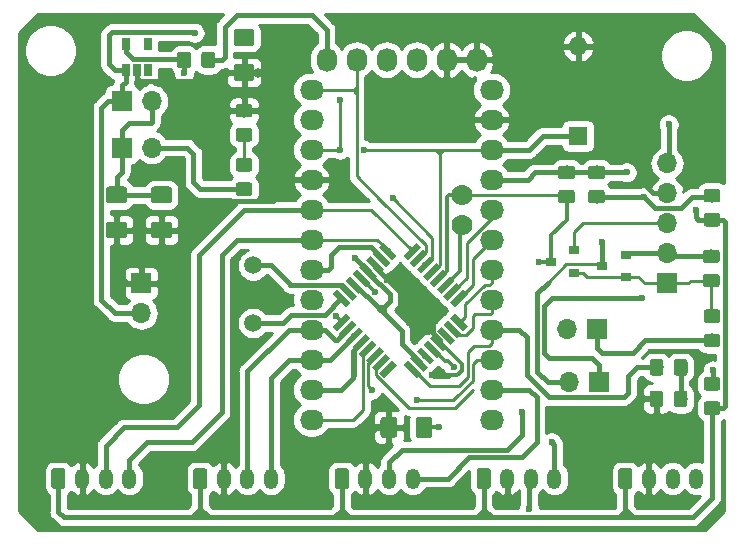
<source format=gbr>
%TF.GenerationSoftware,KiCad,Pcbnew,(5.0.0)*%
%TF.CreationDate,2021-11-23T11:21:32+01:00*%
%TF.ProjectId,PlacaSlave3AGesinen,506C616361536C617665334147657369,rev?*%
%TF.SameCoordinates,Original*%
%TF.FileFunction,Copper,L1,Top,Signal*%
%TF.FilePolarity,Positive*%
%FSLAX46Y46*%
G04 Gerber Fmt 4.6, Leading zero omitted, Abs format (unit mm)*
G04 Created by KiCad (PCBNEW (5.0.0)) date 11/23/21 11:21:32*
%MOMM*%
%LPD*%
G01*
G04 APERTURE LIST*
%TA.AperFunction,ComponentPad*%
%ADD10C,1.778000*%
%TD*%
%TA.AperFunction,ComponentPad*%
%ADD11O,2.032000X1.727200*%
%TD*%
%TA.AperFunction,ComponentPad*%
%ADD12O,1.727200X2.032000*%
%TD*%
%TA.AperFunction,Conductor*%
%ADD13C,0.100000*%
%TD*%
%TA.AperFunction,SMDPad,CuDef*%
%ADD14C,1.425000*%
%TD*%
%TA.AperFunction,SMDPad,CuDef*%
%ADD15C,1.150000*%
%TD*%
%TA.AperFunction,ComponentPad*%
%ADD16R,1.700000X1.700000*%
%TD*%
%TA.AperFunction,ComponentPad*%
%ADD17O,1.700000X1.700000*%
%TD*%
%TA.AperFunction,ComponentPad*%
%ADD18O,1.200000X1.750000*%
%TD*%
%TA.AperFunction,ComponentPad*%
%ADD19C,1.200000*%
%TD*%
%TA.AperFunction,ComponentPad*%
%ADD20C,1.500000*%
%TD*%
%TA.AperFunction,SMDPad,CuDef*%
%ADD21R,0.900000X0.800000*%
%TD*%
%TA.AperFunction,SMDPad,CuDef*%
%ADD22R,0.650000X1.060000*%
%TD*%
%TA.AperFunction,SMDPad,CuDef*%
%ADD23C,0.550000*%
%TD*%
%TA.AperFunction,ComponentPad*%
%ADD24R,1.600000X1.600000*%
%TD*%
%TA.AperFunction,ComponentPad*%
%ADD25O,1.600000X1.600000*%
%TD*%
%TA.AperFunction,ViaPad*%
%ADD26C,0.600000*%
%TD*%
%TA.AperFunction,ViaPad*%
%ADD27C,0.800000*%
%TD*%
%TA.AperFunction,Conductor*%
%ADD28C,0.300000*%
%TD*%
%TA.AperFunction,Conductor*%
%ADD29C,0.400000*%
%TD*%
%TA.AperFunction,Conductor*%
%ADD30C,0.250000*%
%TD*%
%TA.AperFunction,Conductor*%
%ADD31C,0.254000*%
%TD*%
G04 APERTURE END LIST*
D10*
%TO.P,P3,1*%
%TO.N,/A5_SCL*%
X151130000Y-93980000D03*
%TO.P,P3,2*%
%TO.N,/A4_SDA*%
X151130000Y-96520000D03*
%TD*%
D11*
%TO.P,P1,1*%
%TO.N,/TX0*%
X138430000Y-85090000D03*
%TO.P,P1,2*%
%TO.N,/RX0*%
X138430000Y-87630000D03*
%TO.P,P1,3*%
%TO.N,/RST*%
X138430000Y-90170000D03*
%TO.P,P1,4*%
%TO.N,GND*%
X138430000Y-92710000D03*
%TO.P,P1,5*%
%TO.N,/RX1*%
X138430000Y-95250000D03*
%TO.P,P1,6*%
%TO.N,/TX1*%
X138430000Y-97790000D03*
%TO.P,P1,7*%
%TO.N,/RX2*%
X138430000Y-100330000D03*
%TO.P,P1,8*%
%TO.N,/TX2*%
X138430000Y-102870000D03*
%TO.P,P1,9*%
%TO.N,/RX3*%
X138430000Y-105410000D03*
%TO.P,P1,10*%
%TO.N,/TX3*%
X138430000Y-107950000D03*
%TO.P,P1,11*%
%TO.N,/RX4*%
X138430000Y-110490000D03*
%TO.P,P1,12*%
%TO.N,/TX4*%
X138430000Y-113030000D03*
%TD*%
D12*
%TO.P,P2,1*%
%TO.N,/RST*%
X139700000Y-82550000D03*
%TO.P,P2,2*%
%TO.N,/TX0*%
X142240000Y-82550000D03*
%TO.P,P2,3*%
%TO.N,/RX0*%
X144780000Y-82550000D03*
%TO.P,P2,4*%
%TO.N,+5V*%
X147320000Y-82550000D03*
%TO.P,P2,5*%
%TO.N,GND*%
X149860000Y-82550000D03*
%TO.P,P2,6*%
X152400000Y-82550000D03*
%TD*%
D11*
%TO.P,P4,1*%
%TO.N,N/C*%
X153670000Y-85090000D03*
%TO.P,P4,2*%
%TO.N,GND*%
X153670000Y-87630000D03*
%TO.P,P4,3*%
%TO.N,/RST*%
X153670000Y-90170000D03*
%TO.P,P4,4*%
%TO.N,+5V*%
X153670000Y-92710000D03*
%TO.P,P4,5*%
%TO.N,/A3*%
X153670000Y-95250000D03*
%TO.P,P4,6*%
%TO.N,/A2*%
X153670000Y-97790000D03*
%TO.P,P4,7*%
%TO.N,/A1*%
X153670000Y-100330000D03*
%TO.P,P4,8*%
%TO.N,/A0*%
X153670000Y-102870000D03*
%TO.P,P4,9*%
%TO.N,/SCK*%
X153670000Y-105410000D03*
%TO.P,P4,10*%
%TO.N,/RX5*%
X153670000Y-107950000D03*
%TO.P,P4,11*%
%TO.N,/TX5*%
X153670000Y-110490000D03*
%TO.P,P4,12*%
%TO.N,N/C*%
X153670000Y-113030000D03*
%TD*%
D13*
%TO.N,/VIN*%
%TO.C,C1*%
G36*
X133364504Y-79933704D02*
X133388773Y-79937304D01*
X133412571Y-79943265D01*
X133435671Y-79951530D01*
X133457849Y-79962020D01*
X133478893Y-79974633D01*
X133498598Y-79989247D01*
X133516777Y-80005723D01*
X133533253Y-80023902D01*
X133547867Y-80043607D01*
X133560480Y-80064651D01*
X133570970Y-80086829D01*
X133579235Y-80109929D01*
X133585196Y-80133727D01*
X133588796Y-80157996D01*
X133590000Y-80182500D01*
X133590000Y-81107500D01*
X133588796Y-81132004D01*
X133585196Y-81156273D01*
X133579235Y-81180071D01*
X133570970Y-81203171D01*
X133560480Y-81225349D01*
X133547867Y-81246393D01*
X133533253Y-81266098D01*
X133516777Y-81284277D01*
X133498598Y-81300753D01*
X133478893Y-81315367D01*
X133457849Y-81327980D01*
X133435671Y-81338470D01*
X133412571Y-81346735D01*
X133388773Y-81352696D01*
X133364504Y-81356296D01*
X133340000Y-81357500D01*
X132090000Y-81357500D01*
X132065496Y-81356296D01*
X132041227Y-81352696D01*
X132017429Y-81346735D01*
X131994329Y-81338470D01*
X131972151Y-81327980D01*
X131951107Y-81315367D01*
X131931402Y-81300753D01*
X131913223Y-81284277D01*
X131896747Y-81266098D01*
X131882133Y-81246393D01*
X131869520Y-81225349D01*
X131859030Y-81203171D01*
X131850765Y-81180071D01*
X131844804Y-81156273D01*
X131841204Y-81132004D01*
X131840000Y-81107500D01*
X131840000Y-80182500D01*
X131841204Y-80157996D01*
X131844804Y-80133727D01*
X131850765Y-80109929D01*
X131859030Y-80086829D01*
X131869520Y-80064651D01*
X131882133Y-80043607D01*
X131896747Y-80023902D01*
X131913223Y-80005723D01*
X131931402Y-79989247D01*
X131951107Y-79974633D01*
X131972151Y-79962020D01*
X131994329Y-79951530D01*
X132017429Y-79943265D01*
X132041227Y-79937304D01*
X132065496Y-79933704D01*
X132090000Y-79932500D01*
X133340000Y-79932500D01*
X133364504Y-79933704D01*
X133364504Y-79933704D01*
G37*
D14*
%TD*%
%TO.P,C1,1*%
%TO.N,/VIN*%
X132715000Y-80645000D03*
D13*
%TO.N,GND*%
%TO.C,C1*%
G36*
X133364504Y-82908704D02*
X133388773Y-82912304D01*
X133412571Y-82918265D01*
X133435671Y-82926530D01*
X133457849Y-82937020D01*
X133478893Y-82949633D01*
X133498598Y-82964247D01*
X133516777Y-82980723D01*
X133533253Y-82998902D01*
X133547867Y-83018607D01*
X133560480Y-83039651D01*
X133570970Y-83061829D01*
X133579235Y-83084929D01*
X133585196Y-83108727D01*
X133588796Y-83132996D01*
X133590000Y-83157500D01*
X133590000Y-84082500D01*
X133588796Y-84107004D01*
X133585196Y-84131273D01*
X133579235Y-84155071D01*
X133570970Y-84178171D01*
X133560480Y-84200349D01*
X133547867Y-84221393D01*
X133533253Y-84241098D01*
X133516777Y-84259277D01*
X133498598Y-84275753D01*
X133478893Y-84290367D01*
X133457849Y-84302980D01*
X133435671Y-84313470D01*
X133412571Y-84321735D01*
X133388773Y-84327696D01*
X133364504Y-84331296D01*
X133340000Y-84332500D01*
X132090000Y-84332500D01*
X132065496Y-84331296D01*
X132041227Y-84327696D01*
X132017429Y-84321735D01*
X131994329Y-84313470D01*
X131972151Y-84302980D01*
X131951107Y-84290367D01*
X131931402Y-84275753D01*
X131913223Y-84259277D01*
X131896747Y-84241098D01*
X131882133Y-84221393D01*
X131869520Y-84200349D01*
X131859030Y-84178171D01*
X131850765Y-84155071D01*
X131844804Y-84131273D01*
X131841204Y-84107004D01*
X131840000Y-84082500D01*
X131840000Y-83157500D01*
X131841204Y-83132996D01*
X131844804Y-83108727D01*
X131850765Y-83084929D01*
X131859030Y-83061829D01*
X131869520Y-83039651D01*
X131882133Y-83018607D01*
X131896747Y-82998902D01*
X131913223Y-82980723D01*
X131931402Y-82964247D01*
X131951107Y-82949633D01*
X131972151Y-82937020D01*
X131994329Y-82926530D01*
X132017429Y-82918265D01*
X132041227Y-82912304D01*
X132065496Y-82908704D01*
X132090000Y-82907500D01*
X133340000Y-82907500D01*
X133364504Y-82908704D01*
X133364504Y-82908704D01*
G37*
D14*
%TD*%
%TO.P,C1,2*%
%TO.N,GND*%
X132715000Y-83620000D03*
D13*
%TO.N,Net-(C2-Pad2)*%
%TO.C,C2*%
G36*
X148442004Y-112791204D02*
X148466273Y-112794804D01*
X148490071Y-112800765D01*
X148513171Y-112809030D01*
X148535349Y-112819520D01*
X148556393Y-112832133D01*
X148576098Y-112846747D01*
X148594277Y-112863223D01*
X148610753Y-112881402D01*
X148625367Y-112901107D01*
X148637980Y-112922151D01*
X148648470Y-112944329D01*
X148656735Y-112967429D01*
X148662696Y-112991227D01*
X148666296Y-113015496D01*
X148667500Y-113040000D01*
X148667500Y-114290000D01*
X148666296Y-114314504D01*
X148662696Y-114338773D01*
X148656735Y-114362571D01*
X148648470Y-114385671D01*
X148637980Y-114407849D01*
X148625367Y-114428893D01*
X148610753Y-114448598D01*
X148594277Y-114466777D01*
X148576098Y-114483253D01*
X148556393Y-114497867D01*
X148535349Y-114510480D01*
X148513171Y-114520970D01*
X148490071Y-114529235D01*
X148466273Y-114535196D01*
X148442004Y-114538796D01*
X148417500Y-114540000D01*
X147492500Y-114540000D01*
X147467996Y-114538796D01*
X147443727Y-114535196D01*
X147419929Y-114529235D01*
X147396829Y-114520970D01*
X147374651Y-114510480D01*
X147353607Y-114497867D01*
X147333902Y-114483253D01*
X147315723Y-114466777D01*
X147299247Y-114448598D01*
X147284633Y-114428893D01*
X147272020Y-114407849D01*
X147261530Y-114385671D01*
X147253265Y-114362571D01*
X147247304Y-114338773D01*
X147243704Y-114314504D01*
X147242500Y-114290000D01*
X147242500Y-113040000D01*
X147243704Y-113015496D01*
X147247304Y-112991227D01*
X147253265Y-112967429D01*
X147261530Y-112944329D01*
X147272020Y-112922151D01*
X147284633Y-112901107D01*
X147299247Y-112881402D01*
X147315723Y-112863223D01*
X147333902Y-112846747D01*
X147353607Y-112832133D01*
X147374651Y-112819520D01*
X147396829Y-112809030D01*
X147419929Y-112800765D01*
X147443727Y-112794804D01*
X147467996Y-112791204D01*
X147492500Y-112790000D01*
X148417500Y-112790000D01*
X148442004Y-112791204D01*
X148442004Y-112791204D01*
G37*
D14*
%TD*%
%TO.P,C2,2*%
%TO.N,Net-(C2-Pad2)*%
X147955000Y-113665000D03*
D13*
%TO.N,GND*%
%TO.C,C2*%
G36*
X145467004Y-112791204D02*
X145491273Y-112794804D01*
X145515071Y-112800765D01*
X145538171Y-112809030D01*
X145560349Y-112819520D01*
X145581393Y-112832133D01*
X145601098Y-112846747D01*
X145619277Y-112863223D01*
X145635753Y-112881402D01*
X145650367Y-112901107D01*
X145662980Y-112922151D01*
X145673470Y-112944329D01*
X145681735Y-112967429D01*
X145687696Y-112991227D01*
X145691296Y-113015496D01*
X145692500Y-113040000D01*
X145692500Y-114290000D01*
X145691296Y-114314504D01*
X145687696Y-114338773D01*
X145681735Y-114362571D01*
X145673470Y-114385671D01*
X145662980Y-114407849D01*
X145650367Y-114428893D01*
X145635753Y-114448598D01*
X145619277Y-114466777D01*
X145601098Y-114483253D01*
X145581393Y-114497867D01*
X145560349Y-114510480D01*
X145538171Y-114520970D01*
X145515071Y-114529235D01*
X145491273Y-114535196D01*
X145467004Y-114538796D01*
X145442500Y-114540000D01*
X144517500Y-114540000D01*
X144492996Y-114538796D01*
X144468727Y-114535196D01*
X144444929Y-114529235D01*
X144421829Y-114520970D01*
X144399651Y-114510480D01*
X144378607Y-114497867D01*
X144358902Y-114483253D01*
X144340723Y-114466777D01*
X144324247Y-114448598D01*
X144309633Y-114428893D01*
X144297020Y-114407849D01*
X144286530Y-114385671D01*
X144278265Y-114362571D01*
X144272304Y-114338773D01*
X144268704Y-114314504D01*
X144267500Y-114290000D01*
X144267500Y-113040000D01*
X144268704Y-113015496D01*
X144272304Y-112991227D01*
X144278265Y-112967429D01*
X144286530Y-112944329D01*
X144297020Y-112922151D01*
X144309633Y-112901107D01*
X144324247Y-112881402D01*
X144340723Y-112863223D01*
X144358902Y-112846747D01*
X144378607Y-112832133D01*
X144399651Y-112819520D01*
X144421829Y-112809030D01*
X144444929Y-112800765D01*
X144468727Y-112794804D01*
X144492996Y-112791204D01*
X144517500Y-112790000D01*
X145442500Y-112790000D01*
X145467004Y-112791204D01*
X145467004Y-112791204D01*
G37*
D14*
%TD*%
%TO.P,C2,1*%
%TO.N,GND*%
X144980000Y-113665000D03*
D13*
%TO.N,+5V*%
%TO.C,C3*%
G36*
X126379504Y-93268704D02*
X126403773Y-93272304D01*
X126427571Y-93278265D01*
X126450671Y-93286530D01*
X126472849Y-93297020D01*
X126493893Y-93309633D01*
X126513598Y-93324247D01*
X126531777Y-93340723D01*
X126548253Y-93358902D01*
X126562867Y-93378607D01*
X126575480Y-93399651D01*
X126585970Y-93421829D01*
X126594235Y-93444929D01*
X126600196Y-93468727D01*
X126603796Y-93492996D01*
X126605000Y-93517500D01*
X126605000Y-94442500D01*
X126603796Y-94467004D01*
X126600196Y-94491273D01*
X126594235Y-94515071D01*
X126585970Y-94538171D01*
X126575480Y-94560349D01*
X126562867Y-94581393D01*
X126548253Y-94601098D01*
X126531777Y-94619277D01*
X126513598Y-94635753D01*
X126493893Y-94650367D01*
X126472849Y-94662980D01*
X126450671Y-94673470D01*
X126427571Y-94681735D01*
X126403773Y-94687696D01*
X126379504Y-94691296D01*
X126355000Y-94692500D01*
X125105000Y-94692500D01*
X125080496Y-94691296D01*
X125056227Y-94687696D01*
X125032429Y-94681735D01*
X125009329Y-94673470D01*
X124987151Y-94662980D01*
X124966107Y-94650367D01*
X124946402Y-94635753D01*
X124928223Y-94619277D01*
X124911747Y-94601098D01*
X124897133Y-94581393D01*
X124884520Y-94560349D01*
X124874030Y-94538171D01*
X124865765Y-94515071D01*
X124859804Y-94491273D01*
X124856204Y-94467004D01*
X124855000Y-94442500D01*
X124855000Y-93517500D01*
X124856204Y-93492996D01*
X124859804Y-93468727D01*
X124865765Y-93444929D01*
X124874030Y-93421829D01*
X124884520Y-93399651D01*
X124897133Y-93378607D01*
X124911747Y-93358902D01*
X124928223Y-93340723D01*
X124946402Y-93324247D01*
X124966107Y-93309633D01*
X124987151Y-93297020D01*
X125009329Y-93286530D01*
X125032429Y-93278265D01*
X125056227Y-93272304D01*
X125080496Y-93268704D01*
X125105000Y-93267500D01*
X126355000Y-93267500D01*
X126379504Y-93268704D01*
X126379504Y-93268704D01*
G37*
D14*
%TD*%
%TO.P,C3,1*%
%TO.N,+5V*%
X125730000Y-93980000D03*
D13*
%TO.N,GND*%
%TO.C,C3*%
G36*
X126379504Y-96243704D02*
X126403773Y-96247304D01*
X126427571Y-96253265D01*
X126450671Y-96261530D01*
X126472849Y-96272020D01*
X126493893Y-96284633D01*
X126513598Y-96299247D01*
X126531777Y-96315723D01*
X126548253Y-96333902D01*
X126562867Y-96353607D01*
X126575480Y-96374651D01*
X126585970Y-96396829D01*
X126594235Y-96419929D01*
X126600196Y-96443727D01*
X126603796Y-96467996D01*
X126605000Y-96492500D01*
X126605000Y-97417500D01*
X126603796Y-97442004D01*
X126600196Y-97466273D01*
X126594235Y-97490071D01*
X126585970Y-97513171D01*
X126575480Y-97535349D01*
X126562867Y-97556393D01*
X126548253Y-97576098D01*
X126531777Y-97594277D01*
X126513598Y-97610753D01*
X126493893Y-97625367D01*
X126472849Y-97637980D01*
X126450671Y-97648470D01*
X126427571Y-97656735D01*
X126403773Y-97662696D01*
X126379504Y-97666296D01*
X126355000Y-97667500D01*
X125105000Y-97667500D01*
X125080496Y-97666296D01*
X125056227Y-97662696D01*
X125032429Y-97656735D01*
X125009329Y-97648470D01*
X124987151Y-97637980D01*
X124966107Y-97625367D01*
X124946402Y-97610753D01*
X124928223Y-97594277D01*
X124911747Y-97576098D01*
X124897133Y-97556393D01*
X124884520Y-97535349D01*
X124874030Y-97513171D01*
X124865765Y-97490071D01*
X124859804Y-97466273D01*
X124856204Y-97442004D01*
X124855000Y-97417500D01*
X124855000Y-96492500D01*
X124856204Y-96467996D01*
X124859804Y-96443727D01*
X124865765Y-96419929D01*
X124874030Y-96396829D01*
X124884520Y-96374651D01*
X124897133Y-96353607D01*
X124911747Y-96333902D01*
X124928223Y-96315723D01*
X124946402Y-96299247D01*
X124966107Y-96284633D01*
X124987151Y-96272020D01*
X125009329Y-96261530D01*
X125032429Y-96253265D01*
X125056227Y-96247304D01*
X125080496Y-96243704D01*
X125105000Y-96242500D01*
X126355000Y-96242500D01*
X126379504Y-96243704D01*
X126379504Y-96243704D01*
G37*
D14*
%TD*%
%TO.P,C3,2*%
%TO.N,GND*%
X125730000Y-96955000D03*
D13*
%TO.N,GND*%
%TO.C,C4*%
G36*
X122569504Y-96243704D02*
X122593773Y-96247304D01*
X122617571Y-96253265D01*
X122640671Y-96261530D01*
X122662849Y-96272020D01*
X122683893Y-96284633D01*
X122703598Y-96299247D01*
X122721777Y-96315723D01*
X122738253Y-96333902D01*
X122752867Y-96353607D01*
X122765480Y-96374651D01*
X122775970Y-96396829D01*
X122784235Y-96419929D01*
X122790196Y-96443727D01*
X122793796Y-96467996D01*
X122795000Y-96492500D01*
X122795000Y-97417500D01*
X122793796Y-97442004D01*
X122790196Y-97466273D01*
X122784235Y-97490071D01*
X122775970Y-97513171D01*
X122765480Y-97535349D01*
X122752867Y-97556393D01*
X122738253Y-97576098D01*
X122721777Y-97594277D01*
X122703598Y-97610753D01*
X122683893Y-97625367D01*
X122662849Y-97637980D01*
X122640671Y-97648470D01*
X122617571Y-97656735D01*
X122593773Y-97662696D01*
X122569504Y-97666296D01*
X122545000Y-97667500D01*
X121295000Y-97667500D01*
X121270496Y-97666296D01*
X121246227Y-97662696D01*
X121222429Y-97656735D01*
X121199329Y-97648470D01*
X121177151Y-97637980D01*
X121156107Y-97625367D01*
X121136402Y-97610753D01*
X121118223Y-97594277D01*
X121101747Y-97576098D01*
X121087133Y-97556393D01*
X121074520Y-97535349D01*
X121064030Y-97513171D01*
X121055765Y-97490071D01*
X121049804Y-97466273D01*
X121046204Y-97442004D01*
X121045000Y-97417500D01*
X121045000Y-96492500D01*
X121046204Y-96467996D01*
X121049804Y-96443727D01*
X121055765Y-96419929D01*
X121064030Y-96396829D01*
X121074520Y-96374651D01*
X121087133Y-96353607D01*
X121101747Y-96333902D01*
X121118223Y-96315723D01*
X121136402Y-96299247D01*
X121156107Y-96284633D01*
X121177151Y-96272020D01*
X121199329Y-96261530D01*
X121222429Y-96253265D01*
X121246227Y-96247304D01*
X121270496Y-96243704D01*
X121295000Y-96242500D01*
X122545000Y-96242500D01*
X122569504Y-96243704D01*
X122569504Y-96243704D01*
G37*
D14*
%TD*%
%TO.P,C4,2*%
%TO.N,GND*%
X121920000Y-96955000D03*
D13*
%TO.N,+5V*%
%TO.C,C4*%
G36*
X122569504Y-93268704D02*
X122593773Y-93272304D01*
X122617571Y-93278265D01*
X122640671Y-93286530D01*
X122662849Y-93297020D01*
X122683893Y-93309633D01*
X122703598Y-93324247D01*
X122721777Y-93340723D01*
X122738253Y-93358902D01*
X122752867Y-93378607D01*
X122765480Y-93399651D01*
X122775970Y-93421829D01*
X122784235Y-93444929D01*
X122790196Y-93468727D01*
X122793796Y-93492996D01*
X122795000Y-93517500D01*
X122795000Y-94442500D01*
X122793796Y-94467004D01*
X122790196Y-94491273D01*
X122784235Y-94515071D01*
X122775970Y-94538171D01*
X122765480Y-94560349D01*
X122752867Y-94581393D01*
X122738253Y-94601098D01*
X122721777Y-94619277D01*
X122703598Y-94635753D01*
X122683893Y-94650367D01*
X122662849Y-94662980D01*
X122640671Y-94673470D01*
X122617571Y-94681735D01*
X122593773Y-94687696D01*
X122569504Y-94691296D01*
X122545000Y-94692500D01*
X121295000Y-94692500D01*
X121270496Y-94691296D01*
X121246227Y-94687696D01*
X121222429Y-94681735D01*
X121199329Y-94673470D01*
X121177151Y-94662980D01*
X121156107Y-94650367D01*
X121136402Y-94635753D01*
X121118223Y-94619277D01*
X121101747Y-94601098D01*
X121087133Y-94581393D01*
X121074520Y-94560349D01*
X121064030Y-94538171D01*
X121055765Y-94515071D01*
X121049804Y-94491273D01*
X121046204Y-94467004D01*
X121045000Y-94442500D01*
X121045000Y-93517500D01*
X121046204Y-93492996D01*
X121049804Y-93468727D01*
X121055765Y-93444929D01*
X121064030Y-93421829D01*
X121074520Y-93399651D01*
X121087133Y-93378607D01*
X121101747Y-93358902D01*
X121118223Y-93340723D01*
X121136402Y-93324247D01*
X121156107Y-93309633D01*
X121177151Y-93297020D01*
X121199329Y-93286530D01*
X121222429Y-93278265D01*
X121246227Y-93272304D01*
X121270496Y-93268704D01*
X121295000Y-93267500D01*
X122545000Y-93267500D01*
X122569504Y-93268704D01*
X122569504Y-93268704D01*
G37*
D14*
%TD*%
%TO.P,C4,1*%
%TO.N,+5V*%
X121920000Y-93980000D03*
D13*
%TO.N,Net-(D1-Pad2)*%
%TO.C,D1*%
G36*
X133189505Y-92916204D02*
X133213773Y-92919804D01*
X133237572Y-92925765D01*
X133260671Y-92934030D01*
X133282850Y-92944520D01*
X133303893Y-92957132D01*
X133323599Y-92971747D01*
X133341777Y-92988223D01*
X133358253Y-93006401D01*
X133372868Y-93026107D01*
X133385480Y-93047150D01*
X133395970Y-93069329D01*
X133404235Y-93092428D01*
X133410196Y-93116227D01*
X133413796Y-93140495D01*
X133415000Y-93164999D01*
X133415000Y-93815001D01*
X133413796Y-93839505D01*
X133410196Y-93863773D01*
X133404235Y-93887572D01*
X133395970Y-93910671D01*
X133385480Y-93932850D01*
X133372868Y-93953893D01*
X133358253Y-93973599D01*
X133341777Y-93991777D01*
X133323599Y-94008253D01*
X133303893Y-94022868D01*
X133282850Y-94035480D01*
X133260671Y-94045970D01*
X133237572Y-94054235D01*
X133213773Y-94060196D01*
X133189505Y-94063796D01*
X133165001Y-94065000D01*
X132264999Y-94065000D01*
X132240495Y-94063796D01*
X132216227Y-94060196D01*
X132192428Y-94054235D01*
X132169329Y-94045970D01*
X132147150Y-94035480D01*
X132126107Y-94022868D01*
X132106401Y-94008253D01*
X132088223Y-93991777D01*
X132071747Y-93973599D01*
X132057132Y-93953893D01*
X132044520Y-93932850D01*
X132034030Y-93910671D01*
X132025765Y-93887572D01*
X132019804Y-93863773D01*
X132016204Y-93839505D01*
X132015000Y-93815001D01*
X132015000Y-93164999D01*
X132016204Y-93140495D01*
X132019804Y-93116227D01*
X132025765Y-93092428D01*
X132034030Y-93069329D01*
X132044520Y-93047150D01*
X132057132Y-93026107D01*
X132071747Y-93006401D01*
X132088223Y-92988223D01*
X132106401Y-92971747D01*
X132126107Y-92957132D01*
X132147150Y-92944520D01*
X132169329Y-92934030D01*
X132192428Y-92925765D01*
X132216227Y-92919804D01*
X132240495Y-92916204D01*
X132264999Y-92915000D01*
X133165001Y-92915000D01*
X133189505Y-92916204D01*
X133189505Y-92916204D01*
G37*
D15*
%TD*%
%TO.P,D1,2*%
%TO.N,Net-(D1-Pad2)*%
X132715000Y-93490000D03*
D13*
%TO.N,Net-(D1-Pad1)*%
%TO.C,D1*%
G36*
X133189505Y-90866204D02*
X133213773Y-90869804D01*
X133237572Y-90875765D01*
X133260671Y-90884030D01*
X133282850Y-90894520D01*
X133303893Y-90907132D01*
X133323599Y-90921747D01*
X133341777Y-90938223D01*
X133358253Y-90956401D01*
X133372868Y-90976107D01*
X133385480Y-90997150D01*
X133395970Y-91019329D01*
X133404235Y-91042428D01*
X133410196Y-91066227D01*
X133413796Y-91090495D01*
X133415000Y-91114999D01*
X133415000Y-91765001D01*
X133413796Y-91789505D01*
X133410196Y-91813773D01*
X133404235Y-91837572D01*
X133395970Y-91860671D01*
X133385480Y-91882850D01*
X133372868Y-91903893D01*
X133358253Y-91923599D01*
X133341777Y-91941777D01*
X133323599Y-91958253D01*
X133303893Y-91972868D01*
X133282850Y-91985480D01*
X133260671Y-91995970D01*
X133237572Y-92004235D01*
X133213773Y-92010196D01*
X133189505Y-92013796D01*
X133165001Y-92015000D01*
X132264999Y-92015000D01*
X132240495Y-92013796D01*
X132216227Y-92010196D01*
X132192428Y-92004235D01*
X132169329Y-91995970D01*
X132147150Y-91985480D01*
X132126107Y-91972868D01*
X132106401Y-91958253D01*
X132088223Y-91941777D01*
X132071747Y-91923599D01*
X132057132Y-91903893D01*
X132044520Y-91882850D01*
X132034030Y-91860671D01*
X132025765Y-91837572D01*
X132019804Y-91813773D01*
X132016204Y-91789505D01*
X132015000Y-91765001D01*
X132015000Y-91114999D01*
X132016204Y-91090495D01*
X132019804Y-91066227D01*
X132025765Y-91042428D01*
X132034030Y-91019329D01*
X132044520Y-90997150D01*
X132057132Y-90976107D01*
X132071747Y-90956401D01*
X132088223Y-90938223D01*
X132106401Y-90921747D01*
X132126107Y-90907132D01*
X132147150Y-90894520D01*
X132169329Y-90884030D01*
X132192428Y-90875765D01*
X132216227Y-90869804D01*
X132240495Y-90866204D01*
X132264999Y-90865000D01*
X133165001Y-90865000D01*
X133189505Y-90866204D01*
X133189505Y-90866204D01*
G37*
D15*
%TD*%
%TO.P,D1,1*%
%TO.N,Net-(D1-Pad1)*%
X132715000Y-91440000D03*
D13*
%TO.N,Net-(D2-Pad1)*%
%TO.C,D2*%
G36*
X170039505Y-107886204D02*
X170063773Y-107889804D01*
X170087572Y-107895765D01*
X170110671Y-107904030D01*
X170132850Y-107914520D01*
X170153893Y-107927132D01*
X170173599Y-107941747D01*
X170191777Y-107958223D01*
X170208253Y-107976401D01*
X170222868Y-107996107D01*
X170235480Y-108017150D01*
X170245970Y-108039329D01*
X170254235Y-108062428D01*
X170260196Y-108086227D01*
X170263796Y-108110495D01*
X170265000Y-108134999D01*
X170265000Y-109035001D01*
X170263796Y-109059505D01*
X170260196Y-109083773D01*
X170254235Y-109107572D01*
X170245970Y-109130671D01*
X170235480Y-109152850D01*
X170222868Y-109173893D01*
X170208253Y-109193599D01*
X170191777Y-109211777D01*
X170173599Y-109228253D01*
X170153893Y-109242868D01*
X170132850Y-109255480D01*
X170110671Y-109265970D01*
X170087572Y-109274235D01*
X170063773Y-109280196D01*
X170039505Y-109283796D01*
X170015001Y-109285000D01*
X169364999Y-109285000D01*
X169340495Y-109283796D01*
X169316227Y-109280196D01*
X169292428Y-109274235D01*
X169269329Y-109265970D01*
X169247150Y-109255480D01*
X169226107Y-109242868D01*
X169206401Y-109228253D01*
X169188223Y-109211777D01*
X169171747Y-109193599D01*
X169157132Y-109173893D01*
X169144520Y-109152850D01*
X169134030Y-109130671D01*
X169125765Y-109107572D01*
X169119804Y-109083773D01*
X169116204Y-109059505D01*
X169115000Y-109035001D01*
X169115000Y-108134999D01*
X169116204Y-108110495D01*
X169119804Y-108086227D01*
X169125765Y-108062428D01*
X169134030Y-108039329D01*
X169144520Y-108017150D01*
X169157132Y-107996107D01*
X169171747Y-107976401D01*
X169188223Y-107958223D01*
X169206401Y-107941747D01*
X169226107Y-107927132D01*
X169247150Y-107914520D01*
X169269329Y-107904030D01*
X169292428Y-107895765D01*
X169316227Y-107889804D01*
X169340495Y-107886204D01*
X169364999Y-107885000D01*
X170015001Y-107885000D01*
X170039505Y-107886204D01*
X170039505Y-107886204D01*
G37*
D15*
%TD*%
%TO.P,D2,1*%
%TO.N,Net-(D2-Pad1)*%
X169690000Y-108585000D03*
D13*
%TO.N,/SCK*%
%TO.C,D2*%
G36*
X167989505Y-107886204D02*
X168013773Y-107889804D01*
X168037572Y-107895765D01*
X168060671Y-107904030D01*
X168082850Y-107914520D01*
X168103893Y-107927132D01*
X168123599Y-107941747D01*
X168141777Y-107958223D01*
X168158253Y-107976401D01*
X168172868Y-107996107D01*
X168185480Y-108017150D01*
X168195970Y-108039329D01*
X168204235Y-108062428D01*
X168210196Y-108086227D01*
X168213796Y-108110495D01*
X168215000Y-108134999D01*
X168215000Y-109035001D01*
X168213796Y-109059505D01*
X168210196Y-109083773D01*
X168204235Y-109107572D01*
X168195970Y-109130671D01*
X168185480Y-109152850D01*
X168172868Y-109173893D01*
X168158253Y-109193599D01*
X168141777Y-109211777D01*
X168123599Y-109228253D01*
X168103893Y-109242868D01*
X168082850Y-109255480D01*
X168060671Y-109265970D01*
X168037572Y-109274235D01*
X168013773Y-109280196D01*
X167989505Y-109283796D01*
X167965001Y-109285000D01*
X167314999Y-109285000D01*
X167290495Y-109283796D01*
X167266227Y-109280196D01*
X167242428Y-109274235D01*
X167219329Y-109265970D01*
X167197150Y-109255480D01*
X167176107Y-109242868D01*
X167156401Y-109228253D01*
X167138223Y-109211777D01*
X167121747Y-109193599D01*
X167107132Y-109173893D01*
X167094520Y-109152850D01*
X167084030Y-109130671D01*
X167075765Y-109107572D01*
X167069804Y-109083773D01*
X167066204Y-109059505D01*
X167065000Y-109035001D01*
X167065000Y-108134999D01*
X167066204Y-108110495D01*
X167069804Y-108086227D01*
X167075765Y-108062428D01*
X167084030Y-108039329D01*
X167094520Y-108017150D01*
X167107132Y-107996107D01*
X167121747Y-107976401D01*
X167138223Y-107958223D01*
X167156401Y-107941747D01*
X167176107Y-107927132D01*
X167197150Y-107914520D01*
X167219329Y-107904030D01*
X167242428Y-107895765D01*
X167266227Y-107889804D01*
X167290495Y-107886204D01*
X167314999Y-107885000D01*
X167965001Y-107885000D01*
X167989505Y-107886204D01*
X167989505Y-107886204D01*
G37*
D15*
%TD*%
%TO.P,D2,2*%
%TO.N,/SCK*%
X167640000Y-108585000D03*
D16*
%TO.P,J1,1*%
%TO.N,GND*%
X124000000Y-101460000D03*
D17*
%TO.P,J1,2*%
%TO.N,/VIN*%
X124000000Y-104000000D03*
%TD*%
%TO.P,JP1,2*%
%TO.N,+5V*%
X124904500Y-86042500D03*
D16*
%TO.P,JP1,1*%
%TO.N,/VIN*%
X122364500Y-86042500D03*
%TD*%
%TO.P,JP2,1*%
%TO.N,+5V*%
X122364500Y-89979500D03*
D17*
%TO.P,JP2,2*%
%TO.N,Net-(D1-Pad2)*%
X124904500Y-89979500D03*
%TD*%
D13*
%TO.N,Net-(D1-Pad1)*%
%TO.C,R1*%
G36*
X133189505Y-88326204D02*
X133213773Y-88329804D01*
X133237572Y-88335765D01*
X133260671Y-88344030D01*
X133282850Y-88354520D01*
X133303893Y-88367132D01*
X133323599Y-88381747D01*
X133341777Y-88398223D01*
X133358253Y-88416401D01*
X133372868Y-88436107D01*
X133385480Y-88457150D01*
X133395970Y-88479329D01*
X133404235Y-88502428D01*
X133410196Y-88526227D01*
X133413796Y-88550495D01*
X133415000Y-88574999D01*
X133415000Y-89225001D01*
X133413796Y-89249505D01*
X133410196Y-89273773D01*
X133404235Y-89297572D01*
X133395970Y-89320671D01*
X133385480Y-89342850D01*
X133372868Y-89363893D01*
X133358253Y-89383599D01*
X133341777Y-89401777D01*
X133323599Y-89418253D01*
X133303893Y-89432868D01*
X133282850Y-89445480D01*
X133260671Y-89455970D01*
X133237572Y-89464235D01*
X133213773Y-89470196D01*
X133189505Y-89473796D01*
X133165001Y-89475000D01*
X132264999Y-89475000D01*
X132240495Y-89473796D01*
X132216227Y-89470196D01*
X132192428Y-89464235D01*
X132169329Y-89455970D01*
X132147150Y-89445480D01*
X132126107Y-89432868D01*
X132106401Y-89418253D01*
X132088223Y-89401777D01*
X132071747Y-89383599D01*
X132057132Y-89363893D01*
X132044520Y-89342850D01*
X132034030Y-89320671D01*
X132025765Y-89297572D01*
X132019804Y-89273773D01*
X132016204Y-89249505D01*
X132015000Y-89225001D01*
X132015000Y-88574999D01*
X132016204Y-88550495D01*
X132019804Y-88526227D01*
X132025765Y-88502428D01*
X132034030Y-88479329D01*
X132044520Y-88457150D01*
X132057132Y-88436107D01*
X132071747Y-88416401D01*
X132088223Y-88398223D01*
X132106401Y-88381747D01*
X132126107Y-88367132D01*
X132147150Y-88354520D01*
X132169329Y-88344030D01*
X132192428Y-88335765D01*
X132216227Y-88329804D01*
X132240495Y-88326204D01*
X132264999Y-88325000D01*
X133165001Y-88325000D01*
X133189505Y-88326204D01*
X133189505Y-88326204D01*
G37*
D15*
%TD*%
%TO.P,R1,1*%
%TO.N,Net-(D1-Pad1)*%
X132715000Y-88900000D03*
D13*
%TO.N,GND*%
%TO.C,R1*%
G36*
X133189505Y-86276204D02*
X133213773Y-86279804D01*
X133237572Y-86285765D01*
X133260671Y-86294030D01*
X133282850Y-86304520D01*
X133303893Y-86317132D01*
X133323599Y-86331747D01*
X133341777Y-86348223D01*
X133358253Y-86366401D01*
X133372868Y-86386107D01*
X133385480Y-86407150D01*
X133395970Y-86429329D01*
X133404235Y-86452428D01*
X133410196Y-86476227D01*
X133413796Y-86500495D01*
X133415000Y-86524999D01*
X133415000Y-87175001D01*
X133413796Y-87199505D01*
X133410196Y-87223773D01*
X133404235Y-87247572D01*
X133395970Y-87270671D01*
X133385480Y-87292850D01*
X133372868Y-87313893D01*
X133358253Y-87333599D01*
X133341777Y-87351777D01*
X133323599Y-87368253D01*
X133303893Y-87382868D01*
X133282850Y-87395480D01*
X133260671Y-87405970D01*
X133237572Y-87414235D01*
X133213773Y-87420196D01*
X133189505Y-87423796D01*
X133165001Y-87425000D01*
X132264999Y-87425000D01*
X132240495Y-87423796D01*
X132216227Y-87420196D01*
X132192428Y-87414235D01*
X132169329Y-87405970D01*
X132147150Y-87395480D01*
X132126107Y-87382868D01*
X132106401Y-87368253D01*
X132088223Y-87351777D01*
X132071747Y-87333599D01*
X132057132Y-87313893D01*
X132044520Y-87292850D01*
X132034030Y-87270671D01*
X132025765Y-87247572D01*
X132019804Y-87223773D01*
X132016204Y-87199505D01*
X132015000Y-87175001D01*
X132015000Y-86524999D01*
X132016204Y-86500495D01*
X132019804Y-86476227D01*
X132025765Y-86452428D01*
X132034030Y-86429329D01*
X132044520Y-86407150D01*
X132057132Y-86386107D01*
X132071747Y-86366401D01*
X132088223Y-86348223D01*
X132106401Y-86331747D01*
X132126107Y-86317132D01*
X132147150Y-86304520D01*
X132169329Y-86294030D01*
X132192428Y-86285765D01*
X132216227Y-86279804D01*
X132240495Y-86276204D01*
X132264999Y-86275000D01*
X133165001Y-86275000D01*
X133189505Y-86276204D01*
X133189505Y-86276204D01*
G37*
D15*
%TD*%
%TO.P,R1,2*%
%TO.N,GND*%
X132715000Y-86850000D03*
D13*
%TO.N,+5V*%
%TO.C,R2*%
G36*
X163034505Y-91501204D02*
X163058773Y-91504804D01*
X163082572Y-91510765D01*
X163105671Y-91519030D01*
X163127850Y-91529520D01*
X163148893Y-91542132D01*
X163168599Y-91556747D01*
X163186777Y-91573223D01*
X163203253Y-91591401D01*
X163217868Y-91611107D01*
X163230480Y-91632150D01*
X163240970Y-91654329D01*
X163249235Y-91677428D01*
X163255196Y-91701227D01*
X163258796Y-91725495D01*
X163260000Y-91749999D01*
X163260000Y-92400001D01*
X163258796Y-92424505D01*
X163255196Y-92448773D01*
X163249235Y-92472572D01*
X163240970Y-92495671D01*
X163230480Y-92517850D01*
X163217868Y-92538893D01*
X163203253Y-92558599D01*
X163186777Y-92576777D01*
X163168599Y-92593253D01*
X163148893Y-92607868D01*
X163127850Y-92620480D01*
X163105671Y-92630970D01*
X163082572Y-92639235D01*
X163058773Y-92645196D01*
X163034505Y-92648796D01*
X163010001Y-92650000D01*
X162109999Y-92650000D01*
X162085495Y-92648796D01*
X162061227Y-92645196D01*
X162037428Y-92639235D01*
X162014329Y-92630970D01*
X161992150Y-92620480D01*
X161971107Y-92607868D01*
X161951401Y-92593253D01*
X161933223Y-92576777D01*
X161916747Y-92558599D01*
X161902132Y-92538893D01*
X161889520Y-92517850D01*
X161879030Y-92495671D01*
X161870765Y-92472572D01*
X161864804Y-92448773D01*
X161861204Y-92424505D01*
X161860000Y-92400001D01*
X161860000Y-91749999D01*
X161861204Y-91725495D01*
X161864804Y-91701227D01*
X161870765Y-91677428D01*
X161879030Y-91654329D01*
X161889520Y-91632150D01*
X161902132Y-91611107D01*
X161916747Y-91591401D01*
X161933223Y-91573223D01*
X161951401Y-91556747D01*
X161971107Y-91542132D01*
X161992150Y-91529520D01*
X162014329Y-91519030D01*
X162037428Y-91510765D01*
X162061227Y-91504804D01*
X162085495Y-91501204D01*
X162109999Y-91500000D01*
X163010001Y-91500000D01*
X163034505Y-91501204D01*
X163034505Y-91501204D01*
G37*
D15*
%TD*%
%TO.P,R2,1*%
%TO.N,+5V*%
X162560000Y-92075000D03*
D13*
%TO.N,/A4_SDA*%
%TO.C,R2*%
G36*
X163034505Y-93551204D02*
X163058773Y-93554804D01*
X163082572Y-93560765D01*
X163105671Y-93569030D01*
X163127850Y-93579520D01*
X163148893Y-93592132D01*
X163168599Y-93606747D01*
X163186777Y-93623223D01*
X163203253Y-93641401D01*
X163217868Y-93661107D01*
X163230480Y-93682150D01*
X163240970Y-93704329D01*
X163249235Y-93727428D01*
X163255196Y-93751227D01*
X163258796Y-93775495D01*
X163260000Y-93799999D01*
X163260000Y-94450001D01*
X163258796Y-94474505D01*
X163255196Y-94498773D01*
X163249235Y-94522572D01*
X163240970Y-94545671D01*
X163230480Y-94567850D01*
X163217868Y-94588893D01*
X163203253Y-94608599D01*
X163186777Y-94626777D01*
X163168599Y-94643253D01*
X163148893Y-94657868D01*
X163127850Y-94670480D01*
X163105671Y-94680970D01*
X163082572Y-94689235D01*
X163058773Y-94695196D01*
X163034505Y-94698796D01*
X163010001Y-94700000D01*
X162109999Y-94700000D01*
X162085495Y-94698796D01*
X162061227Y-94695196D01*
X162037428Y-94689235D01*
X162014329Y-94680970D01*
X161992150Y-94670480D01*
X161971107Y-94657868D01*
X161951401Y-94643253D01*
X161933223Y-94626777D01*
X161916747Y-94608599D01*
X161902132Y-94588893D01*
X161889520Y-94567850D01*
X161879030Y-94545671D01*
X161870765Y-94522572D01*
X161864804Y-94498773D01*
X161861204Y-94474505D01*
X161860000Y-94450001D01*
X161860000Y-93799999D01*
X161861204Y-93775495D01*
X161864804Y-93751227D01*
X161870765Y-93727428D01*
X161879030Y-93704329D01*
X161889520Y-93682150D01*
X161902132Y-93661107D01*
X161916747Y-93641401D01*
X161933223Y-93623223D01*
X161951401Y-93606747D01*
X161971107Y-93592132D01*
X161992150Y-93579520D01*
X162014329Y-93569030D01*
X162037428Y-93560765D01*
X162061227Y-93554804D01*
X162085495Y-93551204D01*
X162109999Y-93550000D01*
X163010001Y-93550000D01*
X163034505Y-93551204D01*
X163034505Y-93551204D01*
G37*
D15*
%TD*%
%TO.P,R2,2*%
%TO.N,/A4_SDA*%
X162560000Y-94125000D03*
D13*
%TO.N,/A5_SCL*%
%TO.C,R3*%
G36*
X160494505Y-93551204D02*
X160518773Y-93554804D01*
X160542572Y-93560765D01*
X160565671Y-93569030D01*
X160587850Y-93579520D01*
X160608893Y-93592132D01*
X160628599Y-93606747D01*
X160646777Y-93623223D01*
X160663253Y-93641401D01*
X160677868Y-93661107D01*
X160690480Y-93682150D01*
X160700970Y-93704329D01*
X160709235Y-93727428D01*
X160715196Y-93751227D01*
X160718796Y-93775495D01*
X160720000Y-93799999D01*
X160720000Y-94450001D01*
X160718796Y-94474505D01*
X160715196Y-94498773D01*
X160709235Y-94522572D01*
X160700970Y-94545671D01*
X160690480Y-94567850D01*
X160677868Y-94588893D01*
X160663253Y-94608599D01*
X160646777Y-94626777D01*
X160628599Y-94643253D01*
X160608893Y-94657868D01*
X160587850Y-94670480D01*
X160565671Y-94680970D01*
X160542572Y-94689235D01*
X160518773Y-94695196D01*
X160494505Y-94698796D01*
X160470001Y-94700000D01*
X159569999Y-94700000D01*
X159545495Y-94698796D01*
X159521227Y-94695196D01*
X159497428Y-94689235D01*
X159474329Y-94680970D01*
X159452150Y-94670480D01*
X159431107Y-94657868D01*
X159411401Y-94643253D01*
X159393223Y-94626777D01*
X159376747Y-94608599D01*
X159362132Y-94588893D01*
X159349520Y-94567850D01*
X159339030Y-94545671D01*
X159330765Y-94522572D01*
X159324804Y-94498773D01*
X159321204Y-94474505D01*
X159320000Y-94450001D01*
X159320000Y-93799999D01*
X159321204Y-93775495D01*
X159324804Y-93751227D01*
X159330765Y-93727428D01*
X159339030Y-93704329D01*
X159349520Y-93682150D01*
X159362132Y-93661107D01*
X159376747Y-93641401D01*
X159393223Y-93623223D01*
X159411401Y-93606747D01*
X159431107Y-93592132D01*
X159452150Y-93579520D01*
X159474329Y-93569030D01*
X159497428Y-93560765D01*
X159521227Y-93554804D01*
X159545495Y-93551204D01*
X159569999Y-93550000D01*
X160470001Y-93550000D01*
X160494505Y-93551204D01*
X160494505Y-93551204D01*
G37*
D15*
%TD*%
%TO.P,R3,2*%
%TO.N,/A5_SCL*%
X160020000Y-94125000D03*
D13*
%TO.N,+5V*%
%TO.C,R3*%
G36*
X160494505Y-91501204D02*
X160518773Y-91504804D01*
X160542572Y-91510765D01*
X160565671Y-91519030D01*
X160587850Y-91529520D01*
X160608893Y-91542132D01*
X160628599Y-91556747D01*
X160646777Y-91573223D01*
X160663253Y-91591401D01*
X160677868Y-91611107D01*
X160690480Y-91632150D01*
X160700970Y-91654329D01*
X160709235Y-91677428D01*
X160715196Y-91701227D01*
X160718796Y-91725495D01*
X160720000Y-91749999D01*
X160720000Y-92400001D01*
X160718796Y-92424505D01*
X160715196Y-92448773D01*
X160709235Y-92472572D01*
X160700970Y-92495671D01*
X160690480Y-92517850D01*
X160677868Y-92538893D01*
X160663253Y-92558599D01*
X160646777Y-92576777D01*
X160628599Y-92593253D01*
X160608893Y-92607868D01*
X160587850Y-92620480D01*
X160565671Y-92630970D01*
X160542572Y-92639235D01*
X160518773Y-92645196D01*
X160494505Y-92648796D01*
X160470001Y-92650000D01*
X159569999Y-92650000D01*
X159545495Y-92648796D01*
X159521227Y-92645196D01*
X159497428Y-92639235D01*
X159474329Y-92630970D01*
X159452150Y-92620480D01*
X159431107Y-92607868D01*
X159411401Y-92593253D01*
X159393223Y-92576777D01*
X159376747Y-92558599D01*
X159362132Y-92538893D01*
X159349520Y-92517850D01*
X159339030Y-92495671D01*
X159330765Y-92472572D01*
X159324804Y-92448773D01*
X159321204Y-92424505D01*
X159320000Y-92400001D01*
X159320000Y-91749999D01*
X159321204Y-91725495D01*
X159324804Y-91701227D01*
X159330765Y-91677428D01*
X159339030Y-91654329D01*
X159349520Y-91632150D01*
X159362132Y-91611107D01*
X159376747Y-91591401D01*
X159393223Y-91573223D01*
X159411401Y-91556747D01*
X159431107Y-91542132D01*
X159452150Y-91529520D01*
X159474329Y-91519030D01*
X159497428Y-91510765D01*
X159521227Y-91504804D01*
X159545495Y-91501204D01*
X159569999Y-91500000D01*
X160470001Y-91500000D01*
X160494505Y-91501204D01*
X160494505Y-91501204D01*
G37*
D15*
%TD*%
%TO.P,R3,1*%
%TO.N,+5V*%
X160020000Y-92075000D03*
D13*
%TO.N,/RST*%
%TO.C,R4*%
G36*
X130034505Y-81851204D02*
X130058773Y-81854804D01*
X130082572Y-81860765D01*
X130105671Y-81869030D01*
X130127850Y-81879520D01*
X130148893Y-81892132D01*
X130168599Y-81906747D01*
X130186777Y-81923223D01*
X130203253Y-81941401D01*
X130217868Y-81961107D01*
X130230480Y-81982150D01*
X130240970Y-82004329D01*
X130249235Y-82027428D01*
X130255196Y-82051227D01*
X130258796Y-82075495D01*
X130260000Y-82099999D01*
X130260000Y-83000001D01*
X130258796Y-83024505D01*
X130255196Y-83048773D01*
X130249235Y-83072572D01*
X130240970Y-83095671D01*
X130230480Y-83117850D01*
X130217868Y-83138893D01*
X130203253Y-83158599D01*
X130186777Y-83176777D01*
X130168599Y-83193253D01*
X130148893Y-83207868D01*
X130127850Y-83220480D01*
X130105671Y-83230970D01*
X130082572Y-83239235D01*
X130058773Y-83245196D01*
X130034505Y-83248796D01*
X130010001Y-83250000D01*
X129359999Y-83250000D01*
X129335495Y-83248796D01*
X129311227Y-83245196D01*
X129287428Y-83239235D01*
X129264329Y-83230970D01*
X129242150Y-83220480D01*
X129221107Y-83207868D01*
X129201401Y-83193253D01*
X129183223Y-83176777D01*
X129166747Y-83158599D01*
X129152132Y-83138893D01*
X129139520Y-83117850D01*
X129129030Y-83095671D01*
X129120765Y-83072572D01*
X129114804Y-83048773D01*
X129111204Y-83024505D01*
X129110000Y-83000001D01*
X129110000Y-82099999D01*
X129111204Y-82075495D01*
X129114804Y-82051227D01*
X129120765Y-82027428D01*
X129129030Y-82004329D01*
X129139520Y-81982150D01*
X129152132Y-81961107D01*
X129166747Y-81941401D01*
X129183223Y-81923223D01*
X129201401Y-81906747D01*
X129221107Y-81892132D01*
X129242150Y-81879520D01*
X129264329Y-81869030D01*
X129287428Y-81860765D01*
X129311227Y-81854804D01*
X129335495Y-81851204D01*
X129359999Y-81850000D01*
X130010001Y-81850000D01*
X130034505Y-81851204D01*
X130034505Y-81851204D01*
G37*
D15*
%TD*%
%TO.P,R4,2*%
%TO.N,/RST*%
X129685000Y-82550000D03*
D13*
%TO.N,+5V*%
%TO.C,R4*%
G36*
X127984505Y-81851204D02*
X128008773Y-81854804D01*
X128032572Y-81860765D01*
X128055671Y-81869030D01*
X128077850Y-81879520D01*
X128098893Y-81892132D01*
X128118599Y-81906747D01*
X128136777Y-81923223D01*
X128153253Y-81941401D01*
X128167868Y-81961107D01*
X128180480Y-81982150D01*
X128190970Y-82004329D01*
X128199235Y-82027428D01*
X128205196Y-82051227D01*
X128208796Y-82075495D01*
X128210000Y-82099999D01*
X128210000Y-83000001D01*
X128208796Y-83024505D01*
X128205196Y-83048773D01*
X128199235Y-83072572D01*
X128190970Y-83095671D01*
X128180480Y-83117850D01*
X128167868Y-83138893D01*
X128153253Y-83158599D01*
X128136777Y-83176777D01*
X128118599Y-83193253D01*
X128098893Y-83207868D01*
X128077850Y-83220480D01*
X128055671Y-83230970D01*
X128032572Y-83239235D01*
X128008773Y-83245196D01*
X127984505Y-83248796D01*
X127960001Y-83250000D01*
X127309999Y-83250000D01*
X127285495Y-83248796D01*
X127261227Y-83245196D01*
X127237428Y-83239235D01*
X127214329Y-83230970D01*
X127192150Y-83220480D01*
X127171107Y-83207868D01*
X127151401Y-83193253D01*
X127133223Y-83176777D01*
X127116747Y-83158599D01*
X127102132Y-83138893D01*
X127089520Y-83117850D01*
X127079030Y-83095671D01*
X127070765Y-83072572D01*
X127064804Y-83048773D01*
X127061204Y-83024505D01*
X127060000Y-83000001D01*
X127060000Y-82099999D01*
X127061204Y-82075495D01*
X127064804Y-82051227D01*
X127070765Y-82027428D01*
X127079030Y-82004329D01*
X127089520Y-81982150D01*
X127102132Y-81961107D01*
X127116747Y-81941401D01*
X127133223Y-81923223D01*
X127151401Y-81906747D01*
X127171107Y-81892132D01*
X127192150Y-81879520D01*
X127214329Y-81869030D01*
X127237428Y-81860765D01*
X127261227Y-81854804D01*
X127285495Y-81851204D01*
X127309999Y-81850000D01*
X127960001Y-81850000D01*
X127984505Y-81851204D01*
X127984505Y-81851204D01*
G37*
D15*
%TD*%
%TO.P,R4,1*%
%TO.N,+5V*%
X127635000Y-82550000D03*
D13*
%TO.N,Net-(D2-Pad1)*%
%TO.C,R5*%
G36*
X170030505Y-110553204D02*
X170054773Y-110556804D01*
X170078572Y-110562765D01*
X170101671Y-110571030D01*
X170123850Y-110581520D01*
X170144893Y-110594132D01*
X170164599Y-110608747D01*
X170182777Y-110625223D01*
X170199253Y-110643401D01*
X170213868Y-110663107D01*
X170226480Y-110684150D01*
X170236970Y-110706329D01*
X170245235Y-110729428D01*
X170251196Y-110753227D01*
X170254796Y-110777495D01*
X170256000Y-110801999D01*
X170256000Y-111702001D01*
X170254796Y-111726505D01*
X170251196Y-111750773D01*
X170245235Y-111774572D01*
X170236970Y-111797671D01*
X170226480Y-111819850D01*
X170213868Y-111840893D01*
X170199253Y-111860599D01*
X170182777Y-111878777D01*
X170164599Y-111895253D01*
X170144893Y-111909868D01*
X170123850Y-111922480D01*
X170101671Y-111932970D01*
X170078572Y-111941235D01*
X170054773Y-111947196D01*
X170030505Y-111950796D01*
X170006001Y-111952000D01*
X169355999Y-111952000D01*
X169331495Y-111950796D01*
X169307227Y-111947196D01*
X169283428Y-111941235D01*
X169260329Y-111932970D01*
X169238150Y-111922480D01*
X169217107Y-111909868D01*
X169197401Y-111895253D01*
X169179223Y-111878777D01*
X169162747Y-111860599D01*
X169148132Y-111840893D01*
X169135520Y-111819850D01*
X169125030Y-111797671D01*
X169116765Y-111774572D01*
X169110804Y-111750773D01*
X169107204Y-111726505D01*
X169106000Y-111702001D01*
X169106000Y-110801999D01*
X169107204Y-110777495D01*
X169110804Y-110753227D01*
X169116765Y-110729428D01*
X169125030Y-110706329D01*
X169135520Y-110684150D01*
X169148132Y-110663107D01*
X169162747Y-110643401D01*
X169179223Y-110625223D01*
X169197401Y-110608747D01*
X169217107Y-110594132D01*
X169238150Y-110581520D01*
X169260329Y-110571030D01*
X169283428Y-110562765D01*
X169307227Y-110556804D01*
X169331495Y-110553204D01*
X169355999Y-110552000D01*
X170006001Y-110552000D01*
X170030505Y-110553204D01*
X170030505Y-110553204D01*
G37*
D15*
%TD*%
%TO.P,R5,1*%
%TO.N,Net-(D2-Pad1)*%
X169681000Y-111252000D03*
D13*
%TO.N,GND*%
%TO.C,R5*%
G36*
X167980505Y-110553204D02*
X168004773Y-110556804D01*
X168028572Y-110562765D01*
X168051671Y-110571030D01*
X168073850Y-110581520D01*
X168094893Y-110594132D01*
X168114599Y-110608747D01*
X168132777Y-110625223D01*
X168149253Y-110643401D01*
X168163868Y-110663107D01*
X168176480Y-110684150D01*
X168186970Y-110706329D01*
X168195235Y-110729428D01*
X168201196Y-110753227D01*
X168204796Y-110777495D01*
X168206000Y-110801999D01*
X168206000Y-111702001D01*
X168204796Y-111726505D01*
X168201196Y-111750773D01*
X168195235Y-111774572D01*
X168186970Y-111797671D01*
X168176480Y-111819850D01*
X168163868Y-111840893D01*
X168149253Y-111860599D01*
X168132777Y-111878777D01*
X168114599Y-111895253D01*
X168094893Y-111909868D01*
X168073850Y-111922480D01*
X168051671Y-111932970D01*
X168028572Y-111941235D01*
X168004773Y-111947196D01*
X167980505Y-111950796D01*
X167956001Y-111952000D01*
X167305999Y-111952000D01*
X167281495Y-111950796D01*
X167257227Y-111947196D01*
X167233428Y-111941235D01*
X167210329Y-111932970D01*
X167188150Y-111922480D01*
X167167107Y-111909868D01*
X167147401Y-111895253D01*
X167129223Y-111878777D01*
X167112747Y-111860599D01*
X167098132Y-111840893D01*
X167085520Y-111819850D01*
X167075030Y-111797671D01*
X167066765Y-111774572D01*
X167060804Y-111750773D01*
X167057204Y-111726505D01*
X167056000Y-111702001D01*
X167056000Y-110801999D01*
X167057204Y-110777495D01*
X167060804Y-110753227D01*
X167066765Y-110729428D01*
X167075030Y-110706329D01*
X167085520Y-110684150D01*
X167098132Y-110663107D01*
X167112747Y-110643401D01*
X167129223Y-110625223D01*
X167147401Y-110608747D01*
X167167107Y-110594132D01*
X167188150Y-110581520D01*
X167210329Y-110571030D01*
X167233428Y-110562765D01*
X167257227Y-110556804D01*
X167281495Y-110553204D01*
X167305999Y-110552000D01*
X167956001Y-110552000D01*
X167980505Y-110553204D01*
X167980505Y-110553204D01*
G37*
D15*
%TD*%
%TO.P,R5,2*%
%TO.N,GND*%
X167631000Y-111252000D03*
D18*
%TO.P,S1,4*%
%TO.N,/TX1*%
X123000000Y-118000000D03*
%TO.P,S1,3*%
%TO.N,/RX1*%
X121000000Y-118000000D03*
%TO.P,S1,2*%
%TO.N,GND*%
X119000000Y-118000000D03*
D13*
%TD*%
%TO.N,+5V*%
%TO.C,S1*%
G36*
X117374505Y-117126204D02*
X117398773Y-117129804D01*
X117422572Y-117135765D01*
X117445671Y-117144030D01*
X117467850Y-117154520D01*
X117488893Y-117167132D01*
X117508599Y-117181747D01*
X117526777Y-117198223D01*
X117543253Y-117216401D01*
X117557868Y-117236107D01*
X117570480Y-117257150D01*
X117580970Y-117279329D01*
X117589235Y-117302428D01*
X117595196Y-117326227D01*
X117598796Y-117350495D01*
X117600000Y-117374999D01*
X117600000Y-118625001D01*
X117598796Y-118649505D01*
X117595196Y-118673773D01*
X117589235Y-118697572D01*
X117580970Y-118720671D01*
X117570480Y-118742850D01*
X117557868Y-118763893D01*
X117543253Y-118783599D01*
X117526777Y-118801777D01*
X117508599Y-118818253D01*
X117488893Y-118832868D01*
X117467850Y-118845480D01*
X117445671Y-118855970D01*
X117422572Y-118864235D01*
X117398773Y-118870196D01*
X117374505Y-118873796D01*
X117350001Y-118875000D01*
X116649999Y-118875000D01*
X116625495Y-118873796D01*
X116601227Y-118870196D01*
X116577428Y-118864235D01*
X116554329Y-118855970D01*
X116532150Y-118845480D01*
X116511107Y-118832868D01*
X116491401Y-118818253D01*
X116473223Y-118801777D01*
X116456747Y-118783599D01*
X116442132Y-118763893D01*
X116429520Y-118742850D01*
X116419030Y-118720671D01*
X116410765Y-118697572D01*
X116404804Y-118673773D01*
X116401204Y-118649505D01*
X116400000Y-118625001D01*
X116400000Y-117374999D01*
X116401204Y-117350495D01*
X116404804Y-117326227D01*
X116410765Y-117302428D01*
X116419030Y-117279329D01*
X116429520Y-117257150D01*
X116442132Y-117236107D01*
X116456747Y-117216401D01*
X116473223Y-117198223D01*
X116491401Y-117181747D01*
X116511107Y-117167132D01*
X116532150Y-117154520D01*
X116554329Y-117144030D01*
X116577428Y-117135765D01*
X116601227Y-117129804D01*
X116625495Y-117126204D01*
X116649999Y-117125000D01*
X117350001Y-117125000D01*
X117374505Y-117126204D01*
X117374505Y-117126204D01*
G37*
D19*
%TO.P,S1,1*%
%TO.N,+5V*%
X117000000Y-118000000D03*
%TD*%
D13*
%TO.N,+5V*%
%TO.C,S3*%
G36*
X153374505Y-117126204D02*
X153398773Y-117129804D01*
X153422572Y-117135765D01*
X153445671Y-117144030D01*
X153467850Y-117154520D01*
X153488893Y-117167132D01*
X153508599Y-117181747D01*
X153526777Y-117198223D01*
X153543253Y-117216401D01*
X153557868Y-117236107D01*
X153570480Y-117257150D01*
X153580970Y-117279329D01*
X153589235Y-117302428D01*
X153595196Y-117326227D01*
X153598796Y-117350495D01*
X153600000Y-117374999D01*
X153600000Y-118625001D01*
X153598796Y-118649505D01*
X153595196Y-118673773D01*
X153589235Y-118697572D01*
X153580970Y-118720671D01*
X153570480Y-118742850D01*
X153557868Y-118763893D01*
X153543253Y-118783599D01*
X153526777Y-118801777D01*
X153508599Y-118818253D01*
X153488893Y-118832868D01*
X153467850Y-118845480D01*
X153445671Y-118855970D01*
X153422572Y-118864235D01*
X153398773Y-118870196D01*
X153374505Y-118873796D01*
X153350001Y-118875000D01*
X152649999Y-118875000D01*
X152625495Y-118873796D01*
X152601227Y-118870196D01*
X152577428Y-118864235D01*
X152554329Y-118855970D01*
X152532150Y-118845480D01*
X152511107Y-118832868D01*
X152491401Y-118818253D01*
X152473223Y-118801777D01*
X152456747Y-118783599D01*
X152442132Y-118763893D01*
X152429520Y-118742850D01*
X152419030Y-118720671D01*
X152410765Y-118697572D01*
X152404804Y-118673773D01*
X152401204Y-118649505D01*
X152400000Y-118625001D01*
X152400000Y-117374999D01*
X152401204Y-117350495D01*
X152404804Y-117326227D01*
X152410765Y-117302428D01*
X152419030Y-117279329D01*
X152429520Y-117257150D01*
X152442132Y-117236107D01*
X152456747Y-117216401D01*
X152473223Y-117198223D01*
X152491401Y-117181747D01*
X152511107Y-117167132D01*
X152532150Y-117154520D01*
X152554329Y-117144030D01*
X152577428Y-117135765D01*
X152601227Y-117129804D01*
X152625495Y-117126204D01*
X152649999Y-117125000D01*
X153350001Y-117125000D01*
X153374505Y-117126204D01*
X153374505Y-117126204D01*
G37*
D19*
%TD*%
%TO.P,S3,1*%
%TO.N,+5V*%
X153000000Y-118000000D03*
D18*
%TO.P,S3,2*%
%TO.N,GND*%
X155000000Y-118000000D03*
%TO.P,S3,3*%
%TO.N,/RX2*%
X157000000Y-118000000D03*
%TO.P,S3,4*%
%TO.N,/TX2*%
X159000000Y-118000000D03*
%TD*%
D13*
%TO.N,+5V*%
%TO.C,S4*%
G36*
X129374505Y-117126204D02*
X129398773Y-117129804D01*
X129422572Y-117135765D01*
X129445671Y-117144030D01*
X129467850Y-117154520D01*
X129488893Y-117167132D01*
X129508599Y-117181747D01*
X129526777Y-117198223D01*
X129543253Y-117216401D01*
X129557868Y-117236107D01*
X129570480Y-117257150D01*
X129580970Y-117279329D01*
X129589235Y-117302428D01*
X129595196Y-117326227D01*
X129598796Y-117350495D01*
X129600000Y-117374999D01*
X129600000Y-118625001D01*
X129598796Y-118649505D01*
X129595196Y-118673773D01*
X129589235Y-118697572D01*
X129580970Y-118720671D01*
X129570480Y-118742850D01*
X129557868Y-118763893D01*
X129543253Y-118783599D01*
X129526777Y-118801777D01*
X129508599Y-118818253D01*
X129488893Y-118832868D01*
X129467850Y-118845480D01*
X129445671Y-118855970D01*
X129422572Y-118864235D01*
X129398773Y-118870196D01*
X129374505Y-118873796D01*
X129350001Y-118875000D01*
X128649999Y-118875000D01*
X128625495Y-118873796D01*
X128601227Y-118870196D01*
X128577428Y-118864235D01*
X128554329Y-118855970D01*
X128532150Y-118845480D01*
X128511107Y-118832868D01*
X128491401Y-118818253D01*
X128473223Y-118801777D01*
X128456747Y-118783599D01*
X128442132Y-118763893D01*
X128429520Y-118742850D01*
X128419030Y-118720671D01*
X128410765Y-118697572D01*
X128404804Y-118673773D01*
X128401204Y-118649505D01*
X128400000Y-118625001D01*
X128400000Y-117374999D01*
X128401204Y-117350495D01*
X128404804Y-117326227D01*
X128410765Y-117302428D01*
X128419030Y-117279329D01*
X128429520Y-117257150D01*
X128442132Y-117236107D01*
X128456747Y-117216401D01*
X128473223Y-117198223D01*
X128491401Y-117181747D01*
X128511107Y-117167132D01*
X128532150Y-117154520D01*
X128554329Y-117144030D01*
X128577428Y-117135765D01*
X128601227Y-117129804D01*
X128625495Y-117126204D01*
X128649999Y-117125000D01*
X129350001Y-117125000D01*
X129374505Y-117126204D01*
X129374505Y-117126204D01*
G37*
D19*
%TD*%
%TO.P,S4,1*%
%TO.N,+5V*%
X129000000Y-118000000D03*
D18*
%TO.P,S4,2*%
%TO.N,GND*%
X131000000Y-118000000D03*
%TO.P,S4,3*%
%TO.N,/RX3*%
X133000000Y-118000000D03*
%TO.P,S4,4*%
%TO.N,/TX3*%
X135000000Y-118000000D03*
%TD*%
%TO.P,S5,4*%
%TO.N,/TX4*%
X171000000Y-118000000D03*
%TO.P,S5,3*%
%TO.N,/RX4*%
X169000000Y-118000000D03*
%TO.P,S5,2*%
%TO.N,GND*%
X167000000Y-118000000D03*
D13*
%TD*%
%TO.N,+5V*%
%TO.C,S5*%
G36*
X165374505Y-117126204D02*
X165398773Y-117129804D01*
X165422572Y-117135765D01*
X165445671Y-117144030D01*
X165467850Y-117154520D01*
X165488893Y-117167132D01*
X165508599Y-117181747D01*
X165526777Y-117198223D01*
X165543253Y-117216401D01*
X165557868Y-117236107D01*
X165570480Y-117257150D01*
X165580970Y-117279329D01*
X165589235Y-117302428D01*
X165595196Y-117326227D01*
X165598796Y-117350495D01*
X165600000Y-117374999D01*
X165600000Y-118625001D01*
X165598796Y-118649505D01*
X165595196Y-118673773D01*
X165589235Y-118697572D01*
X165580970Y-118720671D01*
X165570480Y-118742850D01*
X165557868Y-118763893D01*
X165543253Y-118783599D01*
X165526777Y-118801777D01*
X165508599Y-118818253D01*
X165488893Y-118832868D01*
X165467850Y-118845480D01*
X165445671Y-118855970D01*
X165422572Y-118864235D01*
X165398773Y-118870196D01*
X165374505Y-118873796D01*
X165350001Y-118875000D01*
X164649999Y-118875000D01*
X164625495Y-118873796D01*
X164601227Y-118870196D01*
X164577428Y-118864235D01*
X164554329Y-118855970D01*
X164532150Y-118845480D01*
X164511107Y-118832868D01*
X164491401Y-118818253D01*
X164473223Y-118801777D01*
X164456747Y-118783599D01*
X164442132Y-118763893D01*
X164429520Y-118742850D01*
X164419030Y-118720671D01*
X164410765Y-118697572D01*
X164404804Y-118673773D01*
X164401204Y-118649505D01*
X164400000Y-118625001D01*
X164400000Y-117374999D01*
X164401204Y-117350495D01*
X164404804Y-117326227D01*
X164410765Y-117302428D01*
X164419030Y-117279329D01*
X164429520Y-117257150D01*
X164442132Y-117236107D01*
X164456747Y-117216401D01*
X164473223Y-117198223D01*
X164491401Y-117181747D01*
X164511107Y-117167132D01*
X164532150Y-117154520D01*
X164554329Y-117144030D01*
X164577428Y-117135765D01*
X164601227Y-117129804D01*
X164625495Y-117126204D01*
X164649999Y-117125000D01*
X165350001Y-117125000D01*
X165374505Y-117126204D01*
X165374505Y-117126204D01*
G37*
D19*
%TO.P,S5,1*%
%TO.N,+5V*%
X165000000Y-118000000D03*
%TD*%
D13*
%TO.N,+5V*%
%TO.C,S6*%
G36*
X141374505Y-117126204D02*
X141398773Y-117129804D01*
X141422572Y-117135765D01*
X141445671Y-117144030D01*
X141467850Y-117154520D01*
X141488893Y-117167132D01*
X141508599Y-117181747D01*
X141526777Y-117198223D01*
X141543253Y-117216401D01*
X141557868Y-117236107D01*
X141570480Y-117257150D01*
X141580970Y-117279329D01*
X141589235Y-117302428D01*
X141595196Y-117326227D01*
X141598796Y-117350495D01*
X141600000Y-117374999D01*
X141600000Y-118625001D01*
X141598796Y-118649505D01*
X141595196Y-118673773D01*
X141589235Y-118697572D01*
X141580970Y-118720671D01*
X141570480Y-118742850D01*
X141557868Y-118763893D01*
X141543253Y-118783599D01*
X141526777Y-118801777D01*
X141508599Y-118818253D01*
X141488893Y-118832868D01*
X141467850Y-118845480D01*
X141445671Y-118855970D01*
X141422572Y-118864235D01*
X141398773Y-118870196D01*
X141374505Y-118873796D01*
X141350001Y-118875000D01*
X140649999Y-118875000D01*
X140625495Y-118873796D01*
X140601227Y-118870196D01*
X140577428Y-118864235D01*
X140554329Y-118855970D01*
X140532150Y-118845480D01*
X140511107Y-118832868D01*
X140491401Y-118818253D01*
X140473223Y-118801777D01*
X140456747Y-118783599D01*
X140442132Y-118763893D01*
X140429520Y-118742850D01*
X140419030Y-118720671D01*
X140410765Y-118697572D01*
X140404804Y-118673773D01*
X140401204Y-118649505D01*
X140400000Y-118625001D01*
X140400000Y-117374999D01*
X140401204Y-117350495D01*
X140404804Y-117326227D01*
X140410765Y-117302428D01*
X140419030Y-117279329D01*
X140429520Y-117257150D01*
X140442132Y-117236107D01*
X140456747Y-117216401D01*
X140473223Y-117198223D01*
X140491401Y-117181747D01*
X140511107Y-117167132D01*
X140532150Y-117154520D01*
X140554329Y-117144030D01*
X140577428Y-117135765D01*
X140601227Y-117129804D01*
X140625495Y-117126204D01*
X140649999Y-117125000D01*
X141350001Y-117125000D01*
X141374505Y-117126204D01*
X141374505Y-117126204D01*
G37*
D19*
%TD*%
%TO.P,S6,1*%
%TO.N,+5V*%
X141000000Y-118000000D03*
D18*
%TO.P,S6,2*%
%TO.N,GND*%
X143000000Y-118000000D03*
%TO.P,S6,3*%
%TO.N,/RX5*%
X145000000Y-118000000D03*
%TO.P,S6,4*%
%TO.N,/TX5*%
X147000000Y-118000000D03*
%TD*%
D20*
%TO.P,Y1,1*%
%TO.N,Net-(U2-Pad7)*%
X133477000Y-99949000D03*
%TO.P,Y1,2*%
%TO.N,Net-(U2-Pad8)*%
X133477000Y-104829000D03*
%TD*%
D16*
%TO.P,JP3,1*%
%TO.N,/A5_SCL_3V3*%
X162560000Y-105346500D03*
D17*
%TO.P,JP3,2*%
%TO.N,/A5_SCL*%
X160020000Y-105346500D03*
%TD*%
%TO.P,JP4,2*%
%TO.N,/A4_SDA*%
X160210500Y-109855000D03*
D16*
%TO.P,JP4,1*%
%TO.N,/A4_SDA_3V3*%
X162750500Y-109855000D03*
%TD*%
D21*
%TO.P,Q1,3*%
%TO.N,/A5_SCL*%
X158686500Y-99631500D03*
%TO.P,Q1,2*%
%TO.N,/A5_SCL_3V3*%
X160686500Y-98681500D03*
%TO.P,Q1,1*%
%TO.N,/3V3*%
X160686500Y-100581500D03*
%TD*%
%TO.P,Q2,1*%
%TO.N,/3V3*%
X165020500Y-100962500D03*
%TO.P,Q2,2*%
%TO.N,/A4_SDA_3V3*%
X165020500Y-99062500D03*
%TO.P,Q2,3*%
%TO.N,/A4_SDA*%
X163020500Y-100012500D03*
%TD*%
D13*
%TO.N,/A5_SCL_3V3*%
%TO.C,R6*%
G36*
X172813505Y-105725204D02*
X172837773Y-105728804D01*
X172861572Y-105734765D01*
X172884671Y-105743030D01*
X172906850Y-105753520D01*
X172927893Y-105766132D01*
X172947599Y-105780747D01*
X172965777Y-105797223D01*
X172982253Y-105815401D01*
X172996868Y-105835107D01*
X173009480Y-105856150D01*
X173019970Y-105878329D01*
X173028235Y-105901428D01*
X173034196Y-105925227D01*
X173037796Y-105949495D01*
X173039000Y-105973999D01*
X173039000Y-106624001D01*
X173037796Y-106648505D01*
X173034196Y-106672773D01*
X173028235Y-106696572D01*
X173019970Y-106719671D01*
X173009480Y-106741850D01*
X172996868Y-106762893D01*
X172982253Y-106782599D01*
X172965777Y-106800777D01*
X172947599Y-106817253D01*
X172927893Y-106831868D01*
X172906850Y-106844480D01*
X172884671Y-106854970D01*
X172861572Y-106863235D01*
X172837773Y-106869196D01*
X172813505Y-106872796D01*
X172789001Y-106874000D01*
X171888999Y-106874000D01*
X171864495Y-106872796D01*
X171840227Y-106869196D01*
X171816428Y-106863235D01*
X171793329Y-106854970D01*
X171771150Y-106844480D01*
X171750107Y-106831868D01*
X171730401Y-106817253D01*
X171712223Y-106800777D01*
X171695747Y-106782599D01*
X171681132Y-106762893D01*
X171668520Y-106741850D01*
X171658030Y-106719671D01*
X171649765Y-106696572D01*
X171643804Y-106672773D01*
X171640204Y-106648505D01*
X171639000Y-106624001D01*
X171639000Y-105973999D01*
X171640204Y-105949495D01*
X171643804Y-105925227D01*
X171649765Y-105901428D01*
X171658030Y-105878329D01*
X171668520Y-105856150D01*
X171681132Y-105835107D01*
X171695747Y-105815401D01*
X171712223Y-105797223D01*
X171730401Y-105780747D01*
X171750107Y-105766132D01*
X171771150Y-105753520D01*
X171793329Y-105743030D01*
X171816428Y-105734765D01*
X171840227Y-105728804D01*
X171864495Y-105725204D01*
X171888999Y-105724000D01*
X172789001Y-105724000D01*
X172813505Y-105725204D01*
X172813505Y-105725204D01*
G37*
D15*
%TD*%
%TO.P,R6,2*%
%TO.N,/A5_SCL_3V3*%
X172339000Y-106299000D03*
D13*
%TO.N,/3V3*%
%TO.C,R6*%
G36*
X172813505Y-103675204D02*
X172837773Y-103678804D01*
X172861572Y-103684765D01*
X172884671Y-103693030D01*
X172906850Y-103703520D01*
X172927893Y-103716132D01*
X172947599Y-103730747D01*
X172965777Y-103747223D01*
X172982253Y-103765401D01*
X172996868Y-103785107D01*
X173009480Y-103806150D01*
X173019970Y-103828329D01*
X173028235Y-103851428D01*
X173034196Y-103875227D01*
X173037796Y-103899495D01*
X173039000Y-103923999D01*
X173039000Y-104574001D01*
X173037796Y-104598505D01*
X173034196Y-104622773D01*
X173028235Y-104646572D01*
X173019970Y-104669671D01*
X173009480Y-104691850D01*
X172996868Y-104712893D01*
X172982253Y-104732599D01*
X172965777Y-104750777D01*
X172947599Y-104767253D01*
X172927893Y-104781868D01*
X172906850Y-104794480D01*
X172884671Y-104804970D01*
X172861572Y-104813235D01*
X172837773Y-104819196D01*
X172813505Y-104822796D01*
X172789001Y-104824000D01*
X171888999Y-104824000D01*
X171864495Y-104822796D01*
X171840227Y-104819196D01*
X171816428Y-104813235D01*
X171793329Y-104804970D01*
X171771150Y-104794480D01*
X171750107Y-104781868D01*
X171730401Y-104767253D01*
X171712223Y-104750777D01*
X171695747Y-104732599D01*
X171681132Y-104712893D01*
X171668520Y-104691850D01*
X171658030Y-104669671D01*
X171649765Y-104646572D01*
X171643804Y-104622773D01*
X171640204Y-104598505D01*
X171639000Y-104574001D01*
X171639000Y-103923999D01*
X171640204Y-103899495D01*
X171643804Y-103875227D01*
X171649765Y-103851428D01*
X171658030Y-103828329D01*
X171668520Y-103806150D01*
X171681132Y-103785107D01*
X171695747Y-103765401D01*
X171712223Y-103747223D01*
X171730401Y-103730747D01*
X171750107Y-103716132D01*
X171771150Y-103703520D01*
X171793329Y-103693030D01*
X171816428Y-103684765D01*
X171840227Y-103678804D01*
X171864495Y-103675204D01*
X171888999Y-103674000D01*
X172789001Y-103674000D01*
X172813505Y-103675204D01*
X172813505Y-103675204D01*
G37*
D15*
%TD*%
%TO.P,R6,1*%
%TO.N,/3V3*%
X172339000Y-104249000D03*
D13*
%TO.N,/A4_SDA_3V3*%
%TO.C,R7*%
G36*
X172750005Y-98613204D02*
X172774273Y-98616804D01*
X172798072Y-98622765D01*
X172821171Y-98631030D01*
X172843350Y-98641520D01*
X172864393Y-98654132D01*
X172884099Y-98668747D01*
X172902277Y-98685223D01*
X172918753Y-98703401D01*
X172933368Y-98723107D01*
X172945980Y-98744150D01*
X172956470Y-98766329D01*
X172964735Y-98789428D01*
X172970696Y-98813227D01*
X172974296Y-98837495D01*
X172975500Y-98861999D01*
X172975500Y-99512001D01*
X172974296Y-99536505D01*
X172970696Y-99560773D01*
X172964735Y-99584572D01*
X172956470Y-99607671D01*
X172945980Y-99629850D01*
X172933368Y-99650893D01*
X172918753Y-99670599D01*
X172902277Y-99688777D01*
X172884099Y-99705253D01*
X172864393Y-99719868D01*
X172843350Y-99732480D01*
X172821171Y-99742970D01*
X172798072Y-99751235D01*
X172774273Y-99757196D01*
X172750005Y-99760796D01*
X172725501Y-99762000D01*
X171825499Y-99762000D01*
X171800995Y-99760796D01*
X171776727Y-99757196D01*
X171752928Y-99751235D01*
X171729829Y-99742970D01*
X171707650Y-99732480D01*
X171686607Y-99719868D01*
X171666901Y-99705253D01*
X171648723Y-99688777D01*
X171632247Y-99670599D01*
X171617632Y-99650893D01*
X171605020Y-99629850D01*
X171594530Y-99607671D01*
X171586265Y-99584572D01*
X171580304Y-99560773D01*
X171576704Y-99536505D01*
X171575500Y-99512001D01*
X171575500Y-98861999D01*
X171576704Y-98837495D01*
X171580304Y-98813227D01*
X171586265Y-98789428D01*
X171594530Y-98766329D01*
X171605020Y-98744150D01*
X171617632Y-98723107D01*
X171632247Y-98703401D01*
X171648723Y-98685223D01*
X171666901Y-98668747D01*
X171686607Y-98654132D01*
X171707650Y-98641520D01*
X171729829Y-98631030D01*
X171752928Y-98622765D01*
X171776727Y-98616804D01*
X171800995Y-98613204D01*
X171825499Y-98612000D01*
X172725501Y-98612000D01*
X172750005Y-98613204D01*
X172750005Y-98613204D01*
G37*
D15*
%TD*%
%TO.P,R7,2*%
%TO.N,/A4_SDA_3V3*%
X172275500Y-99187000D03*
D13*
%TO.N,/3V3*%
%TO.C,R7*%
G36*
X172750005Y-100663204D02*
X172774273Y-100666804D01*
X172798072Y-100672765D01*
X172821171Y-100681030D01*
X172843350Y-100691520D01*
X172864393Y-100704132D01*
X172884099Y-100718747D01*
X172902277Y-100735223D01*
X172918753Y-100753401D01*
X172933368Y-100773107D01*
X172945980Y-100794150D01*
X172956470Y-100816329D01*
X172964735Y-100839428D01*
X172970696Y-100863227D01*
X172974296Y-100887495D01*
X172975500Y-100911999D01*
X172975500Y-101562001D01*
X172974296Y-101586505D01*
X172970696Y-101610773D01*
X172964735Y-101634572D01*
X172956470Y-101657671D01*
X172945980Y-101679850D01*
X172933368Y-101700893D01*
X172918753Y-101720599D01*
X172902277Y-101738777D01*
X172884099Y-101755253D01*
X172864393Y-101769868D01*
X172843350Y-101782480D01*
X172821171Y-101792970D01*
X172798072Y-101801235D01*
X172774273Y-101807196D01*
X172750005Y-101810796D01*
X172725501Y-101812000D01*
X171825499Y-101812000D01*
X171800995Y-101810796D01*
X171776727Y-101807196D01*
X171752928Y-101801235D01*
X171729829Y-101792970D01*
X171707650Y-101782480D01*
X171686607Y-101769868D01*
X171666901Y-101755253D01*
X171648723Y-101738777D01*
X171632247Y-101720599D01*
X171617632Y-101700893D01*
X171605020Y-101679850D01*
X171594530Y-101657671D01*
X171586265Y-101634572D01*
X171580304Y-101610773D01*
X171576704Y-101586505D01*
X171575500Y-101562001D01*
X171575500Y-100911999D01*
X171576704Y-100887495D01*
X171580304Y-100863227D01*
X171586265Y-100839428D01*
X171594530Y-100816329D01*
X171605020Y-100794150D01*
X171617632Y-100773107D01*
X171632247Y-100753401D01*
X171648723Y-100735223D01*
X171666901Y-100718747D01*
X171686607Y-100704132D01*
X171707650Y-100691520D01*
X171729829Y-100681030D01*
X171752928Y-100672765D01*
X171776727Y-100666804D01*
X171800995Y-100663204D01*
X171825499Y-100662000D01*
X172725501Y-100662000D01*
X172750005Y-100663204D01*
X172750005Y-100663204D01*
G37*
D15*
%TD*%
%TO.P,R7,1*%
%TO.N,/3V3*%
X172275500Y-101237000D03*
D13*
%TO.N,+5V*%
%TO.C,R8*%
G36*
X172813505Y-111458204D02*
X172837773Y-111461804D01*
X172861572Y-111467765D01*
X172884671Y-111476030D01*
X172906850Y-111486520D01*
X172927893Y-111499132D01*
X172947599Y-111513747D01*
X172965777Y-111530223D01*
X172982253Y-111548401D01*
X172996868Y-111568107D01*
X173009480Y-111589150D01*
X173019970Y-111611329D01*
X173028235Y-111634428D01*
X173034196Y-111658227D01*
X173037796Y-111682495D01*
X173039000Y-111706999D01*
X173039000Y-112357001D01*
X173037796Y-112381505D01*
X173034196Y-112405773D01*
X173028235Y-112429572D01*
X173019970Y-112452671D01*
X173009480Y-112474850D01*
X172996868Y-112495893D01*
X172982253Y-112515599D01*
X172965777Y-112533777D01*
X172947599Y-112550253D01*
X172927893Y-112564868D01*
X172906850Y-112577480D01*
X172884671Y-112587970D01*
X172861572Y-112596235D01*
X172837773Y-112602196D01*
X172813505Y-112605796D01*
X172789001Y-112607000D01*
X171888999Y-112607000D01*
X171864495Y-112605796D01*
X171840227Y-112602196D01*
X171816428Y-112596235D01*
X171793329Y-112587970D01*
X171771150Y-112577480D01*
X171750107Y-112564868D01*
X171730401Y-112550253D01*
X171712223Y-112533777D01*
X171695747Y-112515599D01*
X171681132Y-112495893D01*
X171668520Y-112474850D01*
X171658030Y-112452671D01*
X171649765Y-112429572D01*
X171643804Y-112405773D01*
X171640204Y-112381505D01*
X171639000Y-112357001D01*
X171639000Y-111706999D01*
X171640204Y-111682495D01*
X171643804Y-111658227D01*
X171649765Y-111634428D01*
X171658030Y-111611329D01*
X171668520Y-111589150D01*
X171681132Y-111568107D01*
X171695747Y-111548401D01*
X171712223Y-111530223D01*
X171730401Y-111513747D01*
X171750107Y-111499132D01*
X171771150Y-111486520D01*
X171793329Y-111476030D01*
X171816428Y-111467765D01*
X171840227Y-111461804D01*
X171864495Y-111458204D01*
X171888999Y-111457000D01*
X172789001Y-111457000D01*
X172813505Y-111458204D01*
X172813505Y-111458204D01*
G37*
D15*
%TD*%
%TO.P,R8,1*%
%TO.N,+5V*%
X172339000Y-112032000D03*
D13*
%TO.N,/A5_SCL*%
%TO.C,R8*%
G36*
X172813505Y-109408204D02*
X172837773Y-109411804D01*
X172861572Y-109417765D01*
X172884671Y-109426030D01*
X172906850Y-109436520D01*
X172927893Y-109449132D01*
X172947599Y-109463747D01*
X172965777Y-109480223D01*
X172982253Y-109498401D01*
X172996868Y-109518107D01*
X173009480Y-109539150D01*
X173019970Y-109561329D01*
X173028235Y-109584428D01*
X173034196Y-109608227D01*
X173037796Y-109632495D01*
X173039000Y-109656999D01*
X173039000Y-110307001D01*
X173037796Y-110331505D01*
X173034196Y-110355773D01*
X173028235Y-110379572D01*
X173019970Y-110402671D01*
X173009480Y-110424850D01*
X172996868Y-110445893D01*
X172982253Y-110465599D01*
X172965777Y-110483777D01*
X172947599Y-110500253D01*
X172927893Y-110514868D01*
X172906850Y-110527480D01*
X172884671Y-110537970D01*
X172861572Y-110546235D01*
X172837773Y-110552196D01*
X172813505Y-110555796D01*
X172789001Y-110557000D01*
X171888999Y-110557000D01*
X171864495Y-110555796D01*
X171840227Y-110552196D01*
X171816428Y-110546235D01*
X171793329Y-110537970D01*
X171771150Y-110527480D01*
X171750107Y-110514868D01*
X171730401Y-110500253D01*
X171712223Y-110483777D01*
X171695747Y-110465599D01*
X171681132Y-110445893D01*
X171668520Y-110424850D01*
X171658030Y-110402671D01*
X171649765Y-110379572D01*
X171643804Y-110355773D01*
X171640204Y-110331505D01*
X171639000Y-110307001D01*
X171639000Y-109656999D01*
X171640204Y-109632495D01*
X171643804Y-109608227D01*
X171649765Y-109584428D01*
X171658030Y-109561329D01*
X171668520Y-109539150D01*
X171681132Y-109518107D01*
X171695747Y-109498401D01*
X171712223Y-109480223D01*
X171730401Y-109463747D01*
X171750107Y-109449132D01*
X171771150Y-109436520D01*
X171793329Y-109426030D01*
X171816428Y-109417765D01*
X171840227Y-109411804D01*
X171864495Y-109408204D01*
X171888999Y-109407000D01*
X172789001Y-109407000D01*
X172813505Y-109408204D01*
X172813505Y-109408204D01*
G37*
D15*
%TD*%
%TO.P,R8,2*%
%TO.N,/A5_SCL*%
X172339000Y-109982000D03*
D13*
%TO.N,+5V*%
%TO.C,R9*%
G36*
X172813505Y-95519704D02*
X172837773Y-95523304D01*
X172861572Y-95529265D01*
X172884671Y-95537530D01*
X172906850Y-95548020D01*
X172927893Y-95560632D01*
X172947599Y-95575247D01*
X172965777Y-95591723D01*
X172982253Y-95609901D01*
X172996868Y-95629607D01*
X173009480Y-95650650D01*
X173019970Y-95672829D01*
X173028235Y-95695928D01*
X173034196Y-95719727D01*
X173037796Y-95743995D01*
X173039000Y-95768499D01*
X173039000Y-96418501D01*
X173037796Y-96443005D01*
X173034196Y-96467273D01*
X173028235Y-96491072D01*
X173019970Y-96514171D01*
X173009480Y-96536350D01*
X172996868Y-96557393D01*
X172982253Y-96577099D01*
X172965777Y-96595277D01*
X172947599Y-96611753D01*
X172927893Y-96626368D01*
X172906850Y-96638980D01*
X172884671Y-96649470D01*
X172861572Y-96657735D01*
X172837773Y-96663696D01*
X172813505Y-96667296D01*
X172789001Y-96668500D01*
X171888999Y-96668500D01*
X171864495Y-96667296D01*
X171840227Y-96663696D01*
X171816428Y-96657735D01*
X171793329Y-96649470D01*
X171771150Y-96638980D01*
X171750107Y-96626368D01*
X171730401Y-96611753D01*
X171712223Y-96595277D01*
X171695747Y-96577099D01*
X171681132Y-96557393D01*
X171668520Y-96536350D01*
X171658030Y-96514171D01*
X171649765Y-96491072D01*
X171643804Y-96467273D01*
X171640204Y-96443005D01*
X171639000Y-96418501D01*
X171639000Y-95768499D01*
X171640204Y-95743995D01*
X171643804Y-95719727D01*
X171649765Y-95695928D01*
X171658030Y-95672829D01*
X171668520Y-95650650D01*
X171681132Y-95629607D01*
X171695747Y-95609901D01*
X171712223Y-95591723D01*
X171730401Y-95575247D01*
X171750107Y-95560632D01*
X171771150Y-95548020D01*
X171793329Y-95537530D01*
X171816428Y-95529265D01*
X171840227Y-95523304D01*
X171864495Y-95519704D01*
X171888999Y-95518500D01*
X172789001Y-95518500D01*
X172813505Y-95519704D01*
X172813505Y-95519704D01*
G37*
D15*
%TD*%
%TO.P,R9,1*%
%TO.N,+5V*%
X172339000Y-96093500D03*
D13*
%TO.N,/A4_SDA*%
%TO.C,R9*%
G36*
X172813505Y-93469704D02*
X172837773Y-93473304D01*
X172861572Y-93479265D01*
X172884671Y-93487530D01*
X172906850Y-93498020D01*
X172927893Y-93510632D01*
X172947599Y-93525247D01*
X172965777Y-93541723D01*
X172982253Y-93559901D01*
X172996868Y-93579607D01*
X173009480Y-93600650D01*
X173019970Y-93622829D01*
X173028235Y-93645928D01*
X173034196Y-93669727D01*
X173037796Y-93693995D01*
X173039000Y-93718499D01*
X173039000Y-94368501D01*
X173037796Y-94393005D01*
X173034196Y-94417273D01*
X173028235Y-94441072D01*
X173019970Y-94464171D01*
X173009480Y-94486350D01*
X172996868Y-94507393D01*
X172982253Y-94527099D01*
X172965777Y-94545277D01*
X172947599Y-94561753D01*
X172927893Y-94576368D01*
X172906850Y-94588980D01*
X172884671Y-94599470D01*
X172861572Y-94607735D01*
X172837773Y-94613696D01*
X172813505Y-94617296D01*
X172789001Y-94618500D01*
X171888999Y-94618500D01*
X171864495Y-94617296D01*
X171840227Y-94613696D01*
X171816428Y-94607735D01*
X171793329Y-94599470D01*
X171771150Y-94588980D01*
X171750107Y-94576368D01*
X171730401Y-94561753D01*
X171712223Y-94545277D01*
X171695747Y-94527099D01*
X171681132Y-94507393D01*
X171668520Y-94486350D01*
X171658030Y-94464171D01*
X171649765Y-94441072D01*
X171643804Y-94417273D01*
X171640204Y-94393005D01*
X171639000Y-94368501D01*
X171639000Y-93718499D01*
X171640204Y-93693995D01*
X171643804Y-93669727D01*
X171649765Y-93645928D01*
X171658030Y-93622829D01*
X171668520Y-93600650D01*
X171681132Y-93579607D01*
X171695747Y-93559901D01*
X171712223Y-93541723D01*
X171730401Y-93525247D01*
X171750107Y-93510632D01*
X171771150Y-93498020D01*
X171793329Y-93487530D01*
X171816428Y-93479265D01*
X171840227Y-93473304D01*
X171864495Y-93469704D01*
X171888999Y-93468500D01*
X172789001Y-93468500D01*
X172813505Y-93469704D01*
X172813505Y-93469704D01*
G37*
D15*
%TD*%
%TO.P,R9,2*%
%TO.N,/A4_SDA*%
X172339000Y-94043500D03*
D16*
%TO.P,S2,1*%
%TO.N,/3V3*%
X168529000Y-101473000D03*
D17*
%TO.P,S2,2*%
%TO.N,/A4_SDA_3V3*%
X168529000Y-98933000D03*
%TO.P,S2,3*%
%TO.N,/A5_SCL_3V3*%
X168529000Y-96393000D03*
%TO.P,S2,4*%
%TO.N,GND*%
X168529000Y-93853000D03*
%TO.P,S2,5*%
%TO.N,/VIN*%
X168529000Y-91313000D03*
%TD*%
D22*
%TO.P,U1,1*%
%TO.N,/VIN*%
X122687000Y-83439000D03*
%TO.P,U1,2*%
%TO.N,GND*%
X123637000Y-83439000D03*
%TO.P,U1,3*%
%TO.N,N/C*%
X124587000Y-83439000D03*
%TO.P,U1,4*%
X124587000Y-81239000D03*
%TO.P,U1,5*%
%TO.N,+5V*%
X122687000Y-81239000D03*
%TD*%
D23*
%TO.P,U2,1*%
%TO.N,/TX1*%
X144897695Y-98773897D03*
D13*
%TD*%
%TO.N,/TX1*%
%TO.C,U2*%
G36*
X144137555Y-98402666D02*
X144526464Y-98013757D01*
X145657835Y-99145128D01*
X145268926Y-99534037D01*
X144137555Y-98402666D01*
X144137555Y-98402666D01*
G37*
D23*
%TO.P,U2,2*%
%TO.N,/RX2*%
X144332010Y-99339583D03*
D13*
%TD*%
%TO.N,/RX2*%
%TO.C,U2*%
G36*
X143571870Y-98968352D02*
X143960779Y-98579443D01*
X145092150Y-99710814D01*
X144703241Y-100099723D01*
X143571870Y-98968352D01*
X143571870Y-98968352D01*
G37*
D23*
%TO.P,U2,3*%
%TO.N,GND*%
X143766324Y-99905268D03*
D13*
%TD*%
%TO.N,GND*%
%TO.C,U2*%
G36*
X143006184Y-99534037D02*
X143395093Y-99145128D01*
X144526464Y-100276499D01*
X144137555Y-100665408D01*
X143006184Y-99534037D01*
X143006184Y-99534037D01*
G37*
D23*
%TO.P,U2,4*%
%TO.N,+5V*%
X143200639Y-100470953D03*
D13*
%TD*%
%TO.N,+5V*%
%TO.C,U2*%
G36*
X142440499Y-100099722D02*
X142829408Y-99710813D01*
X143960779Y-100842184D01*
X143571870Y-101231093D01*
X142440499Y-100099722D01*
X142440499Y-100099722D01*
G37*
D23*
%TO.P,U2,5*%
%TO.N,GND*%
X142634953Y-101036639D03*
D13*
%TD*%
%TO.N,GND*%
%TO.C,U2*%
G36*
X141874813Y-100665408D02*
X142263722Y-100276499D01*
X143395093Y-101407870D01*
X143006184Y-101796779D01*
X141874813Y-100665408D01*
X141874813Y-100665408D01*
G37*
D23*
%TO.P,U2,6*%
%TO.N,+5V*%
X142069268Y-101602324D03*
D13*
%TD*%
%TO.N,+5V*%
%TO.C,U2*%
G36*
X141309128Y-101231093D02*
X141698037Y-100842184D01*
X142829408Y-101973555D01*
X142440499Y-102362464D01*
X141309128Y-101231093D01*
X141309128Y-101231093D01*
G37*
D23*
%TO.P,U2,7*%
%TO.N,Net-(U2-Pad7)*%
X141503583Y-102168010D03*
D13*
%TD*%
%TO.N,Net-(U2-Pad7)*%
%TO.C,U2*%
G36*
X140743443Y-101796779D02*
X141132352Y-101407870D01*
X142263723Y-102539241D01*
X141874814Y-102928150D01*
X140743443Y-101796779D01*
X140743443Y-101796779D01*
G37*
D23*
%TO.P,U2,8*%
%TO.N,Net-(U2-Pad8)*%
X140937897Y-102733695D03*
D13*
%TD*%
%TO.N,Net-(U2-Pad8)*%
%TO.C,U2*%
G36*
X140177757Y-102362464D02*
X140566666Y-101973555D01*
X141698037Y-103104926D01*
X141309128Y-103493835D01*
X140177757Y-102362464D01*
X140177757Y-102362464D01*
G37*
D23*
%TO.P,U2,9*%
%TO.N,/TX2*%
X140937897Y-104784305D03*
D13*
%TD*%
%TO.N,/TX2*%
%TO.C,U2*%
G36*
X140566666Y-105544445D02*
X140177757Y-105155536D01*
X141309128Y-104024165D01*
X141698037Y-104413074D01*
X140566666Y-105544445D01*
X140566666Y-105544445D01*
G37*
D23*
%TO.P,U2,10*%
%TO.N,/RX3*%
X141503583Y-105349990D03*
D13*
%TD*%
%TO.N,/RX3*%
%TO.C,U2*%
G36*
X141132352Y-106110130D02*
X140743443Y-105721221D01*
X141874814Y-104589850D01*
X142263723Y-104978759D01*
X141132352Y-106110130D01*
X141132352Y-106110130D01*
G37*
D23*
%TO.P,U2,11*%
%TO.N,/TX3*%
X142069268Y-105915676D03*
D13*
%TD*%
%TO.N,/TX3*%
%TO.C,U2*%
G36*
X141698037Y-106675816D02*
X141309128Y-106286907D01*
X142440499Y-105155536D01*
X142829408Y-105544445D01*
X141698037Y-106675816D01*
X141698037Y-106675816D01*
G37*
D23*
%TO.P,U2,12*%
%TO.N,/RX4*%
X142634953Y-106481361D03*
D13*
%TD*%
%TO.N,/RX4*%
%TO.C,U2*%
G36*
X142263722Y-107241501D02*
X141874813Y-106852592D01*
X143006184Y-105721221D01*
X143395093Y-106110130D01*
X142263722Y-107241501D01*
X142263722Y-107241501D01*
G37*
D23*
%TO.P,U2,13*%
%TO.N,/TX4*%
X143200639Y-107047047D03*
D13*
%TD*%
%TO.N,/TX4*%
%TO.C,U2*%
G36*
X142829408Y-107807187D02*
X142440499Y-107418278D01*
X143571870Y-106286907D01*
X143960779Y-106675816D01*
X142829408Y-107807187D01*
X142829408Y-107807187D01*
G37*
D23*
%TO.P,U2,14*%
%TO.N,/RX5*%
X143766324Y-107612732D03*
D13*
%TD*%
%TO.N,/RX5*%
%TO.C,U2*%
G36*
X143395093Y-108372872D02*
X143006184Y-107983963D01*
X144137555Y-106852592D01*
X144526464Y-107241501D01*
X143395093Y-108372872D01*
X143395093Y-108372872D01*
G37*
D23*
%TO.P,U2,15*%
%TO.N,/TX5*%
X144332010Y-108178417D03*
D13*
%TD*%
%TO.N,/TX5*%
%TO.C,U2*%
G36*
X143960779Y-108938557D02*
X143571870Y-108549648D01*
X144703241Y-107418277D01*
X145092150Y-107807186D01*
X143960779Y-108938557D01*
X143960779Y-108938557D01*
G37*
D23*
%TO.P,U2,16*%
%TO.N,N/C*%
X144897695Y-108744103D03*
D13*
%TD*%
%TO.N,N/C*%
%TO.C,U2*%
G36*
X144526464Y-109504243D02*
X144137555Y-109115334D01*
X145268926Y-107983963D01*
X145657835Y-108372872D01*
X144526464Y-109504243D01*
X144526464Y-109504243D01*
G37*
D23*
%TO.P,U2,17*%
%TO.N,/SCK*%
X146948305Y-108744103D03*
D13*
%TD*%
%TO.N,/SCK*%
%TO.C,U2*%
G36*
X146188165Y-108372872D02*
X146577074Y-107983963D01*
X147708445Y-109115334D01*
X147319536Y-109504243D01*
X146188165Y-108372872D01*
X146188165Y-108372872D01*
G37*
D23*
%TO.P,U2,18*%
%TO.N,+5V*%
X147513990Y-108178417D03*
D13*
%TD*%
%TO.N,+5V*%
%TO.C,U2*%
G36*
X146753850Y-107807186D02*
X147142759Y-107418277D01*
X148274130Y-108549648D01*
X147885221Y-108938557D01*
X146753850Y-107807186D01*
X146753850Y-107807186D01*
G37*
D23*
%TO.P,U2,19*%
%TO.N,N/C*%
X148079676Y-107612732D03*
D13*
%TD*%
%TO.N,N/C*%
%TO.C,U2*%
G36*
X147319536Y-107241501D02*
X147708445Y-106852592D01*
X148839816Y-107983963D01*
X148450907Y-108372872D01*
X147319536Y-107241501D01*
X147319536Y-107241501D01*
G37*
D23*
%TO.P,U2,20*%
%TO.N,Net-(C2-Pad2)*%
X148645361Y-107047047D03*
D13*
%TD*%
%TO.N,Net-(C2-Pad2)*%
%TO.C,U2*%
G36*
X147885221Y-106675816D02*
X148274130Y-106286907D01*
X149405501Y-107418278D01*
X149016592Y-107807187D01*
X147885221Y-106675816D01*
X147885221Y-106675816D01*
G37*
D23*
%TO.P,U2,21*%
%TO.N,GND*%
X149211047Y-106481361D03*
D13*
%TD*%
%TO.N,GND*%
%TO.C,U2*%
G36*
X148450907Y-106110130D02*
X148839816Y-105721221D01*
X149971187Y-106852592D01*
X149582278Y-107241501D01*
X148450907Y-106110130D01*
X148450907Y-106110130D01*
G37*
D23*
%TO.P,U2,22*%
%TO.N,N/C*%
X149776732Y-105915676D03*
D13*
%TD*%
%TO.N,N/C*%
%TO.C,U2*%
G36*
X149016592Y-105544445D02*
X149405501Y-105155536D01*
X150536872Y-106286907D01*
X150147963Y-106675816D01*
X149016592Y-105544445D01*
X149016592Y-105544445D01*
G37*
D23*
%TO.P,U2,23*%
%TO.N,/A0*%
X150342417Y-105349990D03*
D13*
%TD*%
%TO.N,/A0*%
%TO.C,U2*%
G36*
X149582277Y-104978759D02*
X149971186Y-104589850D01*
X151102557Y-105721221D01*
X150713648Y-106110130D01*
X149582277Y-104978759D01*
X149582277Y-104978759D01*
G37*
D23*
%TO.P,U2,24*%
%TO.N,/A1*%
X150908103Y-104784305D03*
D13*
%TD*%
%TO.N,/A1*%
%TO.C,U2*%
G36*
X150147963Y-104413074D02*
X150536872Y-104024165D01*
X151668243Y-105155536D01*
X151279334Y-105544445D01*
X150147963Y-104413074D01*
X150147963Y-104413074D01*
G37*
D23*
%TO.P,U2,25*%
%TO.N,/A2*%
X150908103Y-102733695D03*
D13*
%TD*%
%TO.N,/A2*%
%TO.C,U2*%
G36*
X150536872Y-103493835D02*
X150147963Y-103104926D01*
X151279334Y-101973555D01*
X151668243Y-102362464D01*
X150536872Y-103493835D01*
X150536872Y-103493835D01*
G37*
D23*
%TO.P,U2,26*%
%TO.N,/A3*%
X150342417Y-102168010D03*
D13*
%TD*%
%TO.N,/A3*%
%TO.C,U2*%
G36*
X149971186Y-102928150D02*
X149582277Y-102539241D01*
X150713648Y-101407870D01*
X151102557Y-101796779D01*
X149971186Y-102928150D01*
X149971186Y-102928150D01*
G37*
D23*
%TO.P,U2,27*%
%TO.N,/A4_SDA*%
X149776732Y-101602324D03*
D13*
%TD*%
%TO.N,/A4_SDA*%
%TO.C,U2*%
G36*
X149405501Y-102362464D02*
X149016592Y-101973555D01*
X150147963Y-100842184D01*
X150536872Y-101231093D01*
X149405501Y-102362464D01*
X149405501Y-102362464D01*
G37*
D23*
%TO.P,U2,28*%
%TO.N,/A5_SCL*%
X149211047Y-101036639D03*
D13*
%TD*%
%TO.N,/A5_SCL*%
%TO.C,U2*%
G36*
X148839816Y-101796779D02*
X148450907Y-101407870D01*
X149582278Y-100276499D01*
X149971187Y-100665408D01*
X148839816Y-101796779D01*
X148839816Y-101796779D01*
G37*
D23*
%TO.P,U2,29*%
%TO.N,/RST*%
X148645361Y-100470953D03*
D13*
%TD*%
%TO.N,/RST*%
%TO.C,U2*%
G36*
X148274130Y-101231093D02*
X147885221Y-100842184D01*
X149016592Y-99710813D01*
X149405501Y-100099722D01*
X148274130Y-101231093D01*
X148274130Y-101231093D01*
G37*
D23*
%TO.P,U2,30*%
%TO.N,/RX0*%
X148079676Y-99905268D03*
D13*
%TD*%
%TO.N,/RX0*%
%TO.C,U2*%
G36*
X147708445Y-100665408D02*
X147319536Y-100276499D01*
X148450907Y-99145128D01*
X148839816Y-99534037D01*
X147708445Y-100665408D01*
X147708445Y-100665408D01*
G37*
D23*
%TO.P,U2,31*%
%TO.N,/TX0*%
X147513990Y-99339583D03*
D13*
%TD*%
%TO.N,/TX0*%
%TO.C,U2*%
G36*
X147142759Y-100099723D02*
X146753850Y-99710814D01*
X147885221Y-98579443D01*
X148274130Y-98968352D01*
X147142759Y-100099723D01*
X147142759Y-100099723D01*
G37*
D23*
%TO.P,U2,32*%
%TO.N,/RX1*%
X146948305Y-98773897D03*
D13*
%TD*%
%TO.N,/RX1*%
%TO.C,U2*%
G36*
X146577074Y-99534037D02*
X146188165Y-99145128D01*
X147319536Y-98013757D01*
X147708445Y-98402666D01*
X146577074Y-99534037D01*
X146577074Y-99534037D01*
G37*
D24*
%TO.P,SW1,1*%
%TO.N,/RST*%
X161000000Y-89000000D03*
D25*
%TO.P,SW1,2*%
%TO.N,GND*%
X161000000Y-81380000D03*
%TD*%
D26*
%TO.N,GND*%
X148590000Y-109220000D03*
X144145000Y-113665000D03*
X143827500Y-102235000D03*
X144843500Y-101219000D03*
D27*
X133858000Y-83693000D03*
D26*
%TO.N,/VIN*%
X128524000Y-80264000D03*
X168656000Y-88011000D03*
X132842000Y-80264000D03*
%TO.N,Net-(C2-Pad2)*%
X149225000Y-113665000D03*
X150495000Y-108585000D03*
%TO.N,+5V*%
X165100000Y-92075000D03*
X142113000Y-99314000D03*
X170942000Y-95250000D03*
X127635000Y-83669001D03*
%TO.N,/RX0*%
X145288000Y-94234000D03*
%TO.N,/RST*%
X140843000Y-90170000D03*
X142875000Y-90170000D03*
X140843000Y-85979000D03*
%TO.N,/RX2*%
X156845000Y-120585000D03*
%TO.N,/TX2*%
X140462000Y-104203500D03*
X158750000Y-114935000D03*
%TO.N,/A4_SDA*%
X163020500Y-97933000D03*
X166560500Y-94170500D03*
%TO.N,/A5_SCL*%
X157670500Y-99695000D03*
X172402500Y-108839000D03*
%TO.N,/RX5*%
X156210000Y-112395000D03*
X147320000Y-111379000D03*
X143510000Y-110490000D03*
%TO.N,/A4_SDA_3V3*%
X166433500Y-102743000D03*
%TD*%
D28*
%TO.N,GND*%
X144980000Y-113665000D02*
X144145000Y-113665000D01*
X143000000Y-114810000D02*
X143000000Y-118000000D01*
X144145000Y-113665000D02*
X143000000Y-114810000D01*
D29*
X132715000Y-83620000D02*
X132715000Y-86850000D01*
X167000000Y-118000000D02*
X167000000Y-115448000D01*
X167000000Y-115448000D02*
X167631000Y-114817000D01*
X167631000Y-113293000D02*
X167631000Y-111252000D01*
X167631000Y-113801000D02*
X167631000Y-113293000D01*
X167631000Y-114817000D02*
X167631000Y-114291000D01*
X167631000Y-114291000D02*
X167631000Y-113801000D01*
X125730000Y-96955000D02*
X121920000Y-96955000D01*
X124000000Y-101460000D02*
X122796000Y-101460000D01*
X121920000Y-100584000D02*
X121920000Y-96955000D01*
X122796000Y-101460000D02*
X121920000Y-100584000D01*
X125730000Y-96955000D02*
X129105000Y-96955000D01*
X129105000Y-96955000D02*
X131572000Y-94488000D01*
X132715000Y-86850000D02*
X135110000Y-86850000D01*
X135110000Y-86850000D02*
X135636000Y-87376000D01*
X135890000Y-92710000D02*
X135636000Y-92456000D01*
X135636000Y-91440000D02*
X135636000Y-92456000D01*
X135636000Y-87376000D02*
X135636000Y-91440000D01*
X135128000Y-94488000D02*
X133096000Y-94488000D01*
X135636000Y-93980000D02*
X135128000Y-94488000D01*
X131572000Y-94488000D02*
X133096000Y-94488000D01*
X138430000Y-92710000D02*
X136398000Y-92710000D01*
X135890000Y-92710000D02*
X135636000Y-92964000D01*
X136398000Y-92710000D02*
X135890000Y-92710000D01*
X135890000Y-93218000D02*
X135636000Y-93472000D01*
X135636000Y-92964000D02*
X135636000Y-93472000D01*
X135890000Y-92710000D02*
X135890000Y-93218000D01*
X135636000Y-93472000D02*
X135636000Y-93980000D01*
X136398000Y-92710000D02*
X135636000Y-93472000D01*
X136398000Y-92710000D02*
X135636000Y-91948000D01*
X135636000Y-91440000D02*
X135636000Y-91948000D01*
X135636000Y-91948000D02*
X135636000Y-92964000D01*
X152400000Y-82550000D02*
X155575000Y-82550000D01*
X155575000Y-82550000D02*
X157135000Y-84110000D01*
X144980000Y-113665000D02*
X144980000Y-113230000D01*
X143834324Y-99898768D02*
X143834324Y-100075528D01*
X143834324Y-100075528D02*
X148684582Y-104925786D01*
X148684582Y-105703636D02*
X148684582Y-104925786D01*
X149279047Y-106298101D02*
X148684582Y-105703636D01*
X149279047Y-106474861D02*
X149279047Y-106298101D01*
D28*
X151145001Y-108272999D02*
X151145001Y-108854999D01*
X149279047Y-106474861D02*
X149346863Y-106474861D01*
X149346863Y-106474861D02*
X151145001Y-108272999D01*
X150764999Y-109235001D02*
X149235001Y-109235001D01*
X151145001Y-108854999D02*
X150764999Y-109235001D01*
X149235001Y-109235001D02*
X148605001Y-109235001D01*
X148605001Y-109235001D02*
X148590000Y-109220000D01*
D29*
X167322500Y-93853000D02*
X166814500Y-93345000D01*
X168529000Y-93853000D02*
X167322500Y-93853000D01*
X166814500Y-93345000D02*
X166814500Y-90043000D01*
X166814500Y-90043000D02*
X167703500Y-89154000D01*
X167703500Y-89154000D02*
X167703500Y-84709000D01*
X167104500Y-84110000D02*
X165975000Y-84110000D01*
X167703500Y-84709000D02*
X167104500Y-84110000D01*
D30*
X142634953Y-101036639D02*
X142634953Y-101042453D01*
X142634953Y-101042453D02*
X143827500Y-102235000D01*
D29*
X123637000Y-83439000D02*
X123637000Y-84064002D01*
X123941999Y-84369001D02*
X130514999Y-84369001D01*
X123637000Y-84064002D02*
X123941999Y-84369001D01*
X130514999Y-84369001D02*
X131254500Y-83629500D01*
X132705500Y-83629500D02*
X132715000Y-83620000D01*
X131254500Y-83629500D02*
X132705500Y-83629500D01*
X161000000Y-84000000D02*
X161110000Y-84110000D01*
X161390000Y-83890000D02*
X161000000Y-83500000D01*
X161390000Y-84110000D02*
X161390000Y-83890000D01*
X161390000Y-84110000D02*
X161110000Y-84110000D01*
X161000000Y-81380000D02*
X161000000Y-83500000D01*
X161000000Y-83500000D02*
X161000000Y-84000000D01*
X160500000Y-84000000D02*
X161000000Y-83500000D01*
X161000000Y-83500000D02*
X161610000Y-84110000D01*
X165950000Y-84110000D02*
X161610000Y-84110000D01*
X161610000Y-84110000D02*
X161390000Y-84110000D01*
X161110000Y-84110000D02*
X158390000Y-84110000D01*
X158390000Y-84110000D02*
X158000000Y-84110000D01*
X158025000Y-84475000D02*
X158390000Y-84110000D01*
X158025000Y-86959999D02*
X158025000Y-84475000D01*
X153670000Y-87630000D02*
X153740001Y-87559999D01*
X157425000Y-87559999D02*
X158025000Y-86959999D01*
X153740001Y-87559999D02*
X157425000Y-87559999D01*
X158025000Y-84245000D02*
X157890000Y-84110000D01*
X158025000Y-84475000D02*
X158025000Y-84245000D01*
X157890000Y-84110000D02*
X158390000Y-84110000D01*
X157975000Y-84475000D02*
X157610000Y-84110000D01*
X158025000Y-84475000D02*
X157975000Y-84475000D01*
X157135000Y-84110000D02*
X157610000Y-84110000D01*
X157610000Y-84110000D02*
X157890000Y-84110000D01*
X132788000Y-83693000D02*
X132715000Y-83620000D01*
X133858000Y-83693000D02*
X132788000Y-83693000D01*
D30*
%TO.N,/A3*%
X151580010Y-100991917D02*
X150410417Y-102161510D01*
X153670000Y-95250000D02*
X153670000Y-95956652D01*
X151580010Y-98046642D02*
X151580010Y-100991917D01*
X153670000Y-95956652D02*
X151580010Y-98046642D01*
%TO.N,/A2*%
X150976103Y-102727195D02*
X152082500Y-101620798D01*
X152082500Y-99377500D02*
X153670000Y-97790000D01*
X152082500Y-101620798D02*
X152082500Y-99377500D01*
%TO.N,/A1*%
X150976103Y-104777805D02*
X151447500Y-104306408D01*
X151447500Y-104306408D02*
X151447500Y-103251000D01*
X153670000Y-100330000D02*
X153670000Y-101409500D01*
X153479500Y-101600000D02*
X153098500Y-101600000D01*
X153670000Y-101409500D02*
X153479500Y-101600000D01*
X151447500Y-103251000D02*
X153098500Y-101600000D01*
%TO.N,/A0*%
X152061253Y-105283661D02*
X152061253Y-104245753D01*
X151481959Y-105862955D02*
X152061253Y-105283661D01*
X150410417Y-105343490D02*
X150929882Y-105862955D01*
X150929882Y-105862955D02*
X151481959Y-105862955D01*
X152061253Y-104245753D02*
X152230506Y-104076500D01*
X152230506Y-104076500D02*
X153543000Y-104076500D01*
X153670000Y-103949500D02*
X153670000Y-102870000D01*
X153543000Y-104076500D02*
X153670000Y-103949500D01*
D29*
%TO.N,/VIN*%
X122364500Y-86042500D02*
X121221500Y-86042500D01*
X120644990Y-86619010D02*
X120644990Y-102864990D01*
X121221500Y-86042500D02*
X120644990Y-86619010D01*
X121780000Y-104000000D02*
X124000000Y-104000000D01*
X120644990Y-102864990D02*
X121780000Y-104000000D01*
X132715000Y-80645000D02*
X133223000Y-80645000D01*
X168656000Y-91186000D02*
X168529000Y-91313000D01*
X168656000Y-88011000D02*
X168656000Y-91186000D01*
X132715000Y-80645000D02*
X132715000Y-80391000D01*
X132715000Y-80391000D02*
X132842000Y-80264000D01*
X121793000Y-83439000D02*
X122687000Y-83439000D01*
X128440000Y-80180000D02*
X121559500Y-80180000D01*
X121559500Y-80180000D02*
X121285000Y-80454500D01*
X128524000Y-80264000D02*
X128440000Y-80180000D01*
X121285000Y-80454500D02*
X121285000Y-82931000D01*
X121285000Y-82931000D02*
X121793000Y-83439000D01*
X122687000Y-83439000D02*
X122687000Y-84386500D01*
X122364500Y-84709000D02*
X122364500Y-86042500D01*
X122687000Y-84386500D02*
X122364500Y-84709000D01*
D28*
%TO.N,Net-(C2-Pad2)*%
X147955000Y-113665000D02*
X149225000Y-113665000D01*
X149978593Y-108068593D02*
X149741407Y-108068593D01*
X150495000Y-108585000D02*
X149978593Y-108068593D01*
X149741407Y-108068593D02*
X148713361Y-107040547D01*
D29*
%TO.N,+5V*%
X117000000Y-118905000D02*
X117000000Y-120810000D01*
D28*
X117000000Y-118905000D02*
X117000000Y-120175000D01*
X117000000Y-118000000D02*
X117000000Y-118905000D01*
D29*
X117000000Y-120810000D02*
X117475000Y-121285000D01*
X117475000Y-121285000D02*
X128270000Y-121285000D01*
X129000000Y-120555000D02*
X129000000Y-118000000D01*
X141000000Y-120620000D02*
X141000000Y-118000000D01*
X140335000Y-121285000D02*
X141000000Y-120620000D01*
X153000000Y-120685000D02*
X152400000Y-121285000D01*
X153000000Y-118000000D02*
X153000000Y-120685000D01*
X165000000Y-118000000D02*
X165000000Y-120750000D01*
X165000000Y-120750000D02*
X164465000Y-121285000D01*
X153000000Y-121250000D02*
X153000000Y-120685000D01*
X153070000Y-120685000D02*
X153670000Y-121285000D01*
X153000000Y-120685000D02*
X153070000Y-120685000D01*
X161290000Y-121285000D02*
X153670000Y-121285000D01*
X153670000Y-121285000D02*
X152400000Y-121285000D01*
X141000000Y-120680000D02*
X141605000Y-121285000D01*
X141000000Y-120680000D02*
X141000000Y-120620000D01*
X141000000Y-121255000D02*
X140970000Y-121285000D01*
X141000000Y-120680000D02*
X141000000Y-121255000D01*
X140335000Y-121285000D02*
X140970000Y-121285000D01*
X140970000Y-121285000D02*
X152400000Y-121285000D01*
X129000000Y-121190000D02*
X128905000Y-121285000D01*
X129000000Y-120745000D02*
X129000000Y-121190000D01*
X128270000Y-121285000D02*
X128905000Y-121285000D01*
X128905000Y-121285000D02*
X129540000Y-121285000D01*
X128587500Y-120967500D02*
X129000000Y-120555000D01*
X128587500Y-120967500D02*
X128905000Y-121285000D01*
X128270000Y-121285000D02*
X128587500Y-120967500D01*
X129000000Y-120745000D02*
X129540000Y-121285000D01*
X129000000Y-120555000D02*
X129000000Y-120745000D01*
X129730000Y-121285000D02*
X129000000Y-120555000D01*
X130175000Y-121285000D02*
X129730000Y-121285000D01*
X130175000Y-121285000D02*
X140335000Y-121285000D01*
X129540000Y-121285000D02*
X130175000Y-121285000D01*
X124775000Y-85913000D02*
X124904500Y-86042500D01*
X122364500Y-89979500D02*
X122364500Y-92011500D01*
X121920000Y-92456000D02*
X121920000Y-93980000D01*
X122364500Y-92011500D02*
X121920000Y-92456000D01*
X125730000Y-93980000D02*
X121920000Y-93980000D01*
X124904500Y-86042500D02*
X124904500Y-87820500D01*
X124904500Y-87820500D02*
X124841000Y-87884000D01*
X124841000Y-87884000D02*
X122936000Y-87884000D01*
X122364500Y-88455500D02*
X122364500Y-89979500D01*
X122936000Y-87884000D02*
X122364500Y-88455500D01*
X162560000Y-92075000D02*
X157353000Y-92075000D01*
X156718000Y-92710000D02*
X153670000Y-92710000D01*
X157353000Y-92075000D02*
X156718000Y-92710000D01*
X162560000Y-92075000D02*
X165100000Y-92075000D01*
X163830000Y-121285000D02*
X161290000Y-121285000D01*
X146050000Y-106639927D02*
X147581990Y-108171917D01*
X146050000Y-105508556D02*
X146050000Y-106639927D01*
X143268639Y-100641215D02*
X145034000Y-102406576D01*
X143268639Y-100464453D02*
X143268639Y-100641215D01*
X145034000Y-102406576D02*
X145034000Y-102997000D01*
X144413222Y-103617778D02*
X144159222Y-103617778D01*
X144159222Y-103617778D02*
X144032222Y-103490778D01*
X142137268Y-101595824D02*
X144032222Y-103490778D01*
X144413222Y-103617778D02*
X144526000Y-103505000D01*
X144526000Y-103886000D02*
X144476722Y-103935278D01*
X144526000Y-103505000D02*
X144526000Y-103886000D01*
X144159222Y-103617778D02*
X144476722Y-103935278D01*
X144476722Y-103935278D02*
X146050000Y-105508556D01*
X144589500Y-103441500D02*
X144081500Y-103441500D01*
X144081500Y-103441500D02*
X144032222Y-103490778D01*
X144589500Y-103441500D02*
X144413222Y-103617778D01*
X145034000Y-102997000D02*
X144589500Y-103441500D01*
X143268639Y-100464453D02*
X143263453Y-100464453D01*
X143263453Y-100464453D02*
X142113000Y-99314000D01*
X164211000Y-121285000D02*
X163830000Y-121285000D01*
X164465000Y-121285000D02*
X164211000Y-121285000D01*
X172339000Y-119634000D02*
X172339000Y-112032000D01*
X170688000Y-121285000D02*
X172339000Y-119634000D01*
X165000000Y-120994500D02*
X165290500Y-121285000D01*
X165000000Y-118000000D02*
X165000000Y-120994500D01*
X164211000Y-121285000D02*
X165290500Y-121285000D01*
X165136500Y-120750000D02*
X165671500Y-121285000D01*
X165000000Y-120750000D02*
X165136500Y-120750000D01*
X165290500Y-121285000D02*
X165671500Y-121285000D01*
X165671500Y-121285000D02*
X170688000Y-121285000D01*
X172339000Y-96093500D02*
X171150500Y-96093500D01*
X171150500Y-96093500D02*
X170942000Y-95885000D01*
X170942000Y-95885000D02*
X170942000Y-95250000D01*
X173439010Y-96286510D02*
X173246000Y-96093500D01*
X173439010Y-111870980D02*
X173439010Y-96286510D01*
X173246000Y-96093500D02*
X172339000Y-96093500D01*
X172339000Y-112032000D02*
X173277990Y-112032000D01*
X173277990Y-112032000D02*
X173439010Y-111870980D01*
X122687000Y-81239000D02*
X122687000Y-81856500D01*
X127593999Y-82508999D02*
X127635000Y-82550000D01*
X123339499Y-82508999D02*
X127593999Y-82508999D01*
X122687000Y-81856500D02*
X123339499Y-82508999D01*
X127635000Y-82550000D02*
X127635000Y-83669001D01*
%TO.N,Net-(D1-Pad2)*%
X124904500Y-89979500D02*
X127889000Y-89979500D01*
X132715000Y-93490000D02*
X128986500Y-93490000D01*
X128428750Y-92932250D02*
X128428750Y-90519250D01*
X128986500Y-93490000D02*
X128428750Y-92932250D01*
X127889000Y-89979500D02*
X128428750Y-90519250D01*
D30*
%TO.N,Net-(D1-Pad1)*%
X132715000Y-88900000D02*
X132715000Y-91440000D01*
D29*
%TO.N,Net-(D2-Pad1)*%
X169681000Y-108594000D02*
X169690000Y-108585000D01*
X169681000Y-111252000D02*
X169681000Y-108594000D01*
D30*
%TO.N,/SCK*%
X147016305Y-108737603D02*
X147016305Y-108789305D01*
X147016305Y-108737603D02*
X148451202Y-110172500D01*
X148451202Y-110172500D02*
X150876000Y-110172500D01*
X150876000Y-110172500D02*
X151638000Y-109410500D01*
X151638000Y-109410500D02*
X151638000Y-107251500D01*
X151638000Y-107251500D02*
X152146000Y-106743500D01*
X152146000Y-106743500D02*
X153479500Y-106743500D01*
X153670000Y-106553000D02*
X153670000Y-105410000D01*
X153479500Y-106743500D02*
X153670000Y-106553000D01*
D29*
X167640000Y-108585000D02*
X165989000Y-108585000D01*
X165989000Y-108585000D02*
X165227000Y-109347000D01*
X165227000Y-109347000D02*
X165227000Y-110744000D01*
X164865999Y-111105001D02*
X158539501Y-111105001D01*
X165227000Y-110744000D02*
X164865999Y-111105001D01*
X158539501Y-111105001D02*
X156654500Y-109220000D01*
X156654500Y-109220000D02*
X156654500Y-106045000D01*
X156019500Y-105410000D02*
X153670000Y-105410000D01*
X156654500Y-106045000D02*
X156019500Y-105410000D01*
D30*
%TO.N,/TX0*%
X147581990Y-99333083D02*
X148101455Y-98813618D01*
X148101455Y-98813618D02*
X148101455Y-98261541D01*
X142240000Y-92400086D02*
X144299957Y-94460043D01*
X148101455Y-98261541D02*
X144299957Y-94460043D01*
X141986000Y-85090000D02*
X142240000Y-84836000D01*
X142240000Y-84836000D02*
X142240000Y-85090000D01*
X141986000Y-85090000D02*
X142240000Y-85090000D01*
X142240000Y-82550000D02*
X142240000Y-84836000D01*
X138430000Y-85090000D02*
X141986000Y-85090000D01*
X141986000Y-85153500D02*
X142240000Y-85407500D01*
X141986000Y-85090000D02*
X141986000Y-85153500D01*
X142240000Y-85090000D02*
X142240000Y-85407500D01*
X142240000Y-85407500D02*
X142240000Y-92400086D01*
%TO.N,/RX0*%
X148667140Y-97613140D02*
X145288000Y-94234000D01*
X148147676Y-99898768D02*
X148667140Y-99379304D01*
X148667140Y-99379304D02*
X148667140Y-97613140D01*
%TO.N,/RST*%
X149288500Y-99889314D02*
X148713361Y-100464453D01*
X149288500Y-90297000D02*
X149161500Y-90170000D01*
X149288500Y-90995500D02*
X149288500Y-99889314D01*
X149542500Y-90170000D02*
X149288500Y-90424000D01*
X149606000Y-90170000D02*
X149542500Y-90170000D01*
X149161500Y-90170000D02*
X149606000Y-90170000D01*
X149606000Y-90170000D02*
X153670000Y-90170000D01*
X149288500Y-90995500D02*
X149288500Y-90424000D01*
X149288500Y-90424000D02*
X149288500Y-90297000D01*
X149288500Y-90424000D02*
X149225000Y-90424000D01*
X149225000Y-90424000D02*
X148971000Y-90170000D01*
X142875000Y-90170000D02*
X148971000Y-90170000D01*
X148971000Y-90170000D02*
X149161500Y-90170000D01*
X140843000Y-90170000D02*
X140843000Y-85979000D01*
D29*
X138430000Y-90170000D02*
X139065000Y-90170000D01*
D30*
X139065000Y-90170000D02*
X140843000Y-90170000D01*
D29*
X139700000Y-80010000D02*
X139700000Y-82550000D01*
X138430000Y-78740000D02*
X139700000Y-80010000D01*
X132080000Y-78740000D02*
X138430000Y-78740000D01*
X129685000Y-82550000D02*
X130810000Y-82550000D01*
X131064000Y-79756000D02*
X132080000Y-78740000D01*
X131064000Y-82296000D02*
X131064000Y-79756000D01*
X130810000Y-82550000D02*
X131064000Y-82296000D01*
X153670000Y-90170000D02*
X156830000Y-90170000D01*
X158000000Y-89000000D02*
X161000000Y-89000000D01*
X156830000Y-90170000D02*
X158000000Y-89000000D01*
D30*
%TO.N,/RX1*%
X143498908Y-95250000D02*
X138430000Y-95250000D01*
X147016305Y-98767397D02*
X143498908Y-95250000D01*
D29*
X138430000Y-95250000D02*
X132715000Y-95250000D01*
X132715000Y-95250000D02*
X128905000Y-99060000D01*
X128905000Y-99060000D02*
X128905000Y-111760000D01*
X128905000Y-111760000D02*
X127000000Y-113665000D01*
X127000000Y-113665000D02*
X122555000Y-113665000D01*
X121000000Y-115220000D02*
X121000000Y-118000000D01*
X122555000Y-113665000D02*
X121000000Y-115220000D01*
D30*
%TO.N,/TX1*%
X143988298Y-97790000D02*
X138430000Y-97790000D01*
X144965695Y-98767397D02*
X143988298Y-97790000D01*
D29*
X138430000Y-97790000D02*
X132080000Y-97790000D01*
X132080000Y-97790000D02*
X130810000Y-99060000D01*
X130810000Y-99060000D02*
X130810000Y-112395000D01*
X130810000Y-112395000D02*
X128270000Y-114935000D01*
X128270000Y-114935000D02*
X124460000Y-114935000D01*
X123000000Y-116395000D02*
X123000000Y-118000000D01*
X124460000Y-114935000D02*
X123000000Y-116395000D01*
%TO.N,/RX2*%
X156845000Y-118155000D02*
X157000000Y-118000000D01*
X156845000Y-120585000D02*
X156845000Y-118155000D01*
X144400010Y-99333083D02*
X143491927Y-98425000D01*
X143491927Y-98425000D02*
X140716000Y-98425000D01*
X140716000Y-98425000D02*
X140081000Y-99060000D01*
X140081000Y-100076000D02*
X139827000Y-100330000D01*
X140081000Y-99060000D02*
X140081000Y-100076000D01*
X139827000Y-100330000D02*
X138430000Y-100330000D01*
D30*
%TO.N,/TX2*%
X141005897Y-104777805D02*
X141005897Y-104747397D01*
X141005897Y-104747397D02*
X140462000Y-104203500D01*
D29*
X159000000Y-115185000D02*
X158750000Y-114935000D01*
X159000000Y-118000000D02*
X159000000Y-115185000D01*
D30*
%TO.N,/RX3*%
X141571583Y-105343490D02*
X140679573Y-106235500D01*
X140679573Y-106235500D02*
X140398500Y-106235500D01*
D29*
X133000000Y-118000000D02*
X133000000Y-108935000D01*
X136525000Y-105410000D02*
X138430000Y-105410000D01*
X133000000Y-108935000D02*
X136525000Y-105410000D01*
X139573000Y-105410000D02*
X140398500Y-106235500D01*
X138430000Y-105410000D02*
X139573000Y-105410000D01*
X140618073Y-106235500D02*
X140398500Y-106235500D01*
X141503583Y-105349990D02*
X140618073Y-106235500D01*
D30*
%TO.N,/TX3*%
X140652500Y-107393944D02*
X142137268Y-105909176D01*
X140637056Y-107393944D02*
X140081000Y-107950000D01*
X140652500Y-107393944D02*
X140637056Y-107393944D01*
X138430000Y-107950000D02*
X140081000Y-107950000D01*
D29*
X138430000Y-107950000D02*
X136525000Y-107950000D01*
X135000000Y-109475000D02*
X135000000Y-118000000D01*
X136525000Y-107950000D02*
X135000000Y-109475000D01*
X140034944Y-107950000D02*
X142069268Y-105915676D01*
X138430000Y-107950000D02*
X140034944Y-107950000D01*
D30*
%TO.N,/RX4*%
X142702953Y-106474861D02*
X142113000Y-107064814D01*
X142113000Y-107064814D02*
X142113000Y-109283500D01*
D29*
X140906500Y-110490000D02*
X141948250Y-109448250D01*
X138430000Y-110490000D02*
X140906500Y-110490000D01*
D30*
X142113000Y-109283500D02*
X141948250Y-109448250D01*
D29*
X141948250Y-107168064D02*
X142634953Y-106481361D01*
X141948250Y-109448250D02*
X141948250Y-107168064D01*
D30*
%TO.N,/TX4*%
X142749174Y-107560012D02*
X142749174Y-112203326D01*
X143268639Y-107040547D02*
X142749174Y-107560012D01*
X141922500Y-113030000D02*
X138430000Y-113030000D01*
X142749174Y-112203326D02*
X141922500Y-113030000D01*
D28*
%TO.N,/A4_SDA*%
X151003000Y-100437556D02*
X149844732Y-101595824D01*
X151003000Y-96647000D02*
X151003000Y-100437556D01*
X151130000Y-96520000D02*
X151003000Y-96647000D01*
D30*
X163020500Y-100012500D02*
X162864499Y-99856499D01*
X162864499Y-99856499D02*
X159976499Y-99856499D01*
D29*
X158427999Y-101404999D02*
X157543500Y-102289498D01*
D30*
X159976499Y-99856499D02*
X158427999Y-101404999D01*
D29*
X158432500Y-109855000D02*
X157543500Y-108966000D01*
X160210500Y-109855000D02*
X158432500Y-109855000D01*
X157543500Y-102289498D02*
X157543500Y-108966000D01*
X163020500Y-100012500D02*
X163020500Y-97933000D01*
X166515000Y-94125000D02*
X166560500Y-94170500D01*
X165653500Y-94125000D02*
X166515000Y-94125000D01*
X162560000Y-94125000D02*
X165653500Y-94125000D01*
X167493001Y-95103001D02*
X169691999Y-95103001D01*
X166560500Y-94170500D02*
X167493001Y-95103001D01*
X169691999Y-95103001D02*
X170624500Y-94170500D01*
X172212000Y-94170500D02*
X172339000Y-94043500D01*
X170624500Y-94170500D02*
X172212000Y-94170500D01*
D28*
%TO.N,/A5_SCL*%
X149286861Y-101030139D02*
X149279047Y-101030139D01*
X149923500Y-100393500D02*
X149286861Y-101030139D01*
X151130000Y-93980000D02*
X150050500Y-93980000D01*
X150050500Y-93980000D02*
X149890999Y-94139501D01*
X149890999Y-97114721D02*
X149923500Y-97147222D01*
X149890999Y-94139501D02*
X149890999Y-97114721D01*
X149923500Y-97147222D02*
X149923500Y-100393500D01*
D30*
X159875000Y-93980000D02*
X160020000Y-94125000D01*
X151130000Y-93980000D02*
X159875000Y-93980000D01*
D28*
X158623000Y-99695000D02*
X158686500Y-99631500D01*
X157670500Y-99695000D02*
X158623000Y-99695000D01*
X160020000Y-94125000D02*
X160020000Y-96075500D01*
X158686500Y-97409000D02*
X158686500Y-99631500D01*
X160020000Y-96075500D02*
X158686500Y-97409000D01*
D29*
X172402500Y-109918500D02*
X172339000Y-109982000D01*
X172402500Y-108839000D02*
X172402500Y-109918500D01*
D30*
%TO.N,/RX5*%
X152088010Y-109719806D02*
X152088010Y-108261990D01*
X152400000Y-107950000D02*
X153670000Y-107950000D01*
X152088010Y-108261990D02*
X152400000Y-107950000D01*
D29*
X145000000Y-118000000D02*
X145000000Y-116620000D01*
X145000000Y-116620000D02*
X146050000Y-115570000D01*
X146050000Y-115570000D02*
X154940000Y-115570000D01*
X154940000Y-115570000D02*
X156210000Y-114300000D01*
X156210000Y-114300000D02*
X156210000Y-112395000D01*
D30*
X147764500Y-111379000D02*
X147467408Y-111379000D01*
X143210001Y-108230555D02*
X143834324Y-107606232D01*
X143210001Y-110190001D02*
X143210001Y-108230555D01*
X143510000Y-110490000D02*
X143210001Y-110190001D01*
X150428816Y-111379000D02*
X150779408Y-111028408D01*
X150114000Y-111379000D02*
X150428816Y-111379000D01*
X147764500Y-111379000D02*
X150114000Y-111379000D01*
X150114000Y-111379000D02*
X150271408Y-111379000D01*
X150779408Y-111028408D02*
X152088010Y-109719806D01*
%TO.N,/TX5*%
X143880545Y-109243459D02*
X146651086Y-112014000D01*
X144400010Y-108171917D02*
X143880545Y-108691382D01*
X143880545Y-108691382D02*
X143880545Y-109243459D01*
X146651086Y-112014000D02*
X150558500Y-112014000D01*
X150558500Y-112014000D02*
X152082500Y-110490000D01*
D29*
X147000000Y-118000000D02*
X149970000Y-118000000D01*
X149970000Y-118000000D02*
X151765000Y-116205000D01*
X151765000Y-116205000D02*
X156210000Y-116205000D01*
X156210000Y-116205000D02*
X157480000Y-114935000D01*
X157480000Y-114935000D02*
X157480000Y-111125000D01*
X156845000Y-110490000D02*
X153670000Y-110490000D01*
X157480000Y-111125000D02*
X156845000Y-110490000D01*
D30*
%TO.N,Net-(U2-Pad7)*%
X136570610Y-101518610D02*
X140928683Y-101518610D01*
X140928683Y-101518610D02*
X141571583Y-102161510D01*
D29*
X135001000Y-99949000D02*
X136570610Y-101518610D01*
X133477000Y-99949000D02*
X135001000Y-99949000D01*
X140909118Y-101573545D02*
X141503583Y-102168010D01*
X140400975Y-101573545D02*
X140909118Y-101573545D01*
X140380910Y-101593610D02*
X140400975Y-101573545D01*
X136645610Y-101593610D02*
X136570610Y-101518610D01*
X140380910Y-101593610D02*
X136645610Y-101593610D01*
D30*
%TO.N,Net-(U2-Pad8)*%
X141005897Y-102727195D02*
X141005897Y-102651897D01*
D29*
X136026500Y-104829000D02*
X136677750Y-104177750D01*
X133477000Y-104829000D02*
X136026500Y-104829000D01*
X139537982Y-104133610D02*
X140937897Y-102733695D01*
X136721890Y-104133610D02*
X136677750Y-104177750D01*
X138866390Y-104133610D02*
X139537982Y-104133610D01*
X138866390Y-104133610D02*
X136721890Y-104133610D01*
D30*
%TO.N,/A5_SCL_3V3*%
X160686500Y-98681500D02*
X160686500Y-97123500D01*
X161417000Y-96393000D02*
X168529000Y-96393000D01*
X160686500Y-97123500D02*
X161417000Y-96393000D01*
D29*
X162560000Y-105346500D02*
X162560000Y-106934000D01*
X162560000Y-106934000D02*
X163004500Y-107378500D01*
X163004500Y-107378500D02*
X165608000Y-107378500D01*
X166687500Y-106299000D02*
X172339000Y-106299000D01*
X165608000Y-107378500D02*
X166687500Y-106299000D01*
%TO.N,/A4_SDA_3V3*%
X168783000Y-99187000D02*
X168529000Y-98933000D01*
X172275500Y-99187000D02*
X168783000Y-99187000D01*
X165150000Y-98933000D02*
X165020500Y-99062500D01*
X168529000Y-98933000D02*
X165150000Y-98933000D01*
X162750500Y-109855000D02*
X162750500Y-108394500D01*
X162750500Y-108394500D02*
X162179000Y-107823000D01*
X158559500Y-107823000D02*
X158143510Y-107407010D01*
X162179000Y-107823000D02*
X158559500Y-107823000D01*
X158143510Y-107407010D02*
X158143510Y-103349490D01*
X158143510Y-103349490D02*
X158750000Y-102743000D01*
X158750000Y-102743000D02*
X166433500Y-102743000D01*
D30*
%TO.N,/3V3*%
X172275500Y-104185500D02*
X172339000Y-104249000D01*
X172275500Y-101237000D02*
X172275500Y-104185500D01*
X170343000Y-101473000D02*
X170579000Y-101237000D01*
X168529000Y-101473000D02*
X170343000Y-101473000D01*
X172275500Y-101237000D02*
X170579000Y-101237000D01*
X168529000Y-101473000D02*
X166624000Y-101473000D01*
X166113500Y-100962500D02*
X165020500Y-100962500D01*
X166624000Y-101473000D02*
X166113500Y-100962500D01*
X165020500Y-100962500D02*
X161795500Y-100962500D01*
X161414500Y-100581500D02*
X160686500Y-100581500D01*
X161795500Y-100962500D02*
X161414500Y-100581500D01*
%TD*%
D31*
%TO.N,GND*%
G36*
X130502574Y-79136559D02*
X130470710Y-79162709D01*
X130411524Y-79234828D01*
X130366364Y-79289855D01*
X130288828Y-79434914D01*
X130241082Y-79592312D01*
X130224960Y-79756000D01*
X130229001Y-79797028D01*
X130229000Y-81242869D01*
X130183255Y-81228992D01*
X130010001Y-81211928D01*
X129359999Y-81211928D01*
X129186745Y-81228992D01*
X129020149Y-81279528D01*
X128866613Y-81361595D01*
X128732038Y-81472038D01*
X128660000Y-81559816D01*
X128587962Y-81472038D01*
X128453387Y-81361595D01*
X128299851Y-81279528D01*
X128133255Y-81228992D01*
X127960001Y-81211928D01*
X127309999Y-81211928D01*
X127136745Y-81228992D01*
X126970149Y-81279528D01*
X126816613Y-81361595D01*
X126682038Y-81472038D01*
X126571595Y-81606613D01*
X126535576Y-81673999D01*
X125550072Y-81673999D01*
X125550072Y-81015000D01*
X127964995Y-81015000D01*
X128081111Y-81092586D01*
X128251271Y-81163068D01*
X128431911Y-81199000D01*
X128616089Y-81199000D01*
X128796729Y-81163068D01*
X128966889Y-81092586D01*
X129120028Y-80990262D01*
X129250262Y-80860028D01*
X129352586Y-80706889D01*
X129423068Y-80536729D01*
X129459000Y-80356089D01*
X129459000Y-80171911D01*
X129423068Y-79991271D01*
X129352586Y-79821111D01*
X129250262Y-79667972D01*
X129120028Y-79537738D01*
X128966889Y-79435414D01*
X128796729Y-79364932D01*
X128616089Y-79329000D01*
X128431911Y-79329000D01*
X128351475Y-79345000D01*
X121600518Y-79345000D01*
X121559500Y-79340960D01*
X121518482Y-79345000D01*
X121518481Y-79345000D01*
X121395811Y-79357082D01*
X121238413Y-79404828D01*
X121093354Y-79482364D01*
X120966209Y-79586709D01*
X120940058Y-79618574D01*
X120723578Y-79835055D01*
X120691709Y-79861209D01*
X120605420Y-79966354D01*
X120587364Y-79988355D01*
X120509828Y-80133414D01*
X120462082Y-80290812D01*
X120445960Y-80454500D01*
X120450000Y-80495519D01*
X120450001Y-82889972D01*
X120445960Y-82931000D01*
X120462082Y-83094688D01*
X120509828Y-83252086D01*
X120587364Y-83397145D01*
X120587365Y-83397146D01*
X120691710Y-83524291D01*
X120723574Y-83550441D01*
X121173554Y-84000421D01*
X121199709Y-84032291D01*
X121326854Y-84136636D01*
X121471913Y-84214172D01*
X121629311Y-84261918D01*
X121655306Y-84264478D01*
X121589328Y-84387914D01*
X121541582Y-84545312D01*
X121540684Y-84554428D01*
X121514500Y-84554428D01*
X121390018Y-84566688D01*
X121270320Y-84602998D01*
X121160006Y-84661963D01*
X121063315Y-84741315D01*
X120983963Y-84838006D01*
X120924998Y-84948320D01*
X120888688Y-85068018D01*
X120876428Y-85192500D01*
X120876428Y-85280148D01*
X120755354Y-85344864D01*
X120628209Y-85449209D01*
X120602061Y-85481071D01*
X120083568Y-85999565D01*
X120051699Y-86025719D01*
X119947355Y-86152864D01*
X119947354Y-86152865D01*
X119869818Y-86297924D01*
X119822072Y-86455322D01*
X119805950Y-86619010D01*
X119809990Y-86660029D01*
X119809991Y-102823961D01*
X119805950Y-102864990D01*
X119822072Y-103028678D01*
X119869818Y-103186076D01*
X119947354Y-103331135D01*
X119953571Y-103338710D01*
X120051700Y-103458281D01*
X120083564Y-103484431D01*
X121160563Y-104561432D01*
X121186709Y-104593291D01*
X121218568Y-104619437D01*
X121218570Y-104619439D01*
X121248370Y-104643895D01*
X121313854Y-104697636D01*
X121458913Y-104775172D01*
X121616311Y-104822918D01*
X121738981Y-104835000D01*
X121738982Y-104835000D01*
X121780000Y-104839040D01*
X121821018Y-104835000D01*
X122764207Y-104835000D01*
X122944866Y-105055134D01*
X123170986Y-105240706D01*
X123428966Y-105378599D01*
X123708889Y-105463513D01*
X123927050Y-105485000D01*
X124072950Y-105485000D01*
X124291111Y-105463513D01*
X124571034Y-105378599D01*
X124829014Y-105240706D01*
X125055134Y-105055134D01*
X125240706Y-104829014D01*
X125378599Y-104571034D01*
X125463513Y-104291111D01*
X125492185Y-104000000D01*
X125463513Y-103708889D01*
X125378599Y-103428966D01*
X125240706Y-103170986D01*
X125055134Y-102944866D01*
X125027447Y-102922144D01*
X125035223Y-102920597D01*
X125150785Y-102872730D01*
X125254789Y-102803237D01*
X125343237Y-102714789D01*
X125412730Y-102610785D01*
X125460597Y-102495223D01*
X125485000Y-102372542D01*
X125485000Y-101745750D01*
X125326250Y-101587000D01*
X124127000Y-101587000D01*
X124127000Y-101607000D01*
X123873000Y-101607000D01*
X123873000Y-101587000D01*
X122673750Y-101587000D01*
X122515000Y-101745750D01*
X122515000Y-102372542D01*
X122539403Y-102495223D01*
X122587270Y-102610785D01*
X122656763Y-102714789D01*
X122745211Y-102803237D01*
X122849215Y-102872730D01*
X122964777Y-102920597D01*
X122972553Y-102922144D01*
X122944866Y-102944866D01*
X122764207Y-103165000D01*
X122125869Y-103165000D01*
X121479990Y-102519123D01*
X121479990Y-100547458D01*
X122515000Y-100547458D01*
X122515000Y-101174250D01*
X122673750Y-101333000D01*
X123873000Y-101333000D01*
X123873000Y-100133750D01*
X124127000Y-100133750D01*
X124127000Y-101333000D01*
X125326250Y-101333000D01*
X125485000Y-101174250D01*
X125485000Y-100547458D01*
X125460597Y-100424777D01*
X125412730Y-100309215D01*
X125343237Y-100205211D01*
X125254789Y-100116763D01*
X125150785Y-100047270D01*
X125035223Y-99999403D01*
X124912542Y-99975000D01*
X124285750Y-99975000D01*
X124127000Y-100133750D01*
X123873000Y-100133750D01*
X123714250Y-99975000D01*
X123087458Y-99975000D01*
X122964777Y-99999403D01*
X122849215Y-100047270D01*
X122745211Y-100116763D01*
X122656763Y-100205211D01*
X122587270Y-100309215D01*
X122539403Y-100424777D01*
X122515000Y-100547458D01*
X121479990Y-100547458D01*
X121479990Y-98302500D01*
X121634250Y-98302500D01*
X121793000Y-98143750D01*
X121793000Y-97082000D01*
X122047000Y-97082000D01*
X122047000Y-98143750D01*
X122205750Y-98302500D01*
X122857542Y-98302500D01*
X122980223Y-98278097D01*
X123095785Y-98230230D01*
X123199789Y-98160737D01*
X123288237Y-98072289D01*
X123357730Y-97968285D01*
X123405597Y-97852723D01*
X123430000Y-97730042D01*
X123430000Y-97240750D01*
X124220000Y-97240750D01*
X124220000Y-97730042D01*
X124244403Y-97852723D01*
X124292270Y-97968285D01*
X124361763Y-98072289D01*
X124450211Y-98160737D01*
X124554215Y-98230230D01*
X124669777Y-98278097D01*
X124792458Y-98302500D01*
X125444250Y-98302500D01*
X125603000Y-98143750D01*
X125603000Y-97082000D01*
X125857000Y-97082000D01*
X125857000Y-98143750D01*
X126015750Y-98302500D01*
X126667542Y-98302500D01*
X126790223Y-98278097D01*
X126905785Y-98230230D01*
X127009789Y-98160737D01*
X127098237Y-98072289D01*
X127167730Y-97968285D01*
X127215597Y-97852723D01*
X127240000Y-97730042D01*
X127240000Y-97240750D01*
X127081250Y-97082000D01*
X125857000Y-97082000D01*
X125603000Y-97082000D01*
X124378750Y-97082000D01*
X124220000Y-97240750D01*
X123430000Y-97240750D01*
X123271250Y-97082000D01*
X122047000Y-97082000D01*
X121793000Y-97082000D01*
X121773000Y-97082000D01*
X121773000Y-96828000D01*
X121793000Y-96828000D01*
X121793000Y-95766250D01*
X122047000Y-95766250D01*
X122047000Y-96828000D01*
X123271250Y-96828000D01*
X123430000Y-96669250D01*
X123430000Y-96179958D01*
X124220000Y-96179958D01*
X124220000Y-96669250D01*
X124378750Y-96828000D01*
X125603000Y-96828000D01*
X125603000Y-95766250D01*
X125857000Y-95766250D01*
X125857000Y-96828000D01*
X127081250Y-96828000D01*
X127240000Y-96669250D01*
X127240000Y-96179958D01*
X127215597Y-96057277D01*
X127167730Y-95941715D01*
X127098237Y-95837711D01*
X127009789Y-95749263D01*
X126905785Y-95679770D01*
X126790223Y-95631903D01*
X126667542Y-95607500D01*
X126015750Y-95607500D01*
X125857000Y-95766250D01*
X125603000Y-95766250D01*
X125444250Y-95607500D01*
X124792458Y-95607500D01*
X124669777Y-95631903D01*
X124554215Y-95679770D01*
X124450211Y-95749263D01*
X124361763Y-95837711D01*
X124292270Y-95941715D01*
X124244403Y-96057277D01*
X124220000Y-96179958D01*
X123430000Y-96179958D01*
X123405597Y-96057277D01*
X123357730Y-95941715D01*
X123288237Y-95837711D01*
X123199789Y-95749263D01*
X123095785Y-95679770D01*
X122980223Y-95631903D01*
X122857542Y-95607500D01*
X122205750Y-95607500D01*
X122047000Y-95766250D01*
X121793000Y-95766250D01*
X121634250Y-95607500D01*
X121479990Y-95607500D01*
X121479990Y-95330572D01*
X122545000Y-95330572D01*
X122718254Y-95313508D01*
X122884850Y-95262972D01*
X123038386Y-95180905D01*
X123172962Y-95070462D01*
X123283405Y-94935886D01*
X123348020Y-94815000D01*
X124301980Y-94815000D01*
X124366595Y-94935886D01*
X124477038Y-95070462D01*
X124611614Y-95180905D01*
X124765150Y-95262972D01*
X124931746Y-95313508D01*
X125105000Y-95330572D01*
X126355000Y-95330572D01*
X126528254Y-95313508D01*
X126694850Y-95262972D01*
X126848386Y-95180905D01*
X126982962Y-95070462D01*
X127093405Y-94935886D01*
X127175472Y-94782350D01*
X127226008Y-94615754D01*
X127243072Y-94442500D01*
X127243072Y-93517500D01*
X127226008Y-93344246D01*
X127175472Y-93177650D01*
X127093405Y-93024114D01*
X126982962Y-92889538D01*
X126848386Y-92779095D01*
X126694850Y-92697028D01*
X126528254Y-92646492D01*
X126355000Y-92629428D01*
X125105000Y-92629428D01*
X124931746Y-92646492D01*
X124765150Y-92697028D01*
X124611614Y-92779095D01*
X124477038Y-92889538D01*
X124366595Y-93024114D01*
X124301980Y-93145000D01*
X123348020Y-93145000D01*
X123283405Y-93024114D01*
X123172962Y-92889538D01*
X123038386Y-92779095D01*
X122884850Y-92697028D01*
X122865661Y-92691207D01*
X122925926Y-92630942D01*
X122957791Y-92604791D01*
X123062136Y-92477646D01*
X123139672Y-92332587D01*
X123187418Y-92175189D01*
X123199500Y-92052519D01*
X123203540Y-92011500D01*
X123199500Y-91970482D01*
X123199500Y-91467572D01*
X123214500Y-91467572D01*
X123338982Y-91455312D01*
X123458680Y-91419002D01*
X123568994Y-91360037D01*
X123665685Y-91280685D01*
X123745037Y-91183994D01*
X123804002Y-91073680D01*
X123824893Y-91004813D01*
X123849366Y-91034634D01*
X124075486Y-91220206D01*
X124333466Y-91358099D01*
X124613389Y-91443013D01*
X124831550Y-91464500D01*
X124977450Y-91464500D01*
X125195611Y-91443013D01*
X125475534Y-91358099D01*
X125733514Y-91220206D01*
X125959634Y-91034634D01*
X126140293Y-90814500D01*
X127543133Y-90814500D01*
X127593751Y-90865118D01*
X127593750Y-92891231D01*
X127589710Y-92932250D01*
X127593750Y-92973268D01*
X127605832Y-93095938D01*
X127653578Y-93253336D01*
X127731114Y-93398395D01*
X127835459Y-93525541D01*
X127867328Y-93551695D01*
X128367058Y-94051426D01*
X128393209Y-94083291D01*
X128520354Y-94187636D01*
X128665413Y-94265172D01*
X128822811Y-94312918D01*
X128945481Y-94325000D01*
X128945482Y-94325000D01*
X128986500Y-94329040D01*
X129027518Y-94325000D01*
X131540229Y-94325000D01*
X131637038Y-94442962D01*
X131771613Y-94553405D01*
X131925149Y-94635472D01*
X132091745Y-94686008D01*
X132097221Y-94686547D01*
X132095563Y-94688568D01*
X128343579Y-98440554D01*
X128311709Y-98466709D01*
X128213283Y-98586643D01*
X128207364Y-98593855D01*
X128129828Y-98738914D01*
X128082082Y-98896312D01*
X128065960Y-99060000D01*
X128070000Y-99101019D01*
X128070001Y-111414130D01*
X126654133Y-112830000D01*
X122596018Y-112830000D01*
X122554999Y-112825960D01*
X122513981Y-112830000D01*
X122391311Y-112842082D01*
X122233913Y-112889828D01*
X122088854Y-112967364D01*
X121961709Y-113071709D01*
X121935561Y-113103571D01*
X120438579Y-114600554D01*
X120406709Y-114626709D01*
X120317838Y-114735000D01*
X120302364Y-114753855D01*
X120224828Y-114898914D01*
X120177082Y-115056312D01*
X120160960Y-115220000D01*
X120165000Y-115261019D01*
X120165001Y-116812617D01*
X120122498Y-116847498D01*
X119999519Y-116997349D01*
X119956307Y-116933275D01*
X119783474Y-116761922D01*
X119580533Y-116627579D01*
X119355282Y-116535409D01*
X119317609Y-116531538D01*
X119127000Y-116656269D01*
X119127000Y-117873000D01*
X119147000Y-117873000D01*
X119147000Y-118127000D01*
X119127000Y-118127000D01*
X119127000Y-119343731D01*
X119317609Y-119468462D01*
X119355282Y-119464591D01*
X119580533Y-119372421D01*
X119783474Y-119238078D01*
X119956307Y-119066725D01*
X119999520Y-119002651D01*
X120122499Y-119152502D01*
X120310552Y-119306833D01*
X120525100Y-119421511D01*
X120757899Y-119492130D01*
X121000000Y-119515975D01*
X121242102Y-119492130D01*
X121474901Y-119421511D01*
X121689449Y-119306833D01*
X121877502Y-119152502D01*
X122000001Y-119003237D01*
X122122499Y-119152502D01*
X122310552Y-119306833D01*
X122525100Y-119421511D01*
X122757899Y-119492130D01*
X123000000Y-119515975D01*
X123242102Y-119492130D01*
X123474901Y-119421511D01*
X123689449Y-119306833D01*
X123877502Y-119152502D01*
X124031833Y-118964449D01*
X124146511Y-118749900D01*
X124217130Y-118517101D01*
X124235000Y-118335664D01*
X124235000Y-117664335D01*
X124217130Y-117482898D01*
X124146511Y-117250099D01*
X124031833Y-117035551D01*
X123877502Y-116847498D01*
X123835000Y-116812618D01*
X123835000Y-116740867D01*
X124805869Y-115770000D01*
X128228982Y-115770000D01*
X128270000Y-115774040D01*
X128311018Y-115770000D01*
X128311019Y-115770000D01*
X128433689Y-115757918D01*
X128591087Y-115710172D01*
X128736146Y-115632636D01*
X128863291Y-115528291D01*
X128889446Y-115496421D01*
X131371427Y-113014441D01*
X131403291Y-112988291D01*
X131507636Y-112861146D01*
X131585172Y-112716087D01*
X131632918Y-112558689D01*
X131645000Y-112436019D01*
X131645000Y-112436009D01*
X131649039Y-112395001D01*
X131645000Y-112353993D01*
X131645000Y-99405867D01*
X132425868Y-98625000D01*
X133054240Y-98625000D01*
X132820957Y-98721629D01*
X132594114Y-98873201D01*
X132401201Y-99066114D01*
X132249629Y-99292957D01*
X132145225Y-99545011D01*
X132092000Y-99812589D01*
X132092000Y-100085411D01*
X132145225Y-100352989D01*
X132249629Y-100605043D01*
X132401201Y-100831886D01*
X132594114Y-101024799D01*
X132820957Y-101176371D01*
X133073011Y-101280775D01*
X133340589Y-101334000D01*
X133613411Y-101334000D01*
X133880989Y-101280775D01*
X134133043Y-101176371D01*
X134359886Y-101024799D01*
X134552799Y-100831886D01*
X134584795Y-100784000D01*
X134655133Y-100784000D01*
X136009180Y-102138049D01*
X136009191Y-102138058D01*
X136026164Y-102155031D01*
X136052319Y-102186901D01*
X136179464Y-102291246D01*
X136324523Y-102368782D01*
X136481921Y-102416528D01*
X136604591Y-102428610D01*
X136645609Y-102432650D01*
X136686628Y-102428610D01*
X136845462Y-102428610D01*
X136800684Y-102576223D01*
X136771749Y-102870000D01*
X136800684Y-103163777D01*
X136841585Y-103298610D01*
X136762897Y-103298610D01*
X136721889Y-103294571D01*
X136680881Y-103298610D01*
X136680871Y-103298610D01*
X136558201Y-103310692D01*
X136400803Y-103358438D01*
X136255744Y-103435974D01*
X136128599Y-103540319D01*
X136102453Y-103572178D01*
X135680632Y-103994000D01*
X134584795Y-103994000D01*
X134552799Y-103946114D01*
X134359886Y-103753201D01*
X134133043Y-103601629D01*
X133880989Y-103497225D01*
X133613411Y-103444000D01*
X133340589Y-103444000D01*
X133073011Y-103497225D01*
X132820957Y-103601629D01*
X132594114Y-103753201D01*
X132401201Y-103946114D01*
X132249629Y-104172957D01*
X132145225Y-104425011D01*
X132092000Y-104692589D01*
X132092000Y-104965411D01*
X132145225Y-105232989D01*
X132249629Y-105485043D01*
X132401201Y-105711886D01*
X132594114Y-105904799D01*
X132820957Y-106056371D01*
X133073011Y-106160775D01*
X133340589Y-106214000D01*
X133613411Y-106214000D01*
X133880989Y-106160775D01*
X134133043Y-106056371D01*
X134359886Y-105904799D01*
X134552799Y-105711886D01*
X134584795Y-105664000D01*
X135090131Y-105664000D01*
X132438574Y-108315559D01*
X132406710Y-108341709D01*
X132341382Y-108421312D01*
X132302364Y-108468855D01*
X132224828Y-108613914D01*
X132177082Y-108771312D01*
X132160960Y-108935000D01*
X132165001Y-108976029D01*
X132165000Y-116812617D01*
X132122498Y-116847498D01*
X131999519Y-116997349D01*
X131956307Y-116933275D01*
X131783474Y-116761922D01*
X131580533Y-116627579D01*
X131355282Y-116535409D01*
X131317609Y-116531538D01*
X131127000Y-116656269D01*
X131127000Y-117873000D01*
X131147000Y-117873000D01*
X131147000Y-118127000D01*
X131127000Y-118127000D01*
X131127000Y-119343731D01*
X131317609Y-119468462D01*
X131355282Y-119464591D01*
X131580533Y-119372421D01*
X131783474Y-119238078D01*
X131956307Y-119066725D01*
X131999520Y-119002651D01*
X132122499Y-119152502D01*
X132310552Y-119306833D01*
X132525100Y-119421511D01*
X132757899Y-119492130D01*
X133000000Y-119515975D01*
X133242102Y-119492130D01*
X133474901Y-119421511D01*
X133689449Y-119306833D01*
X133877502Y-119152502D01*
X134000001Y-119003237D01*
X134122499Y-119152502D01*
X134310552Y-119306833D01*
X134525100Y-119421511D01*
X134757899Y-119492130D01*
X135000000Y-119515975D01*
X135242102Y-119492130D01*
X135474901Y-119421511D01*
X135689449Y-119306833D01*
X135877502Y-119152502D01*
X136031833Y-118964449D01*
X136146511Y-118749900D01*
X136217130Y-118517101D01*
X136235000Y-118335664D01*
X136235000Y-117664335D01*
X136217130Y-117482898D01*
X136146511Y-117250099D01*
X136031833Y-117035551D01*
X135877502Y-116847498D01*
X135835000Y-116812618D01*
X135835000Y-109820867D01*
X136870869Y-108785000D01*
X137024673Y-108785000D01*
X137025531Y-108786606D01*
X137212803Y-109014797D01*
X137440994Y-109202069D01*
X137474540Y-109220000D01*
X137440994Y-109237931D01*
X137212803Y-109425203D01*
X137025531Y-109653394D01*
X136886375Y-109913736D01*
X136800684Y-110196223D01*
X136771749Y-110490000D01*
X136800684Y-110783777D01*
X136886375Y-111066264D01*
X137025531Y-111326606D01*
X137212803Y-111554797D01*
X137440994Y-111742069D01*
X137474540Y-111760000D01*
X137440994Y-111777931D01*
X137212803Y-111965203D01*
X137025531Y-112193394D01*
X136886375Y-112453736D01*
X136800684Y-112736223D01*
X136771749Y-113030000D01*
X136800684Y-113323777D01*
X136886375Y-113606264D01*
X137025531Y-113866606D01*
X137212803Y-114094797D01*
X137440994Y-114282069D01*
X137701336Y-114421225D01*
X137983823Y-114506916D01*
X138203981Y-114528600D01*
X138656019Y-114528600D01*
X138876177Y-114506916D01*
X139158664Y-114421225D01*
X139419006Y-114282069D01*
X139647197Y-114094797D01*
X139765413Y-113950750D01*
X143632500Y-113950750D01*
X143632500Y-114602542D01*
X143656903Y-114725223D01*
X143704770Y-114840785D01*
X143774263Y-114944789D01*
X143862711Y-115033237D01*
X143966715Y-115102730D01*
X144082277Y-115150597D01*
X144204958Y-115175000D01*
X144694250Y-115175000D01*
X144853000Y-115016250D01*
X144853000Y-113792000D01*
X143791250Y-113792000D01*
X143632500Y-113950750D01*
X139765413Y-113950750D01*
X139834469Y-113866606D01*
X139875416Y-113790000D01*
X141885178Y-113790000D01*
X141922500Y-113793676D01*
X141959822Y-113790000D01*
X141959833Y-113790000D01*
X142071486Y-113779003D01*
X142214747Y-113735546D01*
X142346776Y-113664974D01*
X142462501Y-113570001D01*
X142486303Y-113540998D01*
X143260176Y-112767125D01*
X143289175Y-112743327D01*
X143302198Y-112727458D01*
X143632500Y-112727458D01*
X143632500Y-113379250D01*
X143791250Y-113538000D01*
X144853000Y-113538000D01*
X144853000Y-112313750D01*
X144694250Y-112155000D01*
X144204958Y-112155000D01*
X144082277Y-112179403D01*
X143966715Y-112227270D01*
X143862711Y-112296763D01*
X143774263Y-112385211D01*
X143704770Y-112489215D01*
X143656903Y-112604777D01*
X143632500Y-112727458D01*
X143302198Y-112727458D01*
X143384148Y-112627602D01*
X143454720Y-112495573D01*
X143498177Y-112352312D01*
X143509174Y-112240659D01*
X143512851Y-112203326D01*
X143509174Y-112165993D01*
X143509174Y-111425000D01*
X143602089Y-111425000D01*
X143782729Y-111389068D01*
X143952889Y-111318586D01*
X144106028Y-111216262D01*
X144236262Y-111086028D01*
X144338586Y-110932889D01*
X144384449Y-110822165D01*
X145717284Y-112155000D01*
X145265750Y-112155000D01*
X145107000Y-112313750D01*
X145107000Y-113538000D01*
X146168750Y-113538000D01*
X146327500Y-113379250D01*
X146327500Y-112727458D01*
X146322010Y-112699860D01*
X146358839Y-112719546D01*
X146502100Y-112763003D01*
X146613753Y-112774000D01*
X146613761Y-112774000D01*
X146648586Y-112777430D01*
X146621492Y-112866746D01*
X146604428Y-113040000D01*
X146604428Y-114290000D01*
X146621492Y-114463254D01*
X146672028Y-114629850D01*
X146728232Y-114735000D01*
X146299047Y-114735000D01*
X146303097Y-114725223D01*
X146327500Y-114602542D01*
X146327500Y-113950750D01*
X146168750Y-113792000D01*
X145107000Y-113792000D01*
X145107000Y-115016250D01*
X145264941Y-115174191D01*
X144438574Y-116000559D01*
X144406710Y-116026709D01*
X144380562Y-116058571D01*
X144302364Y-116153855D01*
X144224828Y-116298914D01*
X144177082Y-116456312D01*
X144160960Y-116620000D01*
X144165001Y-116661028D01*
X144165001Y-116812617D01*
X144122498Y-116847498D01*
X143999519Y-116997349D01*
X143956307Y-116933275D01*
X143783474Y-116761922D01*
X143580533Y-116627579D01*
X143355282Y-116535409D01*
X143317609Y-116531538D01*
X143127000Y-116656269D01*
X143127000Y-117873000D01*
X143147000Y-117873000D01*
X143147000Y-118127000D01*
X143127000Y-118127000D01*
X143127000Y-119343731D01*
X143317609Y-119468462D01*
X143355282Y-119464591D01*
X143580533Y-119372421D01*
X143783474Y-119238078D01*
X143956307Y-119066725D01*
X143999520Y-119002651D01*
X144122499Y-119152502D01*
X144310552Y-119306833D01*
X144525100Y-119421511D01*
X144757899Y-119492130D01*
X145000000Y-119515975D01*
X145242102Y-119492130D01*
X145474901Y-119421511D01*
X145689449Y-119306833D01*
X145877502Y-119152502D01*
X146000001Y-119003237D01*
X146122499Y-119152502D01*
X146310552Y-119306833D01*
X146525100Y-119421511D01*
X146757899Y-119492130D01*
X147000000Y-119515975D01*
X147242102Y-119492130D01*
X147474901Y-119421511D01*
X147689449Y-119306833D01*
X147877502Y-119152502D01*
X148031833Y-118964449D01*
X148101024Y-118835000D01*
X149928982Y-118835000D01*
X149970000Y-118839040D01*
X150011018Y-118835000D01*
X150011019Y-118835000D01*
X150133689Y-118822918D01*
X150291087Y-118775172D01*
X150436146Y-118697636D01*
X150563291Y-118593291D01*
X150589446Y-118561421D01*
X151761928Y-117388940D01*
X151761928Y-118625001D01*
X151778992Y-118798255D01*
X151829528Y-118964851D01*
X151911595Y-119118387D01*
X152022038Y-119252962D01*
X152156613Y-119363405D01*
X152165001Y-119367888D01*
X152165001Y-120339132D01*
X152054133Y-120450000D01*
X141950868Y-120450000D01*
X141835000Y-120334133D01*
X141835000Y-119367888D01*
X141843387Y-119363405D01*
X141977962Y-119252962D01*
X142088405Y-119118387D01*
X142090967Y-119113594D01*
X142216526Y-119238078D01*
X142419467Y-119372421D01*
X142644718Y-119464591D01*
X142682391Y-119468462D01*
X142873000Y-119343731D01*
X142873000Y-118127000D01*
X142853000Y-118127000D01*
X142853000Y-117873000D01*
X142873000Y-117873000D01*
X142873000Y-116656269D01*
X142682391Y-116531538D01*
X142644718Y-116535409D01*
X142419467Y-116627579D01*
X142216526Y-116761922D01*
X142090967Y-116886406D01*
X142088405Y-116881613D01*
X141977962Y-116747038D01*
X141843387Y-116636595D01*
X141689851Y-116554528D01*
X141523255Y-116503992D01*
X141350001Y-116486928D01*
X140649999Y-116486928D01*
X140476745Y-116503992D01*
X140310149Y-116554528D01*
X140156613Y-116636595D01*
X140022038Y-116747038D01*
X139911595Y-116881613D01*
X139829528Y-117035149D01*
X139778992Y-117201745D01*
X139761928Y-117374999D01*
X139761928Y-118625001D01*
X139778992Y-118798255D01*
X139829528Y-118964851D01*
X139911595Y-119118387D01*
X140022038Y-119252962D01*
X140156613Y-119363405D01*
X140165000Y-119367888D01*
X140165000Y-120274132D01*
X139989133Y-120450000D01*
X130075868Y-120450000D01*
X129835000Y-120209132D01*
X129835000Y-119367888D01*
X129843387Y-119363405D01*
X129977962Y-119252962D01*
X130088405Y-119118387D01*
X130090967Y-119113594D01*
X130216526Y-119238078D01*
X130419467Y-119372421D01*
X130644718Y-119464591D01*
X130682391Y-119468462D01*
X130873000Y-119343731D01*
X130873000Y-118127000D01*
X130853000Y-118127000D01*
X130853000Y-117873000D01*
X130873000Y-117873000D01*
X130873000Y-116656269D01*
X130682391Y-116531538D01*
X130644718Y-116535409D01*
X130419467Y-116627579D01*
X130216526Y-116761922D01*
X130090967Y-116886406D01*
X130088405Y-116881613D01*
X129977962Y-116747038D01*
X129843387Y-116636595D01*
X129689851Y-116554528D01*
X129523255Y-116503992D01*
X129350001Y-116486928D01*
X128649999Y-116486928D01*
X128476745Y-116503992D01*
X128310149Y-116554528D01*
X128156613Y-116636595D01*
X128022038Y-116747038D01*
X127911595Y-116881613D01*
X127829528Y-117035149D01*
X127778992Y-117201745D01*
X127761928Y-117374999D01*
X127761928Y-118625001D01*
X127778992Y-118798255D01*
X127829528Y-118964851D01*
X127911595Y-119118387D01*
X128022038Y-119252962D01*
X128156613Y-119363405D01*
X128165000Y-119367888D01*
X128165000Y-120209133D01*
X128026077Y-120348056D01*
X128026071Y-120348061D01*
X128026065Y-120348067D01*
X127994210Y-120374210D01*
X127968067Y-120406065D01*
X127924132Y-120450000D01*
X117835000Y-120450000D01*
X117835000Y-119367888D01*
X117843387Y-119363405D01*
X117977962Y-119252962D01*
X118088405Y-119118387D01*
X118090967Y-119113594D01*
X118216526Y-119238078D01*
X118419467Y-119372421D01*
X118644718Y-119464591D01*
X118682391Y-119468462D01*
X118873000Y-119343731D01*
X118873000Y-118127000D01*
X118853000Y-118127000D01*
X118853000Y-117873000D01*
X118873000Y-117873000D01*
X118873000Y-116656269D01*
X118682391Y-116531538D01*
X118644718Y-116535409D01*
X118419467Y-116627579D01*
X118216526Y-116761922D01*
X118090967Y-116886406D01*
X118088405Y-116881613D01*
X117977962Y-116747038D01*
X117843387Y-116636595D01*
X117689851Y-116554528D01*
X117523255Y-116503992D01*
X117350001Y-116486928D01*
X116649999Y-116486928D01*
X116476745Y-116503992D01*
X116310149Y-116554528D01*
X116156613Y-116636595D01*
X116022038Y-116747038D01*
X115911595Y-116881613D01*
X115829528Y-117035149D01*
X115778992Y-117201745D01*
X115761928Y-117374999D01*
X115761928Y-118625001D01*
X115778992Y-118798255D01*
X115829528Y-118964851D01*
X115911595Y-119118387D01*
X116022038Y-119252962D01*
X116156613Y-119363405D01*
X116165000Y-119367888D01*
X116165001Y-120768972D01*
X116160960Y-120810000D01*
X116177082Y-120973688D01*
X116224828Y-121131086D01*
X116302364Y-121276145D01*
X116302365Y-121276146D01*
X116406710Y-121403291D01*
X116438574Y-121429441D01*
X116855554Y-121846421D01*
X116881709Y-121878291D01*
X117008854Y-121982636D01*
X117153913Y-122060172D01*
X117311311Y-122107918D01*
X117433981Y-122120000D01*
X117433991Y-122120000D01*
X117474999Y-122124039D01*
X117516007Y-122120000D01*
X128228982Y-122120000D01*
X128270000Y-122124040D01*
X128311018Y-122120000D01*
X128863981Y-122120000D01*
X128905000Y-122124040D01*
X128946018Y-122120000D01*
X129498991Y-122120000D01*
X129539999Y-122124039D01*
X129581007Y-122120000D01*
X129688981Y-122120000D01*
X129730000Y-122124040D01*
X129771018Y-122120000D01*
X140293982Y-122120000D01*
X140335000Y-122124040D01*
X140376018Y-122120000D01*
X140928982Y-122120000D01*
X140970000Y-122124040D01*
X141011018Y-122120000D01*
X141563983Y-122120000D01*
X141604999Y-122124040D01*
X141646015Y-122120000D01*
X152358982Y-122120000D01*
X152400000Y-122124040D01*
X152441018Y-122120000D01*
X153628981Y-122120000D01*
X153669999Y-122124040D01*
X153711018Y-122120000D01*
X164423982Y-122120000D01*
X164465000Y-122124040D01*
X164506018Y-122120000D01*
X165249481Y-122120000D01*
X165290499Y-122124040D01*
X165331518Y-122120000D01*
X165630491Y-122120000D01*
X165671499Y-122124039D01*
X165712507Y-122120000D01*
X170646982Y-122120000D01*
X170688000Y-122124040D01*
X170729018Y-122120000D01*
X170729019Y-122120000D01*
X170851689Y-122107918D01*
X171009087Y-122060172D01*
X171154146Y-121982636D01*
X171281291Y-121878291D01*
X171307446Y-121846421D01*
X172900433Y-120253436D01*
X172932291Y-120227291D01*
X172960985Y-120192328D01*
X173036636Y-120100146D01*
X173114172Y-119955087D01*
X173129418Y-119904828D01*
X173161918Y-119797689D01*
X173174000Y-119675019D01*
X173174000Y-119675018D01*
X173178040Y-119634000D01*
X173174000Y-119592982D01*
X173174000Y-113153339D01*
X173282387Y-113095405D01*
X173315000Y-113068640D01*
X173315000Y-120716263D01*
X171716264Y-122315000D01*
X115283737Y-122315000D01*
X113685000Y-120716264D01*
X113685000Y-109355472D01*
X121971000Y-109355472D01*
X121971000Y-109795728D01*
X122056890Y-110227525D01*
X122225369Y-110634269D01*
X122469962Y-111000329D01*
X122781271Y-111311638D01*
X123147331Y-111556231D01*
X123554075Y-111724710D01*
X123985872Y-111810600D01*
X124426128Y-111810600D01*
X124857925Y-111724710D01*
X125264669Y-111556231D01*
X125630729Y-111311638D01*
X125942038Y-111000329D01*
X126186631Y-110634269D01*
X126355110Y-110227525D01*
X126441000Y-109795728D01*
X126441000Y-109355472D01*
X126355110Y-108923675D01*
X126186631Y-108516931D01*
X125942038Y-108150871D01*
X125630729Y-107839562D01*
X125264669Y-107594969D01*
X124857925Y-107426490D01*
X124426128Y-107340600D01*
X123985872Y-107340600D01*
X123554075Y-107426490D01*
X123147331Y-107594969D01*
X122781271Y-107839562D01*
X122469962Y-108150871D01*
X122225369Y-108516931D01*
X122056890Y-108923675D01*
X121971000Y-109355472D01*
X113685000Y-109355472D01*
X113685000Y-81517072D01*
X114097000Y-81517072D01*
X114097000Y-81957328D01*
X114182890Y-82389125D01*
X114351369Y-82795869D01*
X114595962Y-83161929D01*
X114907271Y-83473238D01*
X115273331Y-83717831D01*
X115680075Y-83886310D01*
X116111872Y-83972200D01*
X116552128Y-83972200D01*
X116983925Y-83886310D01*
X117390669Y-83717831D01*
X117756729Y-83473238D01*
X118068038Y-83161929D01*
X118312631Y-82795869D01*
X118481110Y-82389125D01*
X118567000Y-81957328D01*
X118567000Y-81517072D01*
X118481110Y-81085275D01*
X118312631Y-80678531D01*
X118068038Y-80312471D01*
X117756729Y-80001162D01*
X117390669Y-79756569D01*
X116983925Y-79588090D01*
X116552128Y-79502200D01*
X116111872Y-79502200D01*
X115680075Y-79588090D01*
X115273331Y-79756569D01*
X114907271Y-80001162D01*
X114595962Y-80312471D01*
X114351369Y-80678531D01*
X114182890Y-81085275D01*
X114097000Y-81517072D01*
X113685000Y-81517072D01*
X113685000Y-80283736D01*
X115283737Y-78685000D01*
X130954133Y-78685000D01*
X130502574Y-79136559D01*
X130502574Y-79136559D01*
G37*
X130502574Y-79136559D02*
X130470710Y-79162709D01*
X130411524Y-79234828D01*
X130366364Y-79289855D01*
X130288828Y-79434914D01*
X130241082Y-79592312D01*
X130224960Y-79756000D01*
X130229001Y-79797028D01*
X130229000Y-81242869D01*
X130183255Y-81228992D01*
X130010001Y-81211928D01*
X129359999Y-81211928D01*
X129186745Y-81228992D01*
X129020149Y-81279528D01*
X128866613Y-81361595D01*
X128732038Y-81472038D01*
X128660000Y-81559816D01*
X128587962Y-81472038D01*
X128453387Y-81361595D01*
X128299851Y-81279528D01*
X128133255Y-81228992D01*
X127960001Y-81211928D01*
X127309999Y-81211928D01*
X127136745Y-81228992D01*
X126970149Y-81279528D01*
X126816613Y-81361595D01*
X126682038Y-81472038D01*
X126571595Y-81606613D01*
X126535576Y-81673999D01*
X125550072Y-81673999D01*
X125550072Y-81015000D01*
X127964995Y-81015000D01*
X128081111Y-81092586D01*
X128251271Y-81163068D01*
X128431911Y-81199000D01*
X128616089Y-81199000D01*
X128796729Y-81163068D01*
X128966889Y-81092586D01*
X129120028Y-80990262D01*
X129250262Y-80860028D01*
X129352586Y-80706889D01*
X129423068Y-80536729D01*
X129459000Y-80356089D01*
X129459000Y-80171911D01*
X129423068Y-79991271D01*
X129352586Y-79821111D01*
X129250262Y-79667972D01*
X129120028Y-79537738D01*
X128966889Y-79435414D01*
X128796729Y-79364932D01*
X128616089Y-79329000D01*
X128431911Y-79329000D01*
X128351475Y-79345000D01*
X121600518Y-79345000D01*
X121559500Y-79340960D01*
X121518482Y-79345000D01*
X121518481Y-79345000D01*
X121395811Y-79357082D01*
X121238413Y-79404828D01*
X121093354Y-79482364D01*
X120966209Y-79586709D01*
X120940058Y-79618574D01*
X120723578Y-79835055D01*
X120691709Y-79861209D01*
X120605420Y-79966354D01*
X120587364Y-79988355D01*
X120509828Y-80133414D01*
X120462082Y-80290812D01*
X120445960Y-80454500D01*
X120450000Y-80495519D01*
X120450001Y-82889972D01*
X120445960Y-82931000D01*
X120462082Y-83094688D01*
X120509828Y-83252086D01*
X120587364Y-83397145D01*
X120587365Y-83397146D01*
X120691710Y-83524291D01*
X120723574Y-83550441D01*
X121173554Y-84000421D01*
X121199709Y-84032291D01*
X121326854Y-84136636D01*
X121471913Y-84214172D01*
X121629311Y-84261918D01*
X121655306Y-84264478D01*
X121589328Y-84387914D01*
X121541582Y-84545312D01*
X121540684Y-84554428D01*
X121514500Y-84554428D01*
X121390018Y-84566688D01*
X121270320Y-84602998D01*
X121160006Y-84661963D01*
X121063315Y-84741315D01*
X120983963Y-84838006D01*
X120924998Y-84948320D01*
X120888688Y-85068018D01*
X120876428Y-85192500D01*
X120876428Y-85280148D01*
X120755354Y-85344864D01*
X120628209Y-85449209D01*
X120602061Y-85481071D01*
X120083568Y-85999565D01*
X120051699Y-86025719D01*
X119947355Y-86152864D01*
X119947354Y-86152865D01*
X119869818Y-86297924D01*
X119822072Y-86455322D01*
X119805950Y-86619010D01*
X119809990Y-86660029D01*
X119809991Y-102823961D01*
X119805950Y-102864990D01*
X119822072Y-103028678D01*
X119869818Y-103186076D01*
X119947354Y-103331135D01*
X119953571Y-103338710D01*
X120051700Y-103458281D01*
X120083564Y-103484431D01*
X121160563Y-104561432D01*
X121186709Y-104593291D01*
X121218568Y-104619437D01*
X121218570Y-104619439D01*
X121248370Y-104643895D01*
X121313854Y-104697636D01*
X121458913Y-104775172D01*
X121616311Y-104822918D01*
X121738981Y-104835000D01*
X121738982Y-104835000D01*
X121780000Y-104839040D01*
X121821018Y-104835000D01*
X122764207Y-104835000D01*
X122944866Y-105055134D01*
X123170986Y-105240706D01*
X123428966Y-105378599D01*
X123708889Y-105463513D01*
X123927050Y-105485000D01*
X124072950Y-105485000D01*
X124291111Y-105463513D01*
X124571034Y-105378599D01*
X124829014Y-105240706D01*
X125055134Y-105055134D01*
X125240706Y-104829014D01*
X125378599Y-104571034D01*
X125463513Y-104291111D01*
X125492185Y-104000000D01*
X125463513Y-103708889D01*
X125378599Y-103428966D01*
X125240706Y-103170986D01*
X125055134Y-102944866D01*
X125027447Y-102922144D01*
X125035223Y-102920597D01*
X125150785Y-102872730D01*
X125254789Y-102803237D01*
X125343237Y-102714789D01*
X125412730Y-102610785D01*
X125460597Y-102495223D01*
X125485000Y-102372542D01*
X125485000Y-101745750D01*
X125326250Y-101587000D01*
X124127000Y-101587000D01*
X124127000Y-101607000D01*
X123873000Y-101607000D01*
X123873000Y-101587000D01*
X122673750Y-101587000D01*
X122515000Y-101745750D01*
X122515000Y-102372542D01*
X122539403Y-102495223D01*
X122587270Y-102610785D01*
X122656763Y-102714789D01*
X122745211Y-102803237D01*
X122849215Y-102872730D01*
X122964777Y-102920597D01*
X122972553Y-102922144D01*
X122944866Y-102944866D01*
X122764207Y-103165000D01*
X122125869Y-103165000D01*
X121479990Y-102519123D01*
X121479990Y-100547458D01*
X122515000Y-100547458D01*
X122515000Y-101174250D01*
X122673750Y-101333000D01*
X123873000Y-101333000D01*
X123873000Y-100133750D01*
X124127000Y-100133750D01*
X124127000Y-101333000D01*
X125326250Y-101333000D01*
X125485000Y-101174250D01*
X125485000Y-100547458D01*
X125460597Y-100424777D01*
X125412730Y-100309215D01*
X125343237Y-100205211D01*
X125254789Y-100116763D01*
X125150785Y-100047270D01*
X125035223Y-99999403D01*
X124912542Y-99975000D01*
X124285750Y-99975000D01*
X124127000Y-100133750D01*
X123873000Y-100133750D01*
X123714250Y-99975000D01*
X123087458Y-99975000D01*
X122964777Y-99999403D01*
X122849215Y-100047270D01*
X122745211Y-100116763D01*
X122656763Y-100205211D01*
X122587270Y-100309215D01*
X122539403Y-100424777D01*
X122515000Y-100547458D01*
X121479990Y-100547458D01*
X121479990Y-98302500D01*
X121634250Y-98302500D01*
X121793000Y-98143750D01*
X121793000Y-97082000D01*
X122047000Y-97082000D01*
X122047000Y-98143750D01*
X122205750Y-98302500D01*
X122857542Y-98302500D01*
X122980223Y-98278097D01*
X123095785Y-98230230D01*
X123199789Y-98160737D01*
X123288237Y-98072289D01*
X123357730Y-97968285D01*
X123405597Y-97852723D01*
X123430000Y-97730042D01*
X123430000Y-97240750D01*
X124220000Y-97240750D01*
X124220000Y-97730042D01*
X124244403Y-97852723D01*
X124292270Y-97968285D01*
X124361763Y-98072289D01*
X124450211Y-98160737D01*
X124554215Y-98230230D01*
X124669777Y-98278097D01*
X124792458Y-98302500D01*
X125444250Y-98302500D01*
X125603000Y-98143750D01*
X125603000Y-97082000D01*
X125857000Y-97082000D01*
X125857000Y-98143750D01*
X126015750Y-98302500D01*
X126667542Y-98302500D01*
X126790223Y-98278097D01*
X126905785Y-98230230D01*
X127009789Y-98160737D01*
X127098237Y-98072289D01*
X127167730Y-97968285D01*
X127215597Y-97852723D01*
X127240000Y-97730042D01*
X127240000Y-97240750D01*
X127081250Y-97082000D01*
X125857000Y-97082000D01*
X125603000Y-97082000D01*
X124378750Y-97082000D01*
X124220000Y-97240750D01*
X123430000Y-97240750D01*
X123271250Y-97082000D01*
X122047000Y-97082000D01*
X121793000Y-97082000D01*
X121773000Y-97082000D01*
X121773000Y-96828000D01*
X121793000Y-96828000D01*
X121793000Y-95766250D01*
X122047000Y-95766250D01*
X122047000Y-96828000D01*
X123271250Y-96828000D01*
X123430000Y-96669250D01*
X123430000Y-96179958D01*
X124220000Y-96179958D01*
X124220000Y-96669250D01*
X124378750Y-96828000D01*
X125603000Y-96828000D01*
X125603000Y-95766250D01*
X125857000Y-95766250D01*
X125857000Y-96828000D01*
X127081250Y-96828000D01*
X127240000Y-96669250D01*
X127240000Y-96179958D01*
X127215597Y-96057277D01*
X127167730Y-95941715D01*
X127098237Y-95837711D01*
X127009789Y-95749263D01*
X126905785Y-95679770D01*
X126790223Y-95631903D01*
X126667542Y-95607500D01*
X126015750Y-95607500D01*
X125857000Y-95766250D01*
X125603000Y-95766250D01*
X125444250Y-95607500D01*
X124792458Y-95607500D01*
X124669777Y-95631903D01*
X124554215Y-95679770D01*
X124450211Y-95749263D01*
X124361763Y-95837711D01*
X124292270Y-95941715D01*
X124244403Y-96057277D01*
X124220000Y-96179958D01*
X123430000Y-96179958D01*
X123405597Y-96057277D01*
X123357730Y-95941715D01*
X123288237Y-95837711D01*
X123199789Y-95749263D01*
X123095785Y-95679770D01*
X122980223Y-95631903D01*
X122857542Y-95607500D01*
X122205750Y-95607500D01*
X122047000Y-95766250D01*
X121793000Y-95766250D01*
X121634250Y-95607500D01*
X121479990Y-95607500D01*
X121479990Y-95330572D01*
X122545000Y-95330572D01*
X122718254Y-95313508D01*
X122884850Y-95262972D01*
X123038386Y-95180905D01*
X123172962Y-95070462D01*
X123283405Y-94935886D01*
X123348020Y-94815000D01*
X124301980Y-94815000D01*
X124366595Y-94935886D01*
X124477038Y-95070462D01*
X124611614Y-95180905D01*
X124765150Y-95262972D01*
X124931746Y-95313508D01*
X125105000Y-95330572D01*
X126355000Y-95330572D01*
X126528254Y-95313508D01*
X126694850Y-95262972D01*
X126848386Y-95180905D01*
X126982962Y-95070462D01*
X127093405Y-94935886D01*
X127175472Y-94782350D01*
X127226008Y-94615754D01*
X127243072Y-94442500D01*
X127243072Y-93517500D01*
X127226008Y-93344246D01*
X127175472Y-93177650D01*
X127093405Y-93024114D01*
X126982962Y-92889538D01*
X126848386Y-92779095D01*
X126694850Y-92697028D01*
X126528254Y-92646492D01*
X126355000Y-92629428D01*
X125105000Y-92629428D01*
X124931746Y-92646492D01*
X124765150Y-92697028D01*
X124611614Y-92779095D01*
X124477038Y-92889538D01*
X124366595Y-93024114D01*
X124301980Y-93145000D01*
X123348020Y-93145000D01*
X123283405Y-93024114D01*
X123172962Y-92889538D01*
X123038386Y-92779095D01*
X122884850Y-92697028D01*
X122865661Y-92691207D01*
X122925926Y-92630942D01*
X122957791Y-92604791D01*
X123062136Y-92477646D01*
X123139672Y-92332587D01*
X123187418Y-92175189D01*
X123199500Y-92052519D01*
X123203540Y-92011500D01*
X123199500Y-91970482D01*
X123199500Y-91467572D01*
X123214500Y-91467572D01*
X123338982Y-91455312D01*
X123458680Y-91419002D01*
X123568994Y-91360037D01*
X123665685Y-91280685D01*
X123745037Y-91183994D01*
X123804002Y-91073680D01*
X123824893Y-91004813D01*
X123849366Y-91034634D01*
X124075486Y-91220206D01*
X124333466Y-91358099D01*
X124613389Y-91443013D01*
X124831550Y-91464500D01*
X124977450Y-91464500D01*
X125195611Y-91443013D01*
X125475534Y-91358099D01*
X125733514Y-91220206D01*
X125959634Y-91034634D01*
X126140293Y-90814500D01*
X127543133Y-90814500D01*
X127593751Y-90865118D01*
X127593750Y-92891231D01*
X127589710Y-92932250D01*
X127593750Y-92973268D01*
X127605832Y-93095938D01*
X127653578Y-93253336D01*
X127731114Y-93398395D01*
X127835459Y-93525541D01*
X127867328Y-93551695D01*
X128367058Y-94051426D01*
X128393209Y-94083291D01*
X128520354Y-94187636D01*
X128665413Y-94265172D01*
X128822811Y-94312918D01*
X128945481Y-94325000D01*
X128945482Y-94325000D01*
X128986500Y-94329040D01*
X129027518Y-94325000D01*
X131540229Y-94325000D01*
X131637038Y-94442962D01*
X131771613Y-94553405D01*
X131925149Y-94635472D01*
X132091745Y-94686008D01*
X132097221Y-94686547D01*
X132095563Y-94688568D01*
X128343579Y-98440554D01*
X128311709Y-98466709D01*
X128213283Y-98586643D01*
X128207364Y-98593855D01*
X128129828Y-98738914D01*
X128082082Y-98896312D01*
X128065960Y-99060000D01*
X128070000Y-99101019D01*
X128070001Y-111414130D01*
X126654133Y-112830000D01*
X122596018Y-112830000D01*
X122554999Y-112825960D01*
X122513981Y-112830000D01*
X122391311Y-112842082D01*
X122233913Y-112889828D01*
X122088854Y-112967364D01*
X121961709Y-113071709D01*
X121935561Y-113103571D01*
X120438579Y-114600554D01*
X120406709Y-114626709D01*
X120317838Y-114735000D01*
X120302364Y-114753855D01*
X120224828Y-114898914D01*
X120177082Y-115056312D01*
X120160960Y-115220000D01*
X120165000Y-115261019D01*
X120165001Y-116812617D01*
X120122498Y-116847498D01*
X119999519Y-116997349D01*
X119956307Y-116933275D01*
X119783474Y-116761922D01*
X119580533Y-116627579D01*
X119355282Y-116535409D01*
X119317609Y-116531538D01*
X119127000Y-116656269D01*
X119127000Y-117873000D01*
X119147000Y-117873000D01*
X119147000Y-118127000D01*
X119127000Y-118127000D01*
X119127000Y-119343731D01*
X119317609Y-119468462D01*
X119355282Y-119464591D01*
X119580533Y-119372421D01*
X119783474Y-119238078D01*
X119956307Y-119066725D01*
X119999520Y-119002651D01*
X120122499Y-119152502D01*
X120310552Y-119306833D01*
X120525100Y-119421511D01*
X120757899Y-119492130D01*
X121000000Y-119515975D01*
X121242102Y-119492130D01*
X121474901Y-119421511D01*
X121689449Y-119306833D01*
X121877502Y-119152502D01*
X122000001Y-119003237D01*
X122122499Y-119152502D01*
X122310552Y-119306833D01*
X122525100Y-119421511D01*
X122757899Y-119492130D01*
X123000000Y-119515975D01*
X123242102Y-119492130D01*
X123474901Y-119421511D01*
X123689449Y-119306833D01*
X123877502Y-119152502D01*
X124031833Y-118964449D01*
X124146511Y-118749900D01*
X124217130Y-118517101D01*
X124235000Y-118335664D01*
X124235000Y-117664335D01*
X124217130Y-117482898D01*
X124146511Y-117250099D01*
X124031833Y-117035551D01*
X123877502Y-116847498D01*
X123835000Y-116812618D01*
X123835000Y-116740867D01*
X124805869Y-115770000D01*
X128228982Y-115770000D01*
X128270000Y-115774040D01*
X128311018Y-115770000D01*
X128311019Y-115770000D01*
X128433689Y-115757918D01*
X128591087Y-115710172D01*
X128736146Y-115632636D01*
X128863291Y-115528291D01*
X128889446Y-115496421D01*
X131371427Y-113014441D01*
X131403291Y-112988291D01*
X131507636Y-112861146D01*
X131585172Y-112716087D01*
X131632918Y-112558689D01*
X131645000Y-112436019D01*
X131645000Y-112436009D01*
X131649039Y-112395001D01*
X131645000Y-112353993D01*
X131645000Y-99405867D01*
X132425868Y-98625000D01*
X133054240Y-98625000D01*
X132820957Y-98721629D01*
X132594114Y-98873201D01*
X132401201Y-99066114D01*
X132249629Y-99292957D01*
X132145225Y-99545011D01*
X132092000Y-99812589D01*
X132092000Y-100085411D01*
X132145225Y-100352989D01*
X132249629Y-100605043D01*
X132401201Y-100831886D01*
X132594114Y-101024799D01*
X132820957Y-101176371D01*
X133073011Y-101280775D01*
X133340589Y-101334000D01*
X133613411Y-101334000D01*
X133880989Y-101280775D01*
X134133043Y-101176371D01*
X134359886Y-101024799D01*
X134552799Y-100831886D01*
X134584795Y-100784000D01*
X134655133Y-100784000D01*
X136009180Y-102138049D01*
X136009191Y-102138058D01*
X136026164Y-102155031D01*
X136052319Y-102186901D01*
X136179464Y-102291246D01*
X136324523Y-102368782D01*
X136481921Y-102416528D01*
X136604591Y-102428610D01*
X136645609Y-102432650D01*
X136686628Y-102428610D01*
X136845462Y-102428610D01*
X136800684Y-102576223D01*
X136771749Y-102870000D01*
X136800684Y-103163777D01*
X136841585Y-103298610D01*
X136762897Y-103298610D01*
X136721889Y-103294571D01*
X136680881Y-103298610D01*
X136680871Y-103298610D01*
X136558201Y-103310692D01*
X136400803Y-103358438D01*
X136255744Y-103435974D01*
X136128599Y-103540319D01*
X136102453Y-103572178D01*
X135680632Y-103994000D01*
X134584795Y-103994000D01*
X134552799Y-103946114D01*
X134359886Y-103753201D01*
X134133043Y-103601629D01*
X133880989Y-103497225D01*
X133613411Y-103444000D01*
X133340589Y-103444000D01*
X133073011Y-103497225D01*
X132820957Y-103601629D01*
X132594114Y-103753201D01*
X132401201Y-103946114D01*
X132249629Y-104172957D01*
X132145225Y-104425011D01*
X132092000Y-104692589D01*
X132092000Y-104965411D01*
X132145225Y-105232989D01*
X132249629Y-105485043D01*
X132401201Y-105711886D01*
X132594114Y-105904799D01*
X132820957Y-106056371D01*
X133073011Y-106160775D01*
X133340589Y-106214000D01*
X133613411Y-106214000D01*
X133880989Y-106160775D01*
X134133043Y-106056371D01*
X134359886Y-105904799D01*
X134552799Y-105711886D01*
X134584795Y-105664000D01*
X135090131Y-105664000D01*
X132438574Y-108315559D01*
X132406710Y-108341709D01*
X132341382Y-108421312D01*
X132302364Y-108468855D01*
X132224828Y-108613914D01*
X132177082Y-108771312D01*
X132160960Y-108935000D01*
X132165001Y-108976029D01*
X132165000Y-116812617D01*
X132122498Y-116847498D01*
X131999519Y-116997349D01*
X131956307Y-116933275D01*
X131783474Y-116761922D01*
X131580533Y-116627579D01*
X131355282Y-116535409D01*
X131317609Y-116531538D01*
X131127000Y-116656269D01*
X131127000Y-117873000D01*
X131147000Y-117873000D01*
X131147000Y-118127000D01*
X131127000Y-118127000D01*
X131127000Y-119343731D01*
X131317609Y-119468462D01*
X131355282Y-119464591D01*
X131580533Y-119372421D01*
X131783474Y-119238078D01*
X131956307Y-119066725D01*
X131999520Y-119002651D01*
X132122499Y-119152502D01*
X132310552Y-119306833D01*
X132525100Y-119421511D01*
X132757899Y-119492130D01*
X133000000Y-119515975D01*
X133242102Y-119492130D01*
X133474901Y-119421511D01*
X133689449Y-119306833D01*
X133877502Y-119152502D01*
X134000001Y-119003237D01*
X134122499Y-119152502D01*
X134310552Y-119306833D01*
X134525100Y-119421511D01*
X134757899Y-119492130D01*
X135000000Y-119515975D01*
X135242102Y-119492130D01*
X135474901Y-119421511D01*
X135689449Y-119306833D01*
X135877502Y-119152502D01*
X136031833Y-118964449D01*
X136146511Y-118749900D01*
X136217130Y-118517101D01*
X136235000Y-118335664D01*
X136235000Y-117664335D01*
X136217130Y-117482898D01*
X136146511Y-117250099D01*
X136031833Y-117035551D01*
X135877502Y-116847498D01*
X135835000Y-116812618D01*
X135835000Y-109820867D01*
X136870869Y-108785000D01*
X137024673Y-108785000D01*
X137025531Y-108786606D01*
X137212803Y-109014797D01*
X137440994Y-109202069D01*
X137474540Y-109220000D01*
X137440994Y-109237931D01*
X137212803Y-109425203D01*
X137025531Y-109653394D01*
X136886375Y-109913736D01*
X136800684Y-110196223D01*
X136771749Y-110490000D01*
X136800684Y-110783777D01*
X136886375Y-111066264D01*
X137025531Y-111326606D01*
X137212803Y-111554797D01*
X137440994Y-111742069D01*
X137474540Y-111760000D01*
X137440994Y-111777931D01*
X137212803Y-111965203D01*
X137025531Y-112193394D01*
X136886375Y-112453736D01*
X136800684Y-112736223D01*
X136771749Y-113030000D01*
X136800684Y-113323777D01*
X136886375Y-113606264D01*
X137025531Y-113866606D01*
X137212803Y-114094797D01*
X137440994Y-114282069D01*
X137701336Y-114421225D01*
X137983823Y-114506916D01*
X138203981Y-114528600D01*
X138656019Y-114528600D01*
X138876177Y-114506916D01*
X139158664Y-114421225D01*
X139419006Y-114282069D01*
X139647197Y-114094797D01*
X139765413Y-113950750D01*
X143632500Y-113950750D01*
X143632500Y-114602542D01*
X143656903Y-114725223D01*
X143704770Y-114840785D01*
X143774263Y-114944789D01*
X143862711Y-115033237D01*
X143966715Y-115102730D01*
X144082277Y-115150597D01*
X144204958Y-115175000D01*
X144694250Y-115175000D01*
X144853000Y-115016250D01*
X144853000Y-113792000D01*
X143791250Y-113792000D01*
X143632500Y-113950750D01*
X139765413Y-113950750D01*
X139834469Y-113866606D01*
X139875416Y-113790000D01*
X141885178Y-113790000D01*
X141922500Y-113793676D01*
X141959822Y-113790000D01*
X141959833Y-113790000D01*
X142071486Y-113779003D01*
X142214747Y-113735546D01*
X142346776Y-113664974D01*
X142462501Y-113570001D01*
X142486303Y-113540998D01*
X143260176Y-112767125D01*
X143289175Y-112743327D01*
X143302198Y-112727458D01*
X143632500Y-112727458D01*
X143632500Y-113379250D01*
X143791250Y-113538000D01*
X144853000Y-113538000D01*
X144853000Y-112313750D01*
X144694250Y-112155000D01*
X144204958Y-112155000D01*
X144082277Y-112179403D01*
X143966715Y-112227270D01*
X143862711Y-112296763D01*
X143774263Y-112385211D01*
X143704770Y-112489215D01*
X143656903Y-112604777D01*
X143632500Y-112727458D01*
X143302198Y-112727458D01*
X143384148Y-112627602D01*
X143454720Y-112495573D01*
X143498177Y-112352312D01*
X143509174Y-112240659D01*
X143512851Y-112203326D01*
X143509174Y-112165993D01*
X143509174Y-111425000D01*
X143602089Y-111425000D01*
X143782729Y-111389068D01*
X143952889Y-111318586D01*
X144106028Y-111216262D01*
X144236262Y-111086028D01*
X144338586Y-110932889D01*
X144384449Y-110822165D01*
X145717284Y-112155000D01*
X145265750Y-112155000D01*
X145107000Y-112313750D01*
X145107000Y-113538000D01*
X146168750Y-113538000D01*
X146327500Y-113379250D01*
X146327500Y-112727458D01*
X146322010Y-112699860D01*
X146358839Y-112719546D01*
X146502100Y-112763003D01*
X146613753Y-112774000D01*
X146613761Y-112774000D01*
X146648586Y-112777430D01*
X146621492Y-112866746D01*
X146604428Y-113040000D01*
X146604428Y-114290000D01*
X146621492Y-114463254D01*
X146672028Y-114629850D01*
X146728232Y-114735000D01*
X146299047Y-114735000D01*
X146303097Y-114725223D01*
X146327500Y-114602542D01*
X146327500Y-113950750D01*
X146168750Y-113792000D01*
X145107000Y-113792000D01*
X145107000Y-115016250D01*
X145264941Y-115174191D01*
X144438574Y-116000559D01*
X144406710Y-116026709D01*
X144380562Y-116058571D01*
X144302364Y-116153855D01*
X144224828Y-116298914D01*
X144177082Y-116456312D01*
X144160960Y-116620000D01*
X144165001Y-116661028D01*
X144165001Y-116812617D01*
X144122498Y-116847498D01*
X143999519Y-116997349D01*
X143956307Y-116933275D01*
X143783474Y-116761922D01*
X143580533Y-116627579D01*
X143355282Y-116535409D01*
X143317609Y-116531538D01*
X143127000Y-116656269D01*
X143127000Y-117873000D01*
X143147000Y-117873000D01*
X143147000Y-118127000D01*
X143127000Y-118127000D01*
X143127000Y-119343731D01*
X143317609Y-119468462D01*
X143355282Y-119464591D01*
X143580533Y-119372421D01*
X143783474Y-119238078D01*
X143956307Y-119066725D01*
X143999520Y-119002651D01*
X144122499Y-119152502D01*
X144310552Y-119306833D01*
X144525100Y-119421511D01*
X144757899Y-119492130D01*
X145000000Y-119515975D01*
X145242102Y-119492130D01*
X145474901Y-119421511D01*
X145689449Y-119306833D01*
X145877502Y-119152502D01*
X146000001Y-119003237D01*
X146122499Y-119152502D01*
X146310552Y-119306833D01*
X146525100Y-119421511D01*
X146757899Y-119492130D01*
X147000000Y-119515975D01*
X147242102Y-119492130D01*
X147474901Y-119421511D01*
X147689449Y-119306833D01*
X147877502Y-119152502D01*
X148031833Y-118964449D01*
X148101024Y-118835000D01*
X149928982Y-118835000D01*
X149970000Y-118839040D01*
X150011018Y-118835000D01*
X150011019Y-118835000D01*
X150133689Y-118822918D01*
X150291087Y-118775172D01*
X150436146Y-118697636D01*
X150563291Y-118593291D01*
X150589446Y-118561421D01*
X151761928Y-117388940D01*
X151761928Y-118625001D01*
X151778992Y-118798255D01*
X151829528Y-118964851D01*
X151911595Y-119118387D01*
X152022038Y-119252962D01*
X152156613Y-119363405D01*
X152165001Y-119367888D01*
X152165001Y-120339132D01*
X152054133Y-120450000D01*
X141950868Y-120450000D01*
X141835000Y-120334133D01*
X141835000Y-119367888D01*
X141843387Y-119363405D01*
X141977962Y-119252962D01*
X142088405Y-119118387D01*
X142090967Y-119113594D01*
X142216526Y-119238078D01*
X142419467Y-119372421D01*
X142644718Y-119464591D01*
X142682391Y-119468462D01*
X142873000Y-119343731D01*
X142873000Y-118127000D01*
X142853000Y-118127000D01*
X142853000Y-117873000D01*
X142873000Y-117873000D01*
X142873000Y-116656269D01*
X142682391Y-116531538D01*
X142644718Y-116535409D01*
X142419467Y-116627579D01*
X142216526Y-116761922D01*
X142090967Y-116886406D01*
X142088405Y-116881613D01*
X141977962Y-116747038D01*
X141843387Y-116636595D01*
X141689851Y-116554528D01*
X141523255Y-116503992D01*
X141350001Y-116486928D01*
X140649999Y-116486928D01*
X140476745Y-116503992D01*
X140310149Y-116554528D01*
X140156613Y-116636595D01*
X140022038Y-116747038D01*
X139911595Y-116881613D01*
X139829528Y-117035149D01*
X139778992Y-117201745D01*
X139761928Y-117374999D01*
X139761928Y-118625001D01*
X139778992Y-118798255D01*
X139829528Y-118964851D01*
X139911595Y-119118387D01*
X140022038Y-119252962D01*
X140156613Y-119363405D01*
X140165000Y-119367888D01*
X140165000Y-120274132D01*
X139989133Y-120450000D01*
X130075868Y-120450000D01*
X129835000Y-120209132D01*
X129835000Y-119367888D01*
X129843387Y-119363405D01*
X129977962Y-119252962D01*
X130088405Y-119118387D01*
X130090967Y-119113594D01*
X130216526Y-119238078D01*
X130419467Y-119372421D01*
X130644718Y-119464591D01*
X130682391Y-119468462D01*
X130873000Y-119343731D01*
X130873000Y-118127000D01*
X130853000Y-118127000D01*
X130853000Y-117873000D01*
X130873000Y-117873000D01*
X130873000Y-116656269D01*
X130682391Y-116531538D01*
X130644718Y-116535409D01*
X130419467Y-116627579D01*
X130216526Y-116761922D01*
X130090967Y-116886406D01*
X130088405Y-116881613D01*
X129977962Y-116747038D01*
X129843387Y-116636595D01*
X129689851Y-116554528D01*
X129523255Y-116503992D01*
X129350001Y-116486928D01*
X128649999Y-116486928D01*
X128476745Y-116503992D01*
X128310149Y-116554528D01*
X128156613Y-116636595D01*
X128022038Y-116747038D01*
X127911595Y-116881613D01*
X127829528Y-117035149D01*
X127778992Y-117201745D01*
X127761928Y-117374999D01*
X127761928Y-118625001D01*
X127778992Y-118798255D01*
X127829528Y-118964851D01*
X127911595Y-119118387D01*
X128022038Y-119252962D01*
X128156613Y-119363405D01*
X128165000Y-119367888D01*
X128165000Y-120209133D01*
X128026077Y-120348056D01*
X128026071Y-120348061D01*
X128026065Y-120348067D01*
X127994210Y-120374210D01*
X127968067Y-120406065D01*
X127924132Y-120450000D01*
X117835000Y-120450000D01*
X117835000Y-119367888D01*
X117843387Y-119363405D01*
X117977962Y-119252962D01*
X118088405Y-119118387D01*
X118090967Y-119113594D01*
X118216526Y-119238078D01*
X118419467Y-119372421D01*
X118644718Y-119464591D01*
X118682391Y-119468462D01*
X118873000Y-119343731D01*
X118873000Y-118127000D01*
X118853000Y-118127000D01*
X118853000Y-117873000D01*
X118873000Y-117873000D01*
X118873000Y-116656269D01*
X118682391Y-116531538D01*
X118644718Y-116535409D01*
X118419467Y-116627579D01*
X118216526Y-116761922D01*
X118090967Y-116886406D01*
X118088405Y-116881613D01*
X117977962Y-116747038D01*
X117843387Y-116636595D01*
X117689851Y-116554528D01*
X117523255Y-116503992D01*
X117350001Y-116486928D01*
X116649999Y-116486928D01*
X116476745Y-116503992D01*
X116310149Y-116554528D01*
X116156613Y-116636595D01*
X116022038Y-116747038D01*
X115911595Y-116881613D01*
X115829528Y-117035149D01*
X115778992Y-117201745D01*
X115761928Y-117374999D01*
X115761928Y-118625001D01*
X115778992Y-118798255D01*
X115829528Y-118964851D01*
X115911595Y-119118387D01*
X116022038Y-119252962D01*
X116156613Y-119363405D01*
X116165000Y-119367888D01*
X116165001Y-120768972D01*
X116160960Y-120810000D01*
X116177082Y-120973688D01*
X116224828Y-121131086D01*
X116302364Y-121276145D01*
X116302365Y-121276146D01*
X116406710Y-121403291D01*
X116438574Y-121429441D01*
X116855554Y-121846421D01*
X116881709Y-121878291D01*
X117008854Y-121982636D01*
X117153913Y-122060172D01*
X117311311Y-122107918D01*
X117433981Y-122120000D01*
X117433991Y-122120000D01*
X117474999Y-122124039D01*
X117516007Y-122120000D01*
X128228982Y-122120000D01*
X128270000Y-122124040D01*
X128311018Y-122120000D01*
X128863981Y-122120000D01*
X128905000Y-122124040D01*
X128946018Y-122120000D01*
X129498991Y-122120000D01*
X129539999Y-122124039D01*
X129581007Y-122120000D01*
X129688981Y-122120000D01*
X129730000Y-122124040D01*
X129771018Y-122120000D01*
X140293982Y-122120000D01*
X140335000Y-122124040D01*
X140376018Y-122120000D01*
X140928982Y-122120000D01*
X140970000Y-122124040D01*
X141011018Y-122120000D01*
X141563983Y-122120000D01*
X141604999Y-122124040D01*
X141646015Y-122120000D01*
X152358982Y-122120000D01*
X152400000Y-122124040D01*
X152441018Y-122120000D01*
X153628981Y-122120000D01*
X153669999Y-122124040D01*
X153711018Y-122120000D01*
X164423982Y-122120000D01*
X164465000Y-122124040D01*
X164506018Y-122120000D01*
X165249481Y-122120000D01*
X165290499Y-122124040D01*
X165331518Y-122120000D01*
X165630491Y-122120000D01*
X165671499Y-122124039D01*
X165712507Y-122120000D01*
X170646982Y-122120000D01*
X170688000Y-122124040D01*
X170729018Y-122120000D01*
X170729019Y-122120000D01*
X170851689Y-122107918D01*
X171009087Y-122060172D01*
X171154146Y-121982636D01*
X171281291Y-121878291D01*
X171307446Y-121846421D01*
X172900433Y-120253436D01*
X172932291Y-120227291D01*
X172960985Y-120192328D01*
X173036636Y-120100146D01*
X173114172Y-119955087D01*
X173129418Y-119904828D01*
X173161918Y-119797689D01*
X173174000Y-119675019D01*
X173174000Y-119675018D01*
X173178040Y-119634000D01*
X173174000Y-119592982D01*
X173174000Y-113153339D01*
X173282387Y-113095405D01*
X173315000Y-113068640D01*
X173315000Y-120716263D01*
X171716264Y-122315000D01*
X115283737Y-122315000D01*
X113685000Y-120716264D01*
X113685000Y-109355472D01*
X121971000Y-109355472D01*
X121971000Y-109795728D01*
X122056890Y-110227525D01*
X122225369Y-110634269D01*
X122469962Y-111000329D01*
X122781271Y-111311638D01*
X123147331Y-111556231D01*
X123554075Y-111724710D01*
X123985872Y-111810600D01*
X124426128Y-111810600D01*
X124857925Y-111724710D01*
X125264669Y-111556231D01*
X125630729Y-111311638D01*
X125942038Y-111000329D01*
X126186631Y-110634269D01*
X126355110Y-110227525D01*
X126441000Y-109795728D01*
X126441000Y-109355472D01*
X126355110Y-108923675D01*
X126186631Y-108516931D01*
X125942038Y-108150871D01*
X125630729Y-107839562D01*
X125264669Y-107594969D01*
X124857925Y-107426490D01*
X124426128Y-107340600D01*
X123985872Y-107340600D01*
X123554075Y-107426490D01*
X123147331Y-107594969D01*
X122781271Y-107839562D01*
X122469962Y-108150871D01*
X122225369Y-108516931D01*
X122056890Y-108923675D01*
X121971000Y-109355472D01*
X113685000Y-109355472D01*
X113685000Y-81517072D01*
X114097000Y-81517072D01*
X114097000Y-81957328D01*
X114182890Y-82389125D01*
X114351369Y-82795869D01*
X114595962Y-83161929D01*
X114907271Y-83473238D01*
X115273331Y-83717831D01*
X115680075Y-83886310D01*
X116111872Y-83972200D01*
X116552128Y-83972200D01*
X116983925Y-83886310D01*
X117390669Y-83717831D01*
X117756729Y-83473238D01*
X118068038Y-83161929D01*
X118312631Y-82795869D01*
X118481110Y-82389125D01*
X118567000Y-81957328D01*
X118567000Y-81517072D01*
X118481110Y-81085275D01*
X118312631Y-80678531D01*
X118068038Y-80312471D01*
X117756729Y-80001162D01*
X117390669Y-79756569D01*
X116983925Y-79588090D01*
X116552128Y-79502200D01*
X116111872Y-79502200D01*
X115680075Y-79588090D01*
X115273331Y-79756569D01*
X114907271Y-80001162D01*
X114595962Y-80312471D01*
X114351369Y-80678531D01*
X114182890Y-81085275D01*
X114097000Y-81517072D01*
X113685000Y-81517072D01*
X113685000Y-80283736D01*
X115283737Y-78685000D01*
X130954133Y-78685000D01*
X130502574Y-79136559D01*
G36*
X171261038Y-107251962D02*
X171395613Y-107362405D01*
X171549149Y-107444472D01*
X171715745Y-107495008D01*
X171888999Y-107512072D01*
X172604010Y-107512072D01*
X172604010Y-107925766D01*
X172494589Y-107904000D01*
X172310411Y-107904000D01*
X172129771Y-107939932D01*
X171959611Y-108010414D01*
X171806472Y-108112738D01*
X171676238Y-108242972D01*
X171573914Y-108396111D01*
X171503432Y-108566271D01*
X171467500Y-108746911D01*
X171467500Y-108880170D01*
X171395613Y-108918595D01*
X171261038Y-109029038D01*
X171150595Y-109163613D01*
X171068528Y-109317149D01*
X171017992Y-109483745D01*
X171000928Y-109656999D01*
X171000928Y-110307001D01*
X171017992Y-110480255D01*
X171068528Y-110646851D01*
X171150595Y-110800387D01*
X171261038Y-110934962D01*
X171348816Y-111007000D01*
X171261038Y-111079038D01*
X171150595Y-111213613D01*
X171068528Y-111367149D01*
X171017992Y-111533745D01*
X171000928Y-111706999D01*
X171000928Y-112357001D01*
X171017992Y-112530255D01*
X171068528Y-112696851D01*
X171150595Y-112850387D01*
X171261038Y-112984962D01*
X171395613Y-113095405D01*
X171504001Y-113153340D01*
X171504000Y-116594043D01*
X171474900Y-116578489D01*
X171242101Y-116507870D01*
X171000000Y-116484025D01*
X170757898Y-116507870D01*
X170525099Y-116578489D01*
X170310551Y-116693167D01*
X170122498Y-116847498D01*
X170000000Y-116996763D01*
X169877502Y-116847498D01*
X169689448Y-116693167D01*
X169474900Y-116578489D01*
X169242101Y-116507870D01*
X169000000Y-116484025D01*
X168757898Y-116507870D01*
X168525099Y-116578489D01*
X168310551Y-116693167D01*
X168122498Y-116847498D01*
X167999519Y-116997349D01*
X167956307Y-116933275D01*
X167783474Y-116761922D01*
X167580533Y-116627579D01*
X167355282Y-116535409D01*
X167317609Y-116531538D01*
X167127000Y-116656269D01*
X167127000Y-117873000D01*
X167147000Y-117873000D01*
X167147000Y-118127000D01*
X167127000Y-118127000D01*
X167127000Y-119343731D01*
X167317609Y-119468462D01*
X167355282Y-119464591D01*
X167580533Y-119372421D01*
X167783474Y-119238078D01*
X167956307Y-119066725D01*
X167999520Y-119002651D01*
X168122499Y-119152502D01*
X168310552Y-119306833D01*
X168525100Y-119421511D01*
X168757899Y-119492130D01*
X169000000Y-119515975D01*
X169242102Y-119492130D01*
X169474901Y-119421511D01*
X169689449Y-119306833D01*
X169877502Y-119152502D01*
X170000001Y-119003237D01*
X170122499Y-119152502D01*
X170310552Y-119306833D01*
X170525100Y-119421511D01*
X170757899Y-119492130D01*
X171000000Y-119515975D01*
X171242102Y-119492130D01*
X171325213Y-119466918D01*
X170342133Y-120450000D01*
X166017367Y-120450000D01*
X165835000Y-120267633D01*
X165835000Y-119367888D01*
X165843387Y-119363405D01*
X165977962Y-119252962D01*
X166088405Y-119118387D01*
X166090967Y-119113594D01*
X166216526Y-119238078D01*
X166419467Y-119372421D01*
X166644718Y-119464591D01*
X166682391Y-119468462D01*
X166873000Y-119343731D01*
X166873000Y-118127000D01*
X166853000Y-118127000D01*
X166853000Y-117873000D01*
X166873000Y-117873000D01*
X166873000Y-116656269D01*
X166682391Y-116531538D01*
X166644718Y-116535409D01*
X166419467Y-116627579D01*
X166216526Y-116761922D01*
X166090967Y-116886406D01*
X166088405Y-116881613D01*
X165977962Y-116747038D01*
X165843387Y-116636595D01*
X165689851Y-116554528D01*
X165523255Y-116503992D01*
X165350001Y-116486928D01*
X164649999Y-116486928D01*
X164476745Y-116503992D01*
X164310149Y-116554528D01*
X164156613Y-116636595D01*
X164022038Y-116747038D01*
X163911595Y-116881613D01*
X163829528Y-117035149D01*
X163778992Y-117201745D01*
X163761928Y-117374999D01*
X163761928Y-118625001D01*
X163778992Y-118798255D01*
X163829528Y-118964851D01*
X163911595Y-119118387D01*
X164022038Y-119252962D01*
X164156613Y-119363405D01*
X164165000Y-119367888D01*
X164165001Y-120404132D01*
X164119133Y-120450000D01*
X157771464Y-120450000D01*
X157744068Y-120312271D01*
X157680000Y-120157596D01*
X157680000Y-119311884D01*
X157689449Y-119306833D01*
X157877502Y-119152502D01*
X158000001Y-119003237D01*
X158122499Y-119152502D01*
X158310552Y-119306833D01*
X158525100Y-119421511D01*
X158757899Y-119492130D01*
X159000000Y-119515975D01*
X159242102Y-119492130D01*
X159474901Y-119421511D01*
X159689449Y-119306833D01*
X159877502Y-119152502D01*
X160031833Y-118964449D01*
X160146511Y-118749900D01*
X160217130Y-118517101D01*
X160235000Y-118335664D01*
X160235000Y-117664335D01*
X160217130Y-117482898D01*
X160146511Y-117250099D01*
X160031833Y-117035551D01*
X159877502Y-116847498D01*
X159835000Y-116812618D01*
X159835000Y-115226007D01*
X159839039Y-115184999D01*
X159835000Y-115143991D01*
X159835000Y-115143981D01*
X159822918Y-115021311D01*
X159775172Y-114863913D01*
X159697636Y-114718854D01*
X159646896Y-114657027D01*
X159578586Y-114492111D01*
X159476262Y-114338972D01*
X159346028Y-114208738D01*
X159192889Y-114106414D01*
X159022729Y-114035932D01*
X158842089Y-114000000D01*
X158657911Y-114000000D01*
X158477271Y-114035932D01*
X158315000Y-114103146D01*
X158315000Y-111909472D01*
X158375812Y-111927919D01*
X158539501Y-111944041D01*
X158580519Y-111940001D01*
X164824981Y-111940001D01*
X164865999Y-111944041D01*
X164907017Y-111940001D01*
X164907018Y-111940001D01*
X165029688Y-111927919D01*
X165187086Y-111880173D01*
X165332145Y-111802637D01*
X165459290Y-111698292D01*
X165485444Y-111666423D01*
X165614117Y-111537750D01*
X166421000Y-111537750D01*
X166421000Y-112014542D01*
X166445403Y-112137223D01*
X166493270Y-112252785D01*
X166562763Y-112356789D01*
X166651211Y-112445237D01*
X166755215Y-112514730D01*
X166870777Y-112562597D01*
X166993458Y-112587000D01*
X167345250Y-112587000D01*
X167504000Y-112428250D01*
X167504000Y-111379000D01*
X166579750Y-111379000D01*
X166421000Y-111537750D01*
X165614117Y-111537750D01*
X165788426Y-111363442D01*
X165820291Y-111337291D01*
X165924636Y-111210146D01*
X166002172Y-111065087D01*
X166049918Y-110907689D01*
X166062000Y-110785019D01*
X166062000Y-110785018D01*
X166066040Y-110744000D01*
X166062000Y-110702982D01*
X166062000Y-109692868D01*
X166334868Y-109420000D01*
X166518661Y-109420000D01*
X166576595Y-109528387D01*
X166687038Y-109662962D01*
X166821613Y-109773405D01*
X166975149Y-109855472D01*
X167141745Y-109906008D01*
X167253349Y-109917000D01*
X166993458Y-109917000D01*
X166870777Y-109941403D01*
X166755215Y-109989270D01*
X166651211Y-110058763D01*
X166562763Y-110147211D01*
X166493270Y-110251215D01*
X166445403Y-110366777D01*
X166421000Y-110489458D01*
X166421000Y-110966250D01*
X166579750Y-111125000D01*
X167504000Y-111125000D01*
X167504000Y-111105000D01*
X167758000Y-111105000D01*
X167758000Y-111125000D01*
X167778000Y-111125000D01*
X167778000Y-111379000D01*
X167758000Y-111379000D01*
X167758000Y-112428250D01*
X167916750Y-112587000D01*
X168268542Y-112587000D01*
X168391223Y-112562597D01*
X168506785Y-112514730D01*
X168610789Y-112445237D01*
X168699237Y-112356789D01*
X168722043Y-112322657D01*
X168728038Y-112329962D01*
X168862613Y-112440405D01*
X169016149Y-112522472D01*
X169182745Y-112573008D01*
X169355999Y-112590072D01*
X170006001Y-112590072D01*
X170179255Y-112573008D01*
X170345851Y-112522472D01*
X170499387Y-112440405D01*
X170633962Y-112329962D01*
X170744405Y-112195387D01*
X170826472Y-112041851D01*
X170877008Y-111875255D01*
X170894072Y-111702001D01*
X170894072Y-110801999D01*
X170877008Y-110628745D01*
X170826472Y-110462149D01*
X170744405Y-110308613D01*
X170633962Y-110174038D01*
X170516000Y-110077229D01*
X170516000Y-109767157D01*
X170642962Y-109662962D01*
X170753405Y-109528387D01*
X170835472Y-109374851D01*
X170886008Y-109208255D01*
X170903072Y-109035001D01*
X170903072Y-108134999D01*
X170886008Y-107961745D01*
X170835472Y-107795149D01*
X170753405Y-107641613D01*
X170642962Y-107507038D01*
X170508387Y-107396595D01*
X170354851Y-107314528D01*
X170188255Y-107263992D01*
X170015001Y-107246928D01*
X169364999Y-107246928D01*
X169191745Y-107263992D01*
X169025149Y-107314528D01*
X168871613Y-107396595D01*
X168737038Y-107507038D01*
X168665000Y-107594816D01*
X168592962Y-107507038D01*
X168458387Y-107396595D01*
X168304851Y-107314528D01*
X168138255Y-107263992D01*
X167965001Y-107246928D01*
X167314999Y-107246928D01*
X167141745Y-107263992D01*
X166975149Y-107314528D01*
X166821613Y-107396595D01*
X166687038Y-107507038D01*
X166576595Y-107641613D01*
X166518661Y-107750000D01*
X166417367Y-107750000D01*
X167033369Y-107134000D01*
X171164229Y-107134000D01*
X171261038Y-107251962D01*
X171261038Y-107251962D01*
G37*
X171261038Y-107251962D02*
X171395613Y-107362405D01*
X171549149Y-107444472D01*
X171715745Y-107495008D01*
X171888999Y-107512072D01*
X172604010Y-107512072D01*
X172604010Y-107925766D01*
X172494589Y-107904000D01*
X172310411Y-107904000D01*
X172129771Y-107939932D01*
X171959611Y-108010414D01*
X171806472Y-108112738D01*
X171676238Y-108242972D01*
X171573914Y-108396111D01*
X171503432Y-108566271D01*
X171467500Y-108746911D01*
X171467500Y-108880170D01*
X171395613Y-108918595D01*
X171261038Y-109029038D01*
X171150595Y-109163613D01*
X171068528Y-109317149D01*
X171017992Y-109483745D01*
X171000928Y-109656999D01*
X171000928Y-110307001D01*
X171017992Y-110480255D01*
X171068528Y-110646851D01*
X171150595Y-110800387D01*
X171261038Y-110934962D01*
X171348816Y-111007000D01*
X171261038Y-111079038D01*
X171150595Y-111213613D01*
X171068528Y-111367149D01*
X171017992Y-111533745D01*
X171000928Y-111706999D01*
X171000928Y-112357001D01*
X171017992Y-112530255D01*
X171068528Y-112696851D01*
X171150595Y-112850387D01*
X171261038Y-112984962D01*
X171395613Y-113095405D01*
X171504001Y-113153340D01*
X171504000Y-116594043D01*
X171474900Y-116578489D01*
X171242101Y-116507870D01*
X171000000Y-116484025D01*
X170757898Y-116507870D01*
X170525099Y-116578489D01*
X170310551Y-116693167D01*
X170122498Y-116847498D01*
X170000000Y-116996763D01*
X169877502Y-116847498D01*
X169689448Y-116693167D01*
X169474900Y-116578489D01*
X169242101Y-116507870D01*
X169000000Y-116484025D01*
X168757898Y-116507870D01*
X168525099Y-116578489D01*
X168310551Y-116693167D01*
X168122498Y-116847498D01*
X167999519Y-116997349D01*
X167956307Y-116933275D01*
X167783474Y-116761922D01*
X167580533Y-116627579D01*
X167355282Y-116535409D01*
X167317609Y-116531538D01*
X167127000Y-116656269D01*
X167127000Y-117873000D01*
X167147000Y-117873000D01*
X167147000Y-118127000D01*
X167127000Y-118127000D01*
X167127000Y-119343731D01*
X167317609Y-119468462D01*
X167355282Y-119464591D01*
X167580533Y-119372421D01*
X167783474Y-119238078D01*
X167956307Y-119066725D01*
X167999520Y-119002651D01*
X168122499Y-119152502D01*
X168310552Y-119306833D01*
X168525100Y-119421511D01*
X168757899Y-119492130D01*
X169000000Y-119515975D01*
X169242102Y-119492130D01*
X169474901Y-119421511D01*
X169689449Y-119306833D01*
X169877502Y-119152502D01*
X170000001Y-119003237D01*
X170122499Y-119152502D01*
X170310552Y-119306833D01*
X170525100Y-119421511D01*
X170757899Y-119492130D01*
X171000000Y-119515975D01*
X171242102Y-119492130D01*
X171325213Y-119466918D01*
X170342133Y-120450000D01*
X166017367Y-120450000D01*
X165835000Y-120267633D01*
X165835000Y-119367888D01*
X165843387Y-119363405D01*
X165977962Y-119252962D01*
X166088405Y-119118387D01*
X166090967Y-119113594D01*
X166216526Y-119238078D01*
X166419467Y-119372421D01*
X166644718Y-119464591D01*
X166682391Y-119468462D01*
X166873000Y-119343731D01*
X166873000Y-118127000D01*
X166853000Y-118127000D01*
X166853000Y-117873000D01*
X166873000Y-117873000D01*
X166873000Y-116656269D01*
X166682391Y-116531538D01*
X166644718Y-116535409D01*
X166419467Y-116627579D01*
X166216526Y-116761922D01*
X166090967Y-116886406D01*
X166088405Y-116881613D01*
X165977962Y-116747038D01*
X165843387Y-116636595D01*
X165689851Y-116554528D01*
X165523255Y-116503992D01*
X165350001Y-116486928D01*
X164649999Y-116486928D01*
X164476745Y-116503992D01*
X164310149Y-116554528D01*
X164156613Y-116636595D01*
X164022038Y-116747038D01*
X163911595Y-116881613D01*
X163829528Y-117035149D01*
X163778992Y-117201745D01*
X163761928Y-117374999D01*
X163761928Y-118625001D01*
X163778992Y-118798255D01*
X163829528Y-118964851D01*
X163911595Y-119118387D01*
X164022038Y-119252962D01*
X164156613Y-119363405D01*
X164165000Y-119367888D01*
X164165001Y-120404132D01*
X164119133Y-120450000D01*
X157771464Y-120450000D01*
X157744068Y-120312271D01*
X157680000Y-120157596D01*
X157680000Y-119311884D01*
X157689449Y-119306833D01*
X157877502Y-119152502D01*
X158000001Y-119003237D01*
X158122499Y-119152502D01*
X158310552Y-119306833D01*
X158525100Y-119421511D01*
X158757899Y-119492130D01*
X159000000Y-119515975D01*
X159242102Y-119492130D01*
X159474901Y-119421511D01*
X159689449Y-119306833D01*
X159877502Y-119152502D01*
X160031833Y-118964449D01*
X160146511Y-118749900D01*
X160217130Y-118517101D01*
X160235000Y-118335664D01*
X160235000Y-117664335D01*
X160217130Y-117482898D01*
X160146511Y-117250099D01*
X160031833Y-117035551D01*
X159877502Y-116847498D01*
X159835000Y-116812618D01*
X159835000Y-115226007D01*
X159839039Y-115184999D01*
X159835000Y-115143991D01*
X159835000Y-115143981D01*
X159822918Y-115021311D01*
X159775172Y-114863913D01*
X159697636Y-114718854D01*
X159646896Y-114657027D01*
X159578586Y-114492111D01*
X159476262Y-114338972D01*
X159346028Y-114208738D01*
X159192889Y-114106414D01*
X159022729Y-114035932D01*
X158842089Y-114000000D01*
X158657911Y-114000000D01*
X158477271Y-114035932D01*
X158315000Y-114103146D01*
X158315000Y-111909472D01*
X158375812Y-111927919D01*
X158539501Y-111944041D01*
X158580519Y-111940001D01*
X164824981Y-111940001D01*
X164865999Y-111944041D01*
X164907017Y-111940001D01*
X164907018Y-111940001D01*
X165029688Y-111927919D01*
X165187086Y-111880173D01*
X165332145Y-111802637D01*
X165459290Y-111698292D01*
X165485444Y-111666423D01*
X165614117Y-111537750D01*
X166421000Y-111537750D01*
X166421000Y-112014542D01*
X166445403Y-112137223D01*
X166493270Y-112252785D01*
X166562763Y-112356789D01*
X166651211Y-112445237D01*
X166755215Y-112514730D01*
X166870777Y-112562597D01*
X166993458Y-112587000D01*
X167345250Y-112587000D01*
X167504000Y-112428250D01*
X167504000Y-111379000D01*
X166579750Y-111379000D01*
X166421000Y-111537750D01*
X165614117Y-111537750D01*
X165788426Y-111363442D01*
X165820291Y-111337291D01*
X165924636Y-111210146D01*
X166002172Y-111065087D01*
X166049918Y-110907689D01*
X166062000Y-110785019D01*
X166062000Y-110785018D01*
X166066040Y-110744000D01*
X166062000Y-110702982D01*
X166062000Y-109692868D01*
X166334868Y-109420000D01*
X166518661Y-109420000D01*
X166576595Y-109528387D01*
X166687038Y-109662962D01*
X166821613Y-109773405D01*
X166975149Y-109855472D01*
X167141745Y-109906008D01*
X167253349Y-109917000D01*
X166993458Y-109917000D01*
X166870777Y-109941403D01*
X166755215Y-109989270D01*
X166651211Y-110058763D01*
X166562763Y-110147211D01*
X166493270Y-110251215D01*
X166445403Y-110366777D01*
X166421000Y-110489458D01*
X166421000Y-110966250D01*
X166579750Y-111125000D01*
X167504000Y-111125000D01*
X167504000Y-111105000D01*
X167758000Y-111105000D01*
X167758000Y-111125000D01*
X167778000Y-111125000D01*
X167778000Y-111379000D01*
X167758000Y-111379000D01*
X167758000Y-112428250D01*
X167916750Y-112587000D01*
X168268542Y-112587000D01*
X168391223Y-112562597D01*
X168506785Y-112514730D01*
X168610789Y-112445237D01*
X168699237Y-112356789D01*
X168722043Y-112322657D01*
X168728038Y-112329962D01*
X168862613Y-112440405D01*
X169016149Y-112522472D01*
X169182745Y-112573008D01*
X169355999Y-112590072D01*
X170006001Y-112590072D01*
X170179255Y-112573008D01*
X170345851Y-112522472D01*
X170499387Y-112440405D01*
X170633962Y-112329962D01*
X170744405Y-112195387D01*
X170826472Y-112041851D01*
X170877008Y-111875255D01*
X170894072Y-111702001D01*
X170894072Y-110801999D01*
X170877008Y-110628745D01*
X170826472Y-110462149D01*
X170744405Y-110308613D01*
X170633962Y-110174038D01*
X170516000Y-110077229D01*
X170516000Y-109767157D01*
X170642962Y-109662962D01*
X170753405Y-109528387D01*
X170835472Y-109374851D01*
X170886008Y-109208255D01*
X170903072Y-109035001D01*
X170903072Y-108134999D01*
X170886008Y-107961745D01*
X170835472Y-107795149D01*
X170753405Y-107641613D01*
X170642962Y-107507038D01*
X170508387Y-107396595D01*
X170354851Y-107314528D01*
X170188255Y-107263992D01*
X170015001Y-107246928D01*
X169364999Y-107246928D01*
X169191745Y-107263992D01*
X169025149Y-107314528D01*
X168871613Y-107396595D01*
X168737038Y-107507038D01*
X168665000Y-107594816D01*
X168592962Y-107507038D01*
X168458387Y-107396595D01*
X168304851Y-107314528D01*
X168138255Y-107263992D01*
X167965001Y-107246928D01*
X167314999Y-107246928D01*
X167141745Y-107263992D01*
X166975149Y-107314528D01*
X166821613Y-107396595D01*
X166687038Y-107507038D01*
X166576595Y-107641613D01*
X166518661Y-107750000D01*
X166417367Y-107750000D01*
X167033369Y-107134000D01*
X171164229Y-107134000D01*
X171261038Y-107251962D01*
G36*
X155127000Y-117873000D02*
X155147000Y-117873000D01*
X155147000Y-118127000D01*
X155127000Y-118127000D01*
X155127000Y-119343731D01*
X155317609Y-119468462D01*
X155355282Y-119464591D01*
X155580533Y-119372421D01*
X155783474Y-119238078D01*
X155956307Y-119066725D01*
X155999520Y-119002651D01*
X156010001Y-119015422D01*
X156010000Y-120157595D01*
X155945932Y-120312271D01*
X155918536Y-120450000D01*
X154015868Y-120450000D01*
X153835000Y-120269133D01*
X153835000Y-119367888D01*
X153843387Y-119363405D01*
X153977962Y-119252962D01*
X154088405Y-119118387D01*
X154090967Y-119113594D01*
X154216526Y-119238078D01*
X154419467Y-119372421D01*
X154644718Y-119464591D01*
X154682391Y-119468462D01*
X154873000Y-119343731D01*
X154873000Y-118127000D01*
X154853000Y-118127000D01*
X154853000Y-117873000D01*
X154873000Y-117873000D01*
X154873000Y-117853000D01*
X155127000Y-117853000D01*
X155127000Y-117873000D01*
X155127000Y-117873000D01*
G37*
X155127000Y-117873000D02*
X155147000Y-117873000D01*
X155147000Y-118127000D01*
X155127000Y-118127000D01*
X155127000Y-119343731D01*
X155317609Y-119468462D01*
X155355282Y-119464591D01*
X155580533Y-119372421D01*
X155783474Y-119238078D01*
X155956307Y-119066725D01*
X155999520Y-119002651D01*
X156010001Y-119015422D01*
X156010000Y-120157595D01*
X155945932Y-120312271D01*
X155918536Y-120450000D01*
X154015868Y-120450000D01*
X153835000Y-120269133D01*
X153835000Y-119367888D01*
X153843387Y-119363405D01*
X153977962Y-119252962D01*
X154088405Y-119118387D01*
X154090967Y-119113594D01*
X154216526Y-119238078D01*
X154419467Y-119372421D01*
X154644718Y-119464591D01*
X154682391Y-119468462D01*
X154873000Y-119343731D01*
X154873000Y-118127000D01*
X154853000Y-118127000D01*
X154853000Y-117873000D01*
X154873000Y-117873000D01*
X154873000Y-117853000D01*
X155127000Y-117853000D01*
X155127000Y-117873000D01*
G36*
X149159060Y-108596403D02*
X149183643Y-108626357D01*
X149303174Y-108724455D01*
X149439547Y-108797347D01*
X149587520Y-108842235D01*
X149592957Y-108842770D01*
X149595932Y-108857729D01*
X149666414Y-109027889D01*
X149768738Y-109181028D01*
X149898972Y-109311262D01*
X150050486Y-109412500D01*
X148766004Y-109412500D01*
X148539826Y-109186322D01*
X148725315Y-109000833D01*
X148804667Y-108904142D01*
X148804922Y-108903665D01*
X148805401Y-108903409D01*
X148902092Y-108824057D01*
X149144403Y-108581746D01*
X149159060Y-108596403D01*
X149159060Y-108596403D01*
G37*
X149159060Y-108596403D02*
X149183643Y-108626357D01*
X149303174Y-108724455D01*
X149439547Y-108797347D01*
X149587520Y-108842235D01*
X149592957Y-108842770D01*
X149595932Y-108857729D01*
X149666414Y-109027889D01*
X149768738Y-109181028D01*
X149898972Y-109311262D01*
X150050486Y-109412500D01*
X148766004Y-109412500D01*
X148539826Y-109186322D01*
X148725315Y-109000833D01*
X148804667Y-108904142D01*
X148804922Y-108903665D01*
X148805401Y-108903409D01*
X148902092Y-108824057D01*
X149144403Y-108581746D01*
X149159060Y-108596403D01*
G36*
X146125889Y-99985222D02*
X146222580Y-100064574D01*
X146223057Y-100064829D01*
X146223313Y-100065308D01*
X146302665Y-100161999D01*
X146691574Y-100550908D01*
X146788265Y-100630260D01*
X146788744Y-100630516D01*
X146788999Y-100630993D01*
X146868351Y-100727684D01*
X147257260Y-101116593D01*
X147353951Y-101195945D01*
X147354429Y-101196200D01*
X147354684Y-101196678D01*
X147434036Y-101293369D01*
X147822945Y-101682278D01*
X147919636Y-101761630D01*
X147920114Y-101761886D01*
X147920370Y-101762364D01*
X147999722Y-101859055D01*
X148388631Y-102247964D01*
X148485322Y-102327316D01*
X148485800Y-102327571D01*
X148486055Y-102328049D01*
X148565407Y-102424740D01*
X148954316Y-102813649D01*
X149051007Y-102893001D01*
X149051484Y-102893256D01*
X149051740Y-102893735D01*
X149131092Y-102990426D01*
X149520001Y-103379335D01*
X149616692Y-103458687D01*
X149617171Y-103458943D01*
X149617426Y-103459420D01*
X149696778Y-103556111D01*
X149899667Y-103759000D01*
X149696778Y-103961889D01*
X149617426Y-104058580D01*
X149617171Y-104059057D01*
X149616692Y-104059313D01*
X149520001Y-104138665D01*
X149131092Y-104527574D01*
X149051740Y-104624265D01*
X149051484Y-104624744D01*
X149051007Y-104624999D01*
X148954316Y-104704351D01*
X148565407Y-105093260D01*
X148486055Y-105189951D01*
X148482781Y-105196077D01*
X148435027Y-105227985D01*
X148398405Y-105264607D01*
X148398405Y-105394827D01*
X148390780Y-105419963D01*
X148378520Y-105544445D01*
X148389924Y-105660239D01*
X148274130Y-105648835D01*
X148149648Y-105661095D01*
X148124515Y-105668719D01*
X147994293Y-105668719D01*
X147957671Y-105705341D01*
X147925762Y-105753095D01*
X147919636Y-105756370D01*
X147822945Y-105835722D01*
X147434036Y-106224631D01*
X147354684Y-106321322D01*
X147354429Y-106321800D01*
X147353951Y-106322055D01*
X147257260Y-106401407D01*
X147124804Y-106533863D01*
X146885000Y-106294060D01*
X146885000Y-105549574D01*
X146889040Y-105508555D01*
X146872918Y-105344867D01*
X146825172Y-105187469D01*
X146747636Y-105042410D01*
X146711192Y-104998003D01*
X146643291Y-104915265D01*
X146611428Y-104889116D01*
X145467089Y-103744778D01*
X145595426Y-103616442D01*
X145627291Y-103590291D01*
X145731636Y-103463146D01*
X145809172Y-103318087D01*
X145856918Y-103160689D01*
X145869000Y-103038019D01*
X145873040Y-102997000D01*
X145869000Y-102955982D01*
X145869000Y-102447583D01*
X145873039Y-102406575D01*
X145869000Y-102365567D01*
X145869000Y-102365557D01*
X145856918Y-102242887D01*
X145809172Y-102085489D01*
X145731636Y-101940430D01*
X145627291Y-101813285D01*
X145595428Y-101787136D01*
X144593211Y-100784920D01*
X144587447Y-100726391D01*
X144703241Y-100737795D01*
X144827723Y-100725535D01*
X144852859Y-100717910D01*
X144983078Y-100717910D01*
X145019700Y-100681288D01*
X145051608Y-100633535D01*
X145057735Y-100630260D01*
X145154426Y-100550908D01*
X145543335Y-100161999D01*
X145622687Y-100065308D01*
X145622943Y-100064829D01*
X145623420Y-100064574D01*
X145720111Y-99985222D01*
X145923000Y-99782333D01*
X146125889Y-99985222D01*
X146125889Y-99985222D01*
G37*
X146125889Y-99985222D02*
X146222580Y-100064574D01*
X146223057Y-100064829D01*
X146223313Y-100065308D01*
X146302665Y-100161999D01*
X146691574Y-100550908D01*
X146788265Y-100630260D01*
X146788744Y-100630516D01*
X146788999Y-100630993D01*
X146868351Y-100727684D01*
X147257260Y-101116593D01*
X147353951Y-101195945D01*
X147354429Y-101196200D01*
X147354684Y-101196678D01*
X147434036Y-101293369D01*
X147822945Y-101682278D01*
X147919636Y-101761630D01*
X147920114Y-101761886D01*
X147920370Y-101762364D01*
X147999722Y-101859055D01*
X148388631Y-102247964D01*
X148485322Y-102327316D01*
X148485800Y-102327571D01*
X148486055Y-102328049D01*
X148565407Y-102424740D01*
X148954316Y-102813649D01*
X149051007Y-102893001D01*
X149051484Y-102893256D01*
X149051740Y-102893735D01*
X149131092Y-102990426D01*
X149520001Y-103379335D01*
X149616692Y-103458687D01*
X149617171Y-103458943D01*
X149617426Y-103459420D01*
X149696778Y-103556111D01*
X149899667Y-103759000D01*
X149696778Y-103961889D01*
X149617426Y-104058580D01*
X149617171Y-104059057D01*
X149616692Y-104059313D01*
X149520001Y-104138665D01*
X149131092Y-104527574D01*
X149051740Y-104624265D01*
X149051484Y-104624744D01*
X149051007Y-104624999D01*
X148954316Y-104704351D01*
X148565407Y-105093260D01*
X148486055Y-105189951D01*
X148482781Y-105196077D01*
X148435027Y-105227985D01*
X148398405Y-105264607D01*
X148398405Y-105394827D01*
X148390780Y-105419963D01*
X148378520Y-105544445D01*
X148389924Y-105660239D01*
X148274130Y-105648835D01*
X148149648Y-105661095D01*
X148124515Y-105668719D01*
X147994293Y-105668719D01*
X147957671Y-105705341D01*
X147925762Y-105753095D01*
X147919636Y-105756370D01*
X147822945Y-105835722D01*
X147434036Y-106224631D01*
X147354684Y-106321322D01*
X147354429Y-106321800D01*
X147353951Y-106322055D01*
X147257260Y-106401407D01*
X147124804Y-106533863D01*
X146885000Y-106294060D01*
X146885000Y-105549574D01*
X146889040Y-105508555D01*
X146872918Y-105344867D01*
X146825172Y-105187469D01*
X146747636Y-105042410D01*
X146711192Y-104998003D01*
X146643291Y-104915265D01*
X146611428Y-104889116D01*
X145467089Y-103744778D01*
X145595426Y-103616442D01*
X145627291Y-103590291D01*
X145731636Y-103463146D01*
X145809172Y-103318087D01*
X145856918Y-103160689D01*
X145869000Y-103038019D01*
X145873040Y-102997000D01*
X145869000Y-102955982D01*
X145869000Y-102447583D01*
X145873039Y-102406575D01*
X145869000Y-102365567D01*
X145869000Y-102365557D01*
X145856918Y-102242887D01*
X145809172Y-102085489D01*
X145731636Y-101940430D01*
X145627291Y-101813285D01*
X145595428Y-101787136D01*
X144593211Y-100784920D01*
X144587447Y-100726391D01*
X144703241Y-100737795D01*
X144827723Y-100725535D01*
X144852859Y-100717910D01*
X144983078Y-100717910D01*
X145019700Y-100681288D01*
X145051608Y-100633535D01*
X145057735Y-100630260D01*
X145154426Y-100550908D01*
X145543335Y-100161999D01*
X145622687Y-100065308D01*
X145622943Y-100064829D01*
X145623420Y-100064574D01*
X145720111Y-99985222D01*
X145923000Y-99782333D01*
X146125889Y-99985222D01*
G36*
X138865000Y-80355868D02*
X138865000Y-81144672D01*
X138863394Y-81145531D01*
X138635203Y-81332803D01*
X138447931Y-81560995D01*
X138308775Y-81821337D01*
X138223084Y-82103824D01*
X138201400Y-82323982D01*
X138201400Y-82776019D01*
X138223084Y-82996177D01*
X138308775Y-83278664D01*
X138447931Y-83539006D01*
X138490930Y-83591400D01*
X138203981Y-83591400D01*
X137983823Y-83613084D01*
X137701336Y-83698775D01*
X137440994Y-83837931D01*
X137212803Y-84025203D01*
X137025531Y-84253394D01*
X136886375Y-84513736D01*
X136800684Y-84796223D01*
X136771749Y-85090000D01*
X136800684Y-85383777D01*
X136886375Y-85666264D01*
X137025531Y-85926606D01*
X137212803Y-86154797D01*
X137440994Y-86342069D01*
X137474540Y-86360000D01*
X137440994Y-86377931D01*
X137212803Y-86565203D01*
X137025531Y-86793394D01*
X136886375Y-87053736D01*
X136800684Y-87336223D01*
X136771749Y-87630000D01*
X136800684Y-87923777D01*
X136886375Y-88206264D01*
X137025531Y-88466606D01*
X137212803Y-88694797D01*
X137440994Y-88882069D01*
X137474540Y-88900000D01*
X137440994Y-88917931D01*
X137212803Y-89105203D01*
X137025531Y-89333394D01*
X136886375Y-89593736D01*
X136800684Y-89876223D01*
X136771749Y-90170000D01*
X136800684Y-90463777D01*
X136886375Y-90746264D01*
X137025531Y-91006606D01*
X137212803Y-91234797D01*
X137440994Y-91422069D01*
X137480947Y-91443424D01*
X137278271Y-91591514D01*
X137079267Y-91807965D01*
X136926314Y-92059081D01*
X136825291Y-92335211D01*
X136822642Y-92350974D01*
X136943783Y-92583000D01*
X138303000Y-92583000D01*
X138303000Y-92563000D01*
X138557000Y-92563000D01*
X138557000Y-92583000D01*
X139916217Y-92583000D01*
X140037358Y-92350974D01*
X140034709Y-92335211D01*
X139933686Y-92059081D01*
X139780733Y-91807965D01*
X139581729Y-91591514D01*
X139379053Y-91443424D01*
X139419006Y-91422069D01*
X139647197Y-91234797D01*
X139834469Y-91006606D01*
X139875416Y-90930000D01*
X140297465Y-90930000D01*
X140400111Y-90998586D01*
X140570271Y-91069068D01*
X140750911Y-91105000D01*
X140935089Y-91105000D01*
X141115729Y-91069068D01*
X141285889Y-90998586D01*
X141439028Y-90896262D01*
X141480001Y-90855289D01*
X141480001Y-92362754D01*
X141476324Y-92400086D01*
X141490998Y-92549071D01*
X141534454Y-92692332D01*
X141605026Y-92824362D01*
X141665393Y-92897918D01*
X141700000Y-92940087D01*
X141728998Y-92963885D01*
X143255112Y-94490000D01*
X139875416Y-94490000D01*
X139834469Y-94413394D01*
X139647197Y-94185203D01*
X139419006Y-93997931D01*
X139379053Y-93976576D01*
X139581729Y-93828486D01*
X139780733Y-93612035D01*
X139933686Y-93360919D01*
X140034709Y-93084789D01*
X140037358Y-93069026D01*
X139916217Y-92837000D01*
X138557000Y-92837000D01*
X138557000Y-92857000D01*
X138303000Y-92857000D01*
X138303000Y-92837000D01*
X136943783Y-92837000D01*
X136822642Y-93069026D01*
X136825291Y-93084789D01*
X136926314Y-93360919D01*
X137079267Y-93612035D01*
X137278271Y-93828486D01*
X137480947Y-93976576D01*
X137440994Y-93997931D01*
X137212803Y-94185203D01*
X137025531Y-94413394D01*
X137024673Y-94415000D01*
X133815910Y-94415000D01*
X133903405Y-94308387D01*
X133985472Y-94154851D01*
X134036008Y-93988255D01*
X134053072Y-93815001D01*
X134053072Y-93164999D01*
X134036008Y-92991745D01*
X133985472Y-92825149D01*
X133903405Y-92671613D01*
X133792962Y-92537038D01*
X133705184Y-92465000D01*
X133792962Y-92392962D01*
X133903405Y-92258387D01*
X133985472Y-92104851D01*
X134036008Y-91938255D01*
X134053072Y-91765001D01*
X134053072Y-91114999D01*
X134036008Y-90941745D01*
X133985472Y-90775149D01*
X133903405Y-90621613D01*
X133792962Y-90487038D01*
X133658387Y-90376595D01*
X133504851Y-90294528D01*
X133475000Y-90285473D01*
X133475000Y-90054527D01*
X133504851Y-90045472D01*
X133658387Y-89963405D01*
X133792962Y-89852962D01*
X133903405Y-89718387D01*
X133985472Y-89564851D01*
X134036008Y-89398255D01*
X134053072Y-89225001D01*
X134053072Y-88574999D01*
X134036008Y-88401745D01*
X133985472Y-88235149D01*
X133903405Y-88081613D01*
X133792962Y-87947038D01*
X133785657Y-87941043D01*
X133819789Y-87918237D01*
X133908237Y-87829789D01*
X133977730Y-87725785D01*
X134025597Y-87610223D01*
X134050000Y-87487542D01*
X134050000Y-87135750D01*
X133891250Y-86977000D01*
X132842000Y-86977000D01*
X132842000Y-86997000D01*
X132588000Y-86997000D01*
X132588000Y-86977000D01*
X131538750Y-86977000D01*
X131380000Y-87135750D01*
X131380000Y-87487542D01*
X131404403Y-87610223D01*
X131452270Y-87725785D01*
X131521763Y-87829789D01*
X131610211Y-87918237D01*
X131644343Y-87941043D01*
X131637038Y-87947038D01*
X131526595Y-88081613D01*
X131444528Y-88235149D01*
X131393992Y-88401745D01*
X131376928Y-88574999D01*
X131376928Y-89225001D01*
X131393992Y-89398255D01*
X131444528Y-89564851D01*
X131526595Y-89718387D01*
X131637038Y-89852962D01*
X131771613Y-89963405D01*
X131925149Y-90045472D01*
X131955000Y-90054527D01*
X131955001Y-90285473D01*
X131925149Y-90294528D01*
X131771613Y-90376595D01*
X131637038Y-90487038D01*
X131526595Y-90621613D01*
X131444528Y-90775149D01*
X131393992Y-90941745D01*
X131376928Y-91114999D01*
X131376928Y-91765001D01*
X131393992Y-91938255D01*
X131444528Y-92104851D01*
X131526595Y-92258387D01*
X131637038Y-92392962D01*
X131724816Y-92465000D01*
X131637038Y-92537038D01*
X131540229Y-92655000D01*
X129332368Y-92655000D01*
X129263750Y-92586383D01*
X129263750Y-90560268D01*
X129267790Y-90519250D01*
X129260541Y-90445646D01*
X129251668Y-90355561D01*
X129203922Y-90198163D01*
X129126386Y-90053104D01*
X129022041Y-89925959D01*
X128990176Y-89899808D01*
X128508445Y-89418078D01*
X128482291Y-89386209D01*
X128355146Y-89281864D01*
X128210087Y-89204328D01*
X128052689Y-89156582D01*
X127930019Y-89144500D01*
X127930018Y-89144500D01*
X127889000Y-89140460D01*
X127847982Y-89144500D01*
X126140293Y-89144500D01*
X125959634Y-88924366D01*
X125733514Y-88738794D01*
X125475534Y-88600901D01*
X125335451Y-88558407D01*
X125434291Y-88477291D01*
X125460444Y-88445424D01*
X125465924Y-88439944D01*
X125497791Y-88413791D01*
X125602136Y-88286646D01*
X125679672Y-88141587D01*
X125727418Y-87984189D01*
X125739500Y-87861519D01*
X125739500Y-87861518D01*
X125743540Y-87820500D01*
X125739500Y-87779482D01*
X125739500Y-87278293D01*
X125959634Y-87097634D01*
X126145206Y-86871514D01*
X126283099Y-86613534D01*
X126368013Y-86333611D01*
X126379945Y-86212458D01*
X131380000Y-86212458D01*
X131380000Y-86564250D01*
X131538750Y-86723000D01*
X132588000Y-86723000D01*
X132588000Y-85798750D01*
X132842000Y-85798750D01*
X132842000Y-86723000D01*
X133891250Y-86723000D01*
X134050000Y-86564250D01*
X134050000Y-86212458D01*
X134025597Y-86089777D01*
X133977730Y-85974215D01*
X133908237Y-85870211D01*
X133819789Y-85781763D01*
X133715785Y-85712270D01*
X133600223Y-85664403D01*
X133477542Y-85640000D01*
X133000750Y-85640000D01*
X132842000Y-85798750D01*
X132588000Y-85798750D01*
X132429250Y-85640000D01*
X131952458Y-85640000D01*
X131829777Y-85664403D01*
X131714215Y-85712270D01*
X131610211Y-85781763D01*
X131521763Y-85870211D01*
X131452270Y-85974215D01*
X131404403Y-86089777D01*
X131380000Y-86212458D01*
X126379945Y-86212458D01*
X126396685Y-86042500D01*
X126368013Y-85751389D01*
X126283099Y-85471466D01*
X126145206Y-85213486D01*
X125959634Y-84987366D01*
X125733514Y-84801794D01*
X125475534Y-84663901D01*
X125195611Y-84578987D01*
X125114866Y-84571034D01*
X125156180Y-84558502D01*
X125266494Y-84499537D01*
X125363185Y-84420185D01*
X125442537Y-84323494D01*
X125501502Y-84213180D01*
X125537812Y-84093482D01*
X125550072Y-83969000D01*
X125550072Y-83343999D01*
X126491745Y-83343999D01*
X126571595Y-83493387D01*
X126682038Y-83627962D01*
X126700000Y-83642703D01*
X126700000Y-83761090D01*
X126735932Y-83941730D01*
X126806414Y-84111890D01*
X126908738Y-84265029D01*
X127038972Y-84395263D01*
X127192111Y-84497587D01*
X127362271Y-84568069D01*
X127542911Y-84604001D01*
X127727089Y-84604001D01*
X127907729Y-84568069D01*
X128077889Y-84497587D01*
X128231028Y-84395263D01*
X128361262Y-84265029D01*
X128463586Y-84111890D01*
X128534068Y-83941730D01*
X128541224Y-83905750D01*
X131205000Y-83905750D01*
X131205000Y-84395042D01*
X131229403Y-84517723D01*
X131277270Y-84633285D01*
X131346763Y-84737289D01*
X131435211Y-84825737D01*
X131539215Y-84895230D01*
X131654777Y-84943097D01*
X131777458Y-84967500D01*
X132429250Y-84967500D01*
X132588000Y-84808750D01*
X132588000Y-83747000D01*
X132842000Y-83747000D01*
X132842000Y-84808750D01*
X133000750Y-84967500D01*
X133652542Y-84967500D01*
X133775223Y-84943097D01*
X133890785Y-84895230D01*
X133994789Y-84825737D01*
X134083237Y-84737289D01*
X134152730Y-84633285D01*
X134200597Y-84517723D01*
X134225000Y-84395042D01*
X134225000Y-83905750D01*
X134066250Y-83747000D01*
X132842000Y-83747000D01*
X132588000Y-83747000D01*
X131363750Y-83747000D01*
X131205000Y-83905750D01*
X128541224Y-83905750D01*
X128570000Y-83761090D01*
X128570000Y-83642703D01*
X128587962Y-83627962D01*
X128660000Y-83540184D01*
X128732038Y-83627962D01*
X128866613Y-83738405D01*
X129020149Y-83820472D01*
X129186745Y-83871008D01*
X129359999Y-83888072D01*
X130010001Y-83888072D01*
X130183255Y-83871008D01*
X130349851Y-83820472D01*
X130503387Y-83738405D01*
X130637962Y-83627962D01*
X130748405Y-83493387D01*
X130804471Y-83388495D01*
X130810000Y-83389040D01*
X130851018Y-83385000D01*
X130851019Y-83385000D01*
X130973689Y-83372918D01*
X131131087Y-83325172D01*
X131205000Y-83285665D01*
X131205000Y-83334250D01*
X131363750Y-83493000D01*
X132588000Y-83493000D01*
X132588000Y-82431250D01*
X132842000Y-82431250D01*
X132842000Y-83493000D01*
X134066250Y-83493000D01*
X134225000Y-83334250D01*
X134225000Y-82844958D01*
X134200597Y-82722277D01*
X134152730Y-82606715D01*
X134083237Y-82502711D01*
X133994789Y-82414263D01*
X133890785Y-82344770D01*
X133775223Y-82296903D01*
X133652542Y-82272500D01*
X133000750Y-82272500D01*
X132842000Y-82431250D01*
X132588000Y-82431250D01*
X132429250Y-82272500D01*
X131900725Y-82272500D01*
X131899000Y-82254985D01*
X131899000Y-81973125D01*
X131916746Y-81978508D01*
X132090000Y-81995572D01*
X133340000Y-81995572D01*
X133513254Y-81978508D01*
X133679850Y-81927972D01*
X133833386Y-81845905D01*
X133967962Y-81735462D01*
X134078405Y-81600886D01*
X134160472Y-81447350D01*
X134211008Y-81280754D01*
X134228072Y-81107500D01*
X134228072Y-80182500D01*
X134211008Y-80009246D01*
X134160472Y-79842650D01*
X134078405Y-79689114D01*
X133984755Y-79575000D01*
X138084133Y-79575000D01*
X138865000Y-80355868D01*
X138865000Y-80355868D01*
G37*
X138865000Y-80355868D02*
X138865000Y-81144672D01*
X138863394Y-81145531D01*
X138635203Y-81332803D01*
X138447931Y-81560995D01*
X138308775Y-81821337D01*
X138223084Y-82103824D01*
X138201400Y-82323982D01*
X138201400Y-82776019D01*
X138223084Y-82996177D01*
X138308775Y-83278664D01*
X138447931Y-83539006D01*
X138490930Y-83591400D01*
X138203981Y-83591400D01*
X137983823Y-83613084D01*
X137701336Y-83698775D01*
X137440994Y-83837931D01*
X137212803Y-84025203D01*
X137025531Y-84253394D01*
X136886375Y-84513736D01*
X136800684Y-84796223D01*
X136771749Y-85090000D01*
X136800684Y-85383777D01*
X136886375Y-85666264D01*
X137025531Y-85926606D01*
X137212803Y-86154797D01*
X137440994Y-86342069D01*
X137474540Y-86360000D01*
X137440994Y-86377931D01*
X137212803Y-86565203D01*
X137025531Y-86793394D01*
X136886375Y-87053736D01*
X136800684Y-87336223D01*
X136771749Y-87630000D01*
X136800684Y-87923777D01*
X136886375Y-88206264D01*
X137025531Y-88466606D01*
X137212803Y-88694797D01*
X137440994Y-88882069D01*
X137474540Y-88900000D01*
X137440994Y-88917931D01*
X137212803Y-89105203D01*
X137025531Y-89333394D01*
X136886375Y-89593736D01*
X136800684Y-89876223D01*
X136771749Y-90170000D01*
X136800684Y-90463777D01*
X136886375Y-90746264D01*
X137025531Y-91006606D01*
X13721280
... [38182 chars truncated]
</source>
